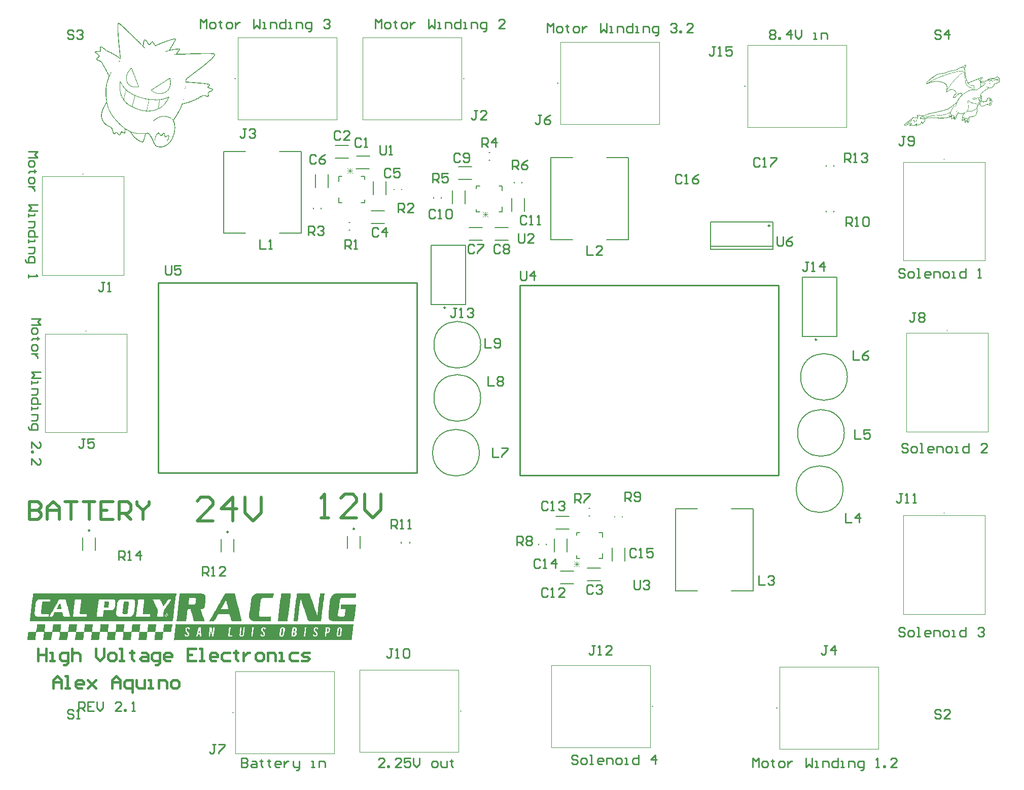
<source format=gto>
G04*
G04 #@! TF.GenerationSoftware,Altium Limited,Altium Designer,22.10.1 (41)*
G04*
G04 Layer_Color=65535*
%FSLAX44Y44*%
%MOMM*%
G71*
G04*
G04 #@! TF.SameCoordinates,069A48A3-1EBA-4DE3-B07F-BDB1E3B34996*
G04*
G04*
G04 #@! TF.FilePolarity,Positive*
G04*
G01*
G75*
%ADD10C,0.2000*%
%ADD11C,0.2500*%
%ADD12C,0.1000*%
%ADD13C,0.2540*%
%ADD14C,0.1524*%
%ADD15C,0.3810*%
%ADD16C,0.0762*%
%ADD17C,0.5000*%
G36*
X-107205Y1195506D02*
X-107001Y1195302D01*
X-106470Y1195097D01*
X-106307Y1195016D01*
X-106266Y1194893D01*
X-105858Y1194648D01*
X-105694Y1194485D01*
X-105286Y1194322D01*
X-105164Y1194199D01*
X-105123Y1194077D01*
X-104551Y1193750D01*
X-103735Y1192934D01*
X-103571Y1192852D01*
X-103122Y1192484D01*
X-103000Y1192362D01*
X-102836Y1192280D01*
X-102755Y1192117D01*
X-102591Y1192035D01*
X-102387Y1191831D01*
X-102346Y1191709D01*
X-102183Y1191627D01*
X-101979Y1191423D01*
X-101938Y1191300D01*
X-101775Y1191219D01*
X-101652Y1191096D01*
X-101571Y1190933D01*
X-101285Y1190729D01*
X-101122Y1190484D01*
X-100958Y1190402D01*
X-100836Y1190280D01*
X-100754Y1190116D01*
X-100468Y1189912D01*
X-99815Y1189259D01*
X-99652Y1189177D01*
X-99243Y1188769D01*
X-99080Y1188687D01*
X-98917Y1188442D01*
X-98753Y1188361D01*
X-98631Y1188238D01*
X-98549Y1188075D01*
X-98264Y1187871D01*
X-95732Y1185339D01*
X-95569Y1185258D01*
X-94589Y1184278D01*
X-94426Y1184196D01*
X-93609Y1183380D01*
X-93446Y1183298D01*
X-93282Y1183053D01*
X-93119Y1182971D01*
X-92915Y1182686D01*
X-92670Y1182522D01*
X-92589Y1182359D01*
X-92466Y1182236D01*
X-92303Y1182155D01*
X-92099Y1181869D01*
X-91854Y1181706D01*
X-91772Y1181542D01*
X-91527Y1181379D01*
X-91445Y1181216D01*
X-91323Y1181093D01*
X-91159Y1181012D01*
X-90955Y1180726D01*
X-90669Y1180522D01*
X-89935Y1179787D01*
X-89812Y1179746D01*
X-89731Y1179583D01*
X-89445Y1179379D01*
X-88220Y1178154D01*
X-88056Y1178072D01*
X-85525Y1175541D01*
X-85362Y1175459D01*
X-85239Y1175337D01*
X-85198Y1175214D01*
X-85035Y1175132D01*
X-84831Y1174928D01*
X-84790Y1174806D01*
X-84627Y1174724D01*
X-84382Y1174479D01*
X-84219Y1174397D01*
X-81851Y1172029D01*
X-81728Y1171989D01*
X-81646Y1171825D01*
X-81034Y1171213D01*
X-80912Y1171172D01*
X-80830Y1171009D01*
X-80299Y1170478D01*
X-80136Y1170396D01*
X-79278Y1169539D01*
X-79197Y1169376D01*
X-78748Y1169090D01*
X-77196Y1167538D01*
X-77033Y1167457D01*
X-76829Y1167253D01*
X-76788Y1167130D01*
X-76625Y1167048D01*
X-76420Y1166844D01*
X-76339Y1166681D01*
X-76053Y1166477D01*
X-75686Y1166109D01*
X-75604Y1165946D01*
X-75277Y1165701D01*
X-75196Y1165538D01*
X-74869Y1165293D01*
X-74828Y1165170D01*
X-74665Y1165089D01*
X-73685Y1164109D01*
X-73562Y1164068D01*
X-73481Y1163905D01*
X-73113Y1163537D01*
X-72950Y1163456D01*
X-72542Y1163047D01*
X-72379Y1162965D01*
X-71848Y1162435D01*
X-71807Y1162312D01*
X-71644Y1162231D01*
X-71439Y1162027D01*
X-71399Y1161904D01*
X-71235Y1161822D01*
X-67887Y1158474D01*
X-67561Y1158556D01*
X-67479Y1159618D01*
X-67397Y1160434D01*
X-67275Y1160883D01*
X-67193Y1161455D01*
X-67112Y1162761D01*
X-66989Y1163211D01*
X-66785Y1163741D01*
X-66663Y1165007D01*
X-66458Y1165538D01*
X-66295Y1166191D01*
X-66213Y1166354D01*
X-66050Y1166518D01*
X-65805Y1167171D01*
X-65642Y1167334D01*
X-65397Y1167742D01*
X-65274Y1167865D01*
X-65111Y1167947D01*
X-64866Y1168192D01*
X-64295Y1168437D01*
X-63723Y1168518D01*
X-63233Y1168192D01*
X-62825Y1167947D01*
X-62049Y1167171D01*
X-61967Y1167008D01*
X-61722Y1166844D01*
X-61559Y1166436D01*
X-61314Y1166191D01*
X-61069Y1165783D01*
X-60906Y1165619D01*
X-60824Y1165456D01*
X-60579Y1165211D01*
X-60252Y1164640D01*
X-59844Y1164068D01*
X-59518Y1163496D01*
X-59354Y1163333D01*
X-59273Y1163170D01*
X-59028Y1162925D01*
X-58864Y1162516D01*
X-58538Y1162027D01*
X-58456Y1161863D01*
X-58211Y1161618D01*
X-58129Y1161292D01*
X-57803Y1160965D01*
X-57721Y1160638D01*
X-57476Y1160393D01*
X-57313Y1159985D01*
X-57109Y1159781D01*
X-56619Y1159863D01*
X-56415Y1160148D01*
X-56170Y1160393D01*
X-55925Y1160802D01*
X-55353Y1161373D01*
X-55271Y1161536D01*
X-55108Y1161700D01*
X-55026Y1161863D01*
X-54659Y1162312D01*
X-54292Y1162680D01*
X-54047Y1163088D01*
X-53067Y1164068D01*
X-52985Y1164231D01*
X-52699Y1164435D01*
X-52454Y1164680D01*
X-52046Y1164762D01*
X-51883Y1164925D01*
X-51556Y1165007D01*
X-51229Y1164925D01*
X-50903Y1164599D01*
X-50494Y1164354D01*
X-50372Y1164231D01*
X-50250Y1163945D01*
X-50086Y1163864D01*
X-49596Y1163047D01*
X-49310Y1162598D01*
X-48657Y1161455D01*
X-48494Y1161292D01*
X-48331Y1160883D01*
X-48167Y1160720D01*
X-48086Y1160557D01*
X-47922Y1160148D01*
X-47841Y1159985D01*
X-47596Y1159740D01*
X-47514Y1159414D01*
X-47187Y1158923D01*
X-47106Y1158760D01*
X-46942Y1158597D01*
X-46861Y1158434D01*
X-46738Y1158311D01*
X-46534Y1158270D01*
X-46207Y1158352D01*
X-45513Y1158719D01*
X-44983Y1158923D01*
X-44778Y1159128D01*
X-44329Y1159250D01*
X-44044Y1159454D01*
X-43799Y1159536D01*
X-43227Y1159863D01*
X-42982Y1159944D01*
X-42084Y1160352D01*
X-41921Y1160434D01*
X-41757Y1160598D01*
X-41431Y1160679D01*
X-40941Y1160761D01*
X-40451Y1161087D01*
X-40002Y1161210D01*
X-39716Y1161414D01*
X-39307Y1161577D01*
X-38736Y1161822D01*
X-38409Y1161904D01*
X-38001Y1161986D01*
X-37756Y1162231D01*
X-37429Y1162312D01*
X-36695Y1162639D01*
X-36082Y1162761D01*
X-35960Y1162884D01*
X-35796Y1162965D01*
X-35388Y1163129D01*
X-35225Y1163211D01*
X-34816Y1163374D01*
X-34286Y1163496D01*
X-33428Y1163864D01*
X-32938Y1163945D01*
X-32775Y1164109D01*
X-31958Y1164435D01*
X-31550Y1164517D01*
X-31142Y1164680D01*
X-30407Y1165007D01*
X-29835Y1165089D01*
X-29427Y1165334D01*
X-29100Y1165415D01*
X-28610Y1165497D01*
X-28366Y1165742D01*
X-28039Y1165824D01*
X-27467Y1165905D01*
X-27059Y1166150D01*
X-26732Y1166232D01*
X-26242Y1166313D01*
X-26079Y1166477D01*
X-25753Y1166558D01*
X-25140Y1166681D01*
X-24854Y1166885D01*
X-24609Y1166967D01*
X-23956Y1167048D01*
X-23793Y1167212D01*
X-23630Y1167293D01*
X-23384Y1167375D01*
X-22731Y1167457D01*
X-22486Y1167702D01*
X-22160Y1167783D01*
X-21588Y1167865D01*
X-21016Y1168110D01*
X-20486Y1168232D01*
X-20118Y1168355D01*
X-19792Y1168437D01*
X-19547Y1168518D01*
X-18893Y1168600D01*
X-18404Y1168926D01*
X-17750Y1169008D01*
X-17505Y1169090D01*
X-16689Y1169335D01*
X-16117Y1169416D01*
X-15546Y1169661D01*
X-14974Y1169743D01*
X-14157Y1169825D01*
X-13912Y1169906D01*
X-13667Y1169825D01*
X-12892Y1169702D01*
X-12320Y1169131D01*
X-12402Y1167987D01*
X-12728Y1167253D01*
X-12810Y1166844D01*
X-13055Y1166599D01*
X-13137Y1166273D01*
X-13382Y1166028D01*
X-13586Y1165497D01*
X-13667Y1165334D01*
X-13790Y1165293D01*
X-14851Y1163251D01*
X-15015Y1163088D01*
X-15178Y1162680D01*
X-15423Y1162435D01*
X-16076Y1161210D01*
X-16403Y1160638D01*
X-16566Y1160475D01*
X-16730Y1160067D01*
X-16975Y1159822D01*
X-17097Y1159373D01*
X-17219Y1159250D01*
X-17301Y1159087D01*
X-17628Y1158515D01*
X-18036Y1157944D01*
X-18444Y1157209D01*
X-18771Y1156637D01*
X-19138Y1155943D01*
X-19261Y1155902D01*
X-19914Y1154677D01*
X-20077Y1154514D01*
X-20241Y1154106D01*
X-20486Y1153861D01*
X-21139Y1152636D01*
X-21302Y1152473D01*
X-21384Y1152146D01*
X-21711Y1151819D01*
X-21792Y1151574D01*
X-22119Y1151085D01*
X-22037Y1150758D01*
X-21915Y1150635D01*
X-21343Y1150880D01*
X-20526Y1150962D01*
X-20282Y1151044D01*
X-19710Y1151125D01*
X-19302Y1151289D01*
X-18485Y1151370D01*
X-18240Y1151452D01*
X-17668Y1151534D01*
X-17260Y1151697D01*
X-15872Y1151779D01*
X-15627Y1151860D01*
X-14933Y1151983D01*
X-14525Y1152064D01*
X-13627Y1152146D01*
X-13300Y1152228D01*
X-12565Y1152309D01*
X-12075Y1152391D01*
X-11953Y1152432D01*
X-11708Y1152350D01*
X-11463Y1152432D01*
X-9911Y1152514D01*
X-8196Y1152677D01*
X-7951Y1152758D01*
X-7706Y1152677D01*
X-6604Y1152718D01*
X-6155Y1152514D01*
X-5747Y1152269D01*
X-5624Y1151901D01*
X-5706Y1151003D01*
X-6033Y1150676D01*
X-6114Y1150350D01*
X-6277Y1150186D01*
X-6359Y1150023D01*
X-6482Y1149819D01*
X-6645Y1149737D01*
X-6767Y1149615D01*
X-6931Y1149206D01*
X-7176Y1148961D01*
X-7257Y1148798D01*
X-7829Y1148063D01*
X-8237Y1147492D01*
X-8400Y1147328D01*
X-8482Y1147165D01*
X-8645Y1147002D01*
X-8727Y1146838D01*
X-9544Y1146022D01*
X-9625Y1145859D01*
X-9870Y1145613D01*
X-10115Y1145205D01*
X-10769Y1144552D01*
X-10850Y1144389D01*
X-11095Y1144144D01*
X-11136Y1143776D01*
X-10891Y1143695D01*
X-10319Y1143776D01*
X-8564Y1143817D01*
X-8196Y1143776D01*
X-7951Y1143858D01*
X-2562Y1143940D01*
X-2317Y1144021D01*
X296Y1144103D01*
X541Y1144184D01*
X8135Y1144348D01*
X8380Y1144429D01*
X11401Y1144511D01*
X11646Y1144593D01*
X12136Y1144511D01*
X12381Y1144593D01*
X17607Y1144674D01*
X19648Y1144756D01*
X20383Y1144838D01*
X20628Y1144756D01*
X21159Y1144797D01*
X21608Y1144756D01*
X21853Y1144838D01*
X22180Y1144919D01*
X22588Y1144838D01*
X22752Y1144919D01*
X22996Y1144838D01*
X23568Y1144919D01*
X28549Y1145001D01*
X30835Y1145083D01*
X42921Y1145164D01*
X43737Y1145083D01*
X47330Y1145001D01*
X47575Y1144919D01*
X48024Y1144879D01*
X48228Y1144919D01*
X48473Y1144838D01*
X49045Y1144756D01*
X49372Y1144674D01*
X50760Y1144593D01*
X51576Y1144266D01*
X51903Y1144184D01*
X52066Y1144103D01*
X52229Y1143940D01*
X52393Y1143858D01*
X52760Y1143490D01*
X52842Y1143164D01*
X52964Y1142715D01*
X53005Y1142184D01*
X52842Y1141776D01*
X52638Y1141245D01*
X52352Y1140959D01*
X52270Y1140551D01*
X52107Y1140387D01*
X52025Y1140224D01*
X51903Y1140020D01*
X51740Y1139938D01*
X51617Y1139816D01*
X51535Y1139653D01*
X51168Y1139203D01*
X51045Y1139081D01*
X50964Y1138918D01*
X50719Y1138754D01*
X50637Y1138591D01*
X50392Y1138428D01*
X50311Y1138264D01*
X49902Y1137856D01*
X49861Y1137734D01*
X49698Y1137652D01*
X47289Y1135243D01*
X47208Y1135080D01*
X45860Y1133733D01*
X45697Y1133651D01*
X44717Y1132671D01*
X44554Y1132589D01*
X44145Y1132181D01*
X43982Y1132099D01*
X43656Y1131773D01*
X43492Y1131691D01*
X43288Y1131487D01*
X43247Y1131364D01*
X43084Y1131283D01*
X42962Y1131160D01*
X42921Y1131038D01*
X42757Y1130956D01*
X42431Y1130630D01*
X42267Y1130548D01*
X42145Y1130425D01*
X42104Y1130303D01*
X41941Y1130221D01*
X41737Y1130099D01*
X41655Y1129935D01*
X41369Y1129731D01*
X41206Y1129486D01*
X41042Y1129405D01*
X40920Y1129282D01*
X40838Y1129119D01*
X40389Y1128833D01*
X40226Y1128670D01*
X39859Y1128466D01*
X39777Y1128302D01*
X39654Y1128180D01*
X39491Y1128098D01*
X39328Y1127935D01*
X39164Y1127853D01*
X38838Y1127526D01*
X38674Y1127445D01*
X38266Y1127037D01*
X38103Y1126955D01*
X37858Y1126710D01*
X37450Y1126465D01*
X36878Y1125893D01*
X36715Y1125812D01*
X36388Y1125485D01*
X36225Y1125404D01*
X35980Y1125158D01*
X35817Y1125077D01*
X35367Y1124709D01*
X35245Y1124587D01*
X35082Y1124505D01*
X34918Y1124342D01*
X34755Y1124260D01*
X34510Y1123934D01*
X34102Y1123689D01*
X33857Y1123444D01*
X33693Y1123362D01*
X33449Y1123117D01*
X33285Y1123035D01*
X33122Y1122872D01*
X32713Y1122627D01*
X32142Y1122056D01*
X31734Y1121892D01*
X31611Y1121770D01*
X31530Y1121606D01*
X31244Y1121402D01*
X31080Y1121239D01*
X30713Y1121035D01*
X30631Y1120872D01*
X30182Y1120586D01*
X29162Y1119810D01*
X29039Y1119688D01*
X28631Y1119443D01*
X28467Y1119279D01*
X28304Y1119198D01*
X27977Y1118871D01*
X27814Y1118789D01*
X27487Y1118463D01*
X27079Y1118218D01*
X26916Y1118054D01*
X26753Y1117973D01*
X26426Y1117646D01*
X26018Y1117401D01*
X25569Y1117034D01*
X25446Y1116911D01*
X25283Y1116830D01*
X24548Y1116258D01*
X23976Y1115850D01*
X23813Y1115686D01*
X23650Y1115605D01*
X23486Y1115441D01*
X23323Y1115360D01*
X22874Y1114992D01*
X22588Y1114788D01*
X22506Y1114625D01*
X21935Y1114298D01*
X21404Y1113931D01*
X21363Y1113808D01*
X21200Y1113727D01*
X20873Y1113400D01*
X20465Y1113155D01*
X20302Y1112992D01*
X19893Y1112747D01*
X19648Y1112502D01*
X19485Y1112420D01*
X19322Y1112257D01*
X19159Y1112175D01*
X18832Y1111849D01*
X18669Y1111767D01*
X17362Y1110787D01*
X17199Y1110624D01*
X16790Y1110379D01*
X16627Y1110215D01*
X16464Y1110134D01*
X16301Y1109970D01*
X16137Y1109889D01*
X15688Y1109521D01*
X15566Y1109399D01*
X15402Y1109317D01*
X15239Y1109154D01*
X15076Y1109072D01*
X14300Y1108541D01*
X14218Y1108378D01*
X13769Y1108092D01*
X13606Y1107929D01*
X13198Y1107684D01*
X12953Y1107439D01*
X12789Y1107357D01*
X12626Y1107112D01*
X12299Y1107031D01*
X11973Y1106704D01*
X11687Y1106582D01*
X11605Y1106418D01*
X11483Y1106296D01*
X11320Y1106214D01*
X11075Y1105969D01*
X10666Y1105724D01*
X10503Y1105561D01*
X10095Y1105316D01*
X9768Y1104989D01*
X9605Y1104908D01*
X9441Y1104744D01*
X9278Y1104663D01*
X8952Y1104336D01*
X8543Y1104091D01*
X8380Y1103928D01*
X8217Y1103846D01*
X8053Y1103683D01*
X7890Y1103601D01*
X7441Y1103234D01*
X7073Y1102866D01*
X6910Y1102785D01*
X6583Y1102458D01*
X6175Y1102213D01*
X6012Y1101968D01*
X5849Y1101886D01*
X5726Y1101764D01*
X5685Y1101641D01*
X5522Y1101560D01*
X5318Y1101356D01*
X5073Y1100784D01*
X4909Y1100131D01*
X4991Y1097681D01*
X5359Y1097559D01*
X6788Y1097436D01*
X7155Y1097314D01*
X9360Y1097232D01*
X9605Y1097150D01*
X9809Y1097191D01*
X10870Y1097110D01*
X11687Y1097028D01*
X12095Y1096946D01*
X14504Y1096824D01*
X15566Y1096742D01*
X15811Y1096660D01*
X17321Y1096538D01*
X19934Y1096375D01*
X20424Y1096293D01*
X21241Y1096211D01*
X22139Y1096130D01*
X23609Y1096048D01*
X24752Y1095966D01*
X25650Y1095885D01*
X25977Y1095803D01*
X27079Y1095680D01*
X29162Y1095558D01*
X30060Y1095476D01*
X30386Y1095395D01*
X31530Y1095313D01*
X32591Y1095231D01*
X32795Y1095191D01*
X32877Y1095272D01*
X33122Y1095191D01*
X33938Y1095109D01*
X34183Y1095027D01*
X35000Y1094946D01*
X35571Y1094864D01*
X36796Y1094782D01*
X37041Y1094701D01*
X37613Y1094619D01*
X37858Y1094537D01*
X39083Y1094456D01*
X39328Y1094374D01*
X39818Y1094292D01*
X40063Y1094211D01*
X40389Y1094129D01*
X41369Y1093966D01*
X41777Y1093802D01*
X42104Y1093721D01*
X42553Y1093598D01*
X43166Y1093231D01*
X43492Y1093149D01*
X44105Y1092537D01*
X44268Y1091965D01*
X44186Y1091312D01*
X43941Y1090904D01*
X43370Y1090332D01*
X43288Y1090169D01*
X43002Y1089965D01*
X42512Y1089475D01*
X42349Y1089393D01*
X41818Y1088862D01*
X41737Y1088536D01*
X41818Y1088291D01*
X42716Y1087882D01*
X43125Y1087719D01*
X43247Y1087597D01*
X43819Y1087433D01*
X44227Y1087270D01*
X44962Y1086943D01*
X45493Y1086739D01*
X46146Y1086494D01*
X46677Y1086290D01*
X47167Y1086208D01*
X47412Y1085963D01*
X47983Y1085800D01*
X48147Y1085718D01*
X48310Y1085555D01*
X48841Y1085351D01*
X49331Y1084861D01*
X49412Y1084698D01*
X49576Y1084534D01*
X49657Y1084208D01*
X49576Y1083555D01*
X49004Y1082820D01*
X48555Y1082371D01*
X48310Y1082289D01*
X48065Y1082044D01*
X47738Y1081962D01*
X47412Y1081636D01*
X47085Y1081554D01*
X46840Y1081309D01*
X46514Y1081227D01*
X46105Y1080982D01*
X45697Y1080819D01*
X45207Y1080737D01*
X44717Y1080411D01*
X44391Y1080329D01*
X44227Y1080166D01*
X43574Y1079921D01*
X43411Y1079758D01*
X43084Y1079676D01*
X42635Y1079308D01*
X42512Y1079186D01*
X42349Y1079104D01*
X42227Y1078982D01*
X41982Y1078165D01*
X42104Y1077226D01*
X42186Y1076165D01*
X42349Y1074531D01*
X42390Y1074164D01*
X42308Y1073919D01*
X42227Y1073429D01*
X41982Y1073021D01*
X41614Y1072572D01*
X41165Y1072449D01*
X41042Y1072327D01*
X40716Y1072245D01*
X39654Y1072327D01*
X39083Y1072572D01*
X38103Y1072653D01*
X37695Y1072898D01*
X37368Y1072980D01*
X36878Y1073062D01*
X36715Y1073225D01*
X36061Y1073388D01*
X35612Y1073511D01*
X34918Y1073796D01*
X33122Y1073715D01*
X32060Y1073143D01*
X31815Y1073062D01*
X31244Y1072735D01*
X30999Y1072653D01*
X30591Y1072408D01*
X30182Y1072245D01*
X29774Y1072000D01*
X29202Y1071755D01*
X29039Y1071673D01*
X28794Y1071429D01*
X28467Y1071347D01*
X28222Y1071102D01*
X27814Y1070938D01*
X27569Y1070694D01*
X27038Y1070571D01*
X26753Y1070285D01*
X26426Y1070204D01*
X26263Y1070040D01*
X25854Y1069877D01*
X24630Y1069224D01*
X24221Y1069060D01*
X23813Y1068816D01*
X23405Y1068652D01*
X23241Y1068570D01*
X22752Y1068244D01*
X22588Y1068162D01*
X22425Y1067999D01*
X22098Y1067917D01*
X21690Y1067672D01*
X21282Y1067509D01*
X20873Y1067264D01*
X20465Y1067101D01*
X20057Y1066856D01*
X19648Y1066692D01*
X19322Y1066611D01*
X18914Y1066366D01*
X18505Y1066202D01*
X17934Y1065957D01*
X17525Y1065713D01*
X17117Y1065549D01*
X16627Y1065468D01*
X16137Y1065141D01*
X15811Y1065059D01*
X15402Y1064814D01*
X14953Y1064692D01*
X14749Y1064488D01*
X14423Y1064406D01*
X13892Y1064284D01*
X13361Y1063998D01*
X12463Y1063589D01*
X11891Y1063508D01*
X11728Y1063344D01*
X11075Y1063181D01*
X10666Y1063100D01*
X10503Y1062936D01*
X9523Y1062691D01*
X8952Y1062446D01*
X8462Y1062365D01*
X7727Y1062038D01*
X7237Y1061956D01*
X6828Y1061711D01*
X6502Y1061630D01*
X6012Y1061548D01*
X5849Y1061385D01*
X5522Y1061303D01*
X4950Y1061221D01*
X4460Y1061140D01*
X3889Y1060895D01*
X3031Y1060772D01*
X2623Y1060609D01*
X2256Y1060487D01*
X1439Y1060405D01*
X704Y1060078D01*
X-194Y1059997D01*
X-929Y1059670D01*
X-1337Y1059588D01*
X-1460Y1059466D01*
X-1541Y1059303D01*
X-1705Y1059139D01*
X-1909Y1058608D01*
X-2031Y1058241D01*
X-2113Y1057914D01*
X-2358Y1057506D01*
X-2521Y1057098D01*
X-2603Y1056771D01*
X-2766Y1056608D01*
X-2930Y1056036D01*
X-3256Y1055301D01*
X-3379Y1054852D01*
X-3501Y1054730D01*
X-3665Y1054321D01*
X-3869Y1053791D01*
X-3991Y1053668D01*
X-4154Y1052933D01*
X-4481Y1052443D01*
X-4563Y1052117D01*
X-4889Y1051627D01*
X-4971Y1051300D01*
X-5134Y1051137D01*
X-5338Y1050606D01*
X-5543Y1050402D01*
X-5788Y1049749D01*
X-5951Y1049585D01*
X-6196Y1048932D01*
X-6359Y1048769D01*
X-6563Y1048238D01*
X-6767Y1048034D01*
X-6890Y1047585D01*
X-6931Y1047462D01*
X-6971Y1047421D01*
X-7094Y1047381D01*
X-7257Y1046972D01*
X-7502Y1046564D01*
X-7584Y1046319D01*
X-7829Y1045911D01*
X-7992Y1045748D01*
X-8115Y1045298D01*
X-8237Y1045176D01*
X-8319Y1045013D01*
X-8891Y1044114D01*
X-8972Y1043951D01*
X-9135Y1043788D01*
X-9299Y1043379D01*
X-9462Y1043216D01*
X-9707Y1042808D01*
X-9870Y1042645D01*
X-10524Y1041420D01*
X-10687Y1041256D01*
X-10891Y1040807D01*
X-11054Y1040726D01*
X-11340Y1040113D01*
X-11503Y1039950D01*
X-12157Y1038807D01*
X-12320Y1038643D01*
X-12402Y1038480D01*
X-12565Y1038317D01*
X-12647Y1038153D01*
X-13055Y1037582D01*
X-13137Y1037419D01*
X-13463Y1037092D01*
X-13708Y1036684D01*
X-13872Y1036520D01*
X-14116Y1036112D01*
X-14933Y1034969D01*
X-15219Y1034520D01*
X-15382Y1034438D01*
X-15546Y1034030D01*
X-15831Y1033744D01*
X-16076Y1033336D01*
X-16240Y1033172D01*
X-16158Y1032356D01*
X-15913Y1032111D01*
X-15709Y1031580D01*
X-15505Y1031131D01*
X-15301Y1030600D01*
X-15096Y1030151D01*
X-14974Y1029457D01*
X-14851Y1029171D01*
X-14688Y1028763D01*
X-14606Y1028028D01*
X-14443Y1027865D01*
X-14361Y1027538D01*
X-14280Y1026966D01*
X-14198Y1026313D01*
X-14116Y1026068D01*
X-14035Y1025742D01*
X-13872Y1024353D01*
X-13790Y1023210D01*
X-13708Y1022965D01*
X-13627Y1021496D01*
X-13545Y1021251D01*
X-13586Y1020801D01*
X-13545Y1020271D01*
X-13627Y1020026D01*
X-13708Y1017821D01*
X-13790Y1017576D01*
X-13912Y1015902D01*
X-14035Y1015453D01*
X-14116Y1014963D01*
X-14198Y1014718D01*
X-14321Y1013371D01*
X-14402Y1013044D01*
X-14484Y1012636D01*
X-14606Y1012268D01*
X-14811Y1011738D01*
X-14892Y1011003D01*
X-15015Y1010635D01*
X-15219Y1010104D01*
X-15301Y1009696D01*
X-15382Y1009370D01*
X-15464Y1008879D01*
X-15627Y1008471D01*
X-15750Y1008349D01*
X-15831Y1008022D01*
X-15913Y1007451D01*
X-16076Y1007287D01*
X-16240Y1006879D01*
X-16321Y1006552D01*
X-16566Y1005981D01*
X-16689Y1005532D01*
X-16811Y1005409D01*
X-16934Y1004960D01*
X-17015Y1004633D01*
X-17138Y1004348D01*
X-17301Y1004184D01*
X-17464Y1003531D01*
X-17709Y1003286D01*
X-17954Y1002633D01*
X-18199Y1002061D01*
X-18444Y1001653D01*
X-18608Y1001245D01*
X-18853Y1000836D01*
X-19016Y1000428D01*
X-19097Y1000265D01*
X-19261Y1000101D01*
X-19588Y999530D01*
X-19751Y999367D01*
X-20322Y998305D01*
X-20567Y998060D01*
X-20649Y997815D01*
X-20894Y997570D01*
X-20976Y997407D01*
X-21302Y997080D01*
X-21547Y996672D01*
X-21792Y996427D01*
X-21833Y996304D01*
X-21996Y996223D01*
X-22119Y996100D01*
X-22364Y995692D01*
X-24528Y993528D01*
X-24691Y993447D01*
X-25099Y993038D01*
X-25263Y992956D01*
X-25344Y992793D01*
X-25508Y992712D01*
X-26651Y991895D01*
X-26814Y991813D01*
X-27059Y991568D01*
X-27467Y991405D01*
X-27712Y991160D01*
X-28121Y990997D01*
X-28366Y990752D01*
X-28774Y990507D01*
X-28937Y990343D01*
X-29386Y990221D01*
X-29590Y990017D01*
X-29999Y989854D01*
X-30407Y989609D01*
X-30815Y989445D01*
X-31223Y989200D01*
X-31918Y989078D01*
X-32203Y988874D01*
X-32612Y988710D01*
X-33347Y988384D01*
X-34081Y988302D01*
X-34571Y988139D01*
X-34980Y987975D01*
X-36245Y987853D01*
X-36654Y987771D01*
X-36980Y987690D01*
X-39307Y987649D01*
X-39879Y987894D01*
X-41308Y988016D01*
X-41635Y988098D01*
X-42043Y988180D01*
X-42410Y988302D01*
X-42941Y988425D01*
X-43594Y988670D01*
X-43921Y988751D01*
X-44370Y989037D01*
X-44615Y989119D01*
X-45146Y989323D01*
X-45350Y989527D01*
X-46248Y990017D01*
X-46575Y990343D01*
X-46738Y990425D01*
X-46942Y990711D01*
X-47596Y991364D01*
X-47677Y991527D01*
X-47922Y991773D01*
X-48167Y992181D01*
X-48739Y993079D01*
X-48821Y993242D01*
X-49065Y993487D01*
X-49229Y994140D01*
X-49474Y994549D01*
X-50290Y996345D01*
X-50372Y996672D01*
X-50617Y997080D01*
X-50739Y997611D01*
X-51025Y998142D01*
X-51148Y998591D01*
X-51352Y998877D01*
X-51515Y999285D01*
X-51597Y999693D01*
X-51760Y999856D01*
X-51883Y1000306D01*
X-52087Y1000591D01*
X-52250Y1001000D01*
X-52332Y1001245D01*
X-52577Y1001490D01*
X-52658Y1001980D01*
X-52985Y1002469D01*
X-53067Y1002796D01*
X-53393Y1003123D01*
X-53475Y1003449D01*
X-53720Y1003694D01*
X-53965Y1004103D01*
X-54373Y1004837D01*
X-54700Y1005409D01*
X-54863Y1005573D01*
X-55190Y1006144D01*
X-56782Y1008308D01*
X-56905Y1008430D01*
X-57150Y1008839D01*
X-57313Y1009002D01*
X-57558Y1009410D01*
X-57803Y1009574D01*
X-57884Y1009737D01*
X-58334Y1009941D01*
X-58497Y1010023D01*
X-58660Y1010186D01*
X-58987Y1010268D01*
X-59803Y1010349D01*
X-62335Y1010268D01*
X-62539Y1010145D01*
X-62621Y1009982D01*
X-62866Y1009410D01*
X-62947Y1008594D01*
X-63192Y1008022D01*
X-63274Y1007695D01*
X-63519Y1007124D01*
X-63600Y1006552D01*
X-63682Y1006226D01*
X-63764Y1005817D01*
X-63927Y1005409D01*
X-64009Y1005082D01*
X-64090Y1004348D01*
X-64417Y1003613D01*
X-64499Y1003204D01*
X-64744Y1002633D01*
X-64825Y1002061D01*
X-64907Y1001571D01*
X-65152Y1001000D01*
X-65233Y1000428D01*
X-65315Y999938D01*
X-65560Y999367D01*
X-65683Y998836D01*
X-65805Y998713D01*
X-65968Y998305D01*
X-66050Y997733D01*
X-66377Y997407D01*
X-66785Y996672D01*
X-66908Y996549D01*
X-67071Y996468D01*
X-67316Y996223D01*
X-67765Y996100D01*
X-68132Y995978D01*
X-68867Y996059D01*
X-69112Y996141D01*
X-69847Y996223D01*
X-70092Y996468D01*
X-70745Y996631D01*
X-71480Y996958D01*
X-71888Y997203D01*
X-72297Y997366D01*
X-72542Y997448D01*
X-72787Y997693D01*
X-73317Y997815D01*
X-73603Y998101D01*
X-73930Y998183D01*
X-74175Y998428D01*
X-74746Y998754D01*
X-75155Y998917D01*
X-75563Y999162D01*
X-76135Y999489D01*
X-76298Y999652D01*
X-76870Y999979D01*
X-77441Y1000387D01*
X-78258Y1000959D01*
X-78380Y1001000D01*
X-78462Y1001163D01*
X-78748Y1001367D01*
X-78911Y1001531D01*
X-79074Y1001612D01*
X-79523Y1001980D01*
X-80299Y1002755D01*
X-80707Y1003000D01*
X-81279Y1003572D01*
X-81442Y1003653D01*
X-82463Y1004674D01*
X-82545Y1004837D01*
X-82871Y1005164D01*
X-82953Y1005328D01*
X-83280Y1005654D01*
X-83361Y1005817D01*
X-84015Y1006471D01*
X-84096Y1006634D01*
X-84260Y1006716D01*
X-84504Y1007124D01*
X-84831Y1007451D01*
X-84913Y1007614D01*
X-85076Y1007777D01*
X-85321Y1008186D01*
X-85484Y1008349D01*
X-85729Y1008757D01*
X-85893Y1008920D01*
X-86138Y1009329D01*
X-86301Y1009492D01*
X-86383Y1009655D01*
X-86546Y1009819D01*
X-86628Y1009982D01*
X-86995Y1010431D01*
X-87403Y1011084D01*
X-87567Y1011493D01*
X-87771Y1011778D01*
X-88097Y1012350D01*
X-88261Y1012513D01*
X-88342Y1012840D01*
X-88465Y1012962D01*
X-88587Y1013003D01*
X-88832Y1013411D01*
X-89690Y1013861D01*
X-93691Y1015902D01*
X-93936Y1016147D01*
X-94344Y1016392D01*
X-94916Y1016719D01*
X-94997Y1016882D01*
X-96140Y1017535D01*
X-96304Y1017698D01*
X-96630Y1017780D01*
X-96835Y1017739D01*
X-96875Y1017372D01*
X-96835Y1017086D01*
X-96916Y1016841D01*
X-96998Y1013003D01*
X-97080Y1012758D01*
X-97161Y1012268D01*
X-97324Y1011860D01*
X-97406Y1011288D01*
X-97529Y1011166D01*
X-97692Y1011084D01*
X-98182Y1010758D01*
X-98917Y1010839D01*
X-99488Y1011084D01*
X-99897Y1011329D01*
X-100468Y1011656D01*
X-100917Y1012023D01*
X-101040Y1012146D01*
X-101367Y1012227D01*
X-101775Y1012472D01*
X-102591Y1013044D01*
X-102755Y1013126D01*
X-103163Y1013289D01*
X-103531Y1013003D01*
X-103694Y1012595D01*
X-103775Y1012432D01*
X-103939Y1012023D01*
X-104020Y1011533D01*
X-104347Y1010798D01*
X-104429Y1010309D01*
X-104755Y1009574D01*
X-104878Y1009125D01*
X-105164Y1008594D01*
X-105245Y1008430D01*
X-105572Y1008104D01*
X-105653Y1007941D01*
X-105776Y1007818D01*
X-105939Y1007736D01*
X-106348Y1007573D01*
X-106756Y1007655D01*
X-106919Y1007818D01*
X-107450Y1008022D01*
X-108266Y1008839D01*
X-108348Y1009002D01*
X-108471Y1009125D01*
X-108634Y1009206D01*
X-109042Y1009696D01*
X-111247Y1011901D01*
X-111819Y1012146D01*
X-112145Y1012064D01*
X-112717Y1011656D01*
X-113288Y1011084D01*
X-113452Y1011003D01*
X-113697Y1010758D01*
X-113860Y1010676D01*
X-114309Y1010309D01*
X-114432Y1010186D01*
X-114595Y1010104D01*
X-114758Y1009941D01*
X-115330Y1009696D01*
X-115656Y1009778D01*
X-116146Y1009859D01*
X-116432Y1010064D01*
X-116636Y1010513D01*
X-116800Y1010594D01*
X-117249Y1011452D01*
X-118065Y1013167D01*
X-118147Y1013738D01*
X-118392Y1013983D01*
X-118555Y1015126D01*
X-118800Y1015698D01*
X-118882Y1016024D01*
X-118963Y1016759D01*
X-119208Y1017331D01*
X-119290Y1017903D01*
X-119372Y1018148D01*
X-119535Y1018556D01*
X-119617Y1019046D01*
X-120393Y1020067D01*
X-120719Y1020393D01*
X-121862Y1021046D01*
X-122026Y1021210D01*
X-122352Y1021291D01*
X-122597Y1021373D01*
X-122842Y1021618D01*
X-123291Y1021740D01*
X-123577Y1021863D01*
X-125782Y1023006D01*
X-126190Y1023251D01*
X-126354Y1023333D01*
X-126517Y1023496D01*
X-126843Y1023578D01*
X-127252Y1023823D01*
X-127987Y1024231D01*
X-128150Y1024394D01*
X-128313Y1024476D01*
X-128558Y1024721D01*
X-128885Y1024803D01*
X-129007Y1024925D01*
X-129089Y1025088D01*
X-129742Y1025497D01*
X-130191Y1025946D01*
X-130600Y1026191D01*
X-132519Y1028110D01*
X-132764Y1028518D01*
X-133335Y1029090D01*
X-133417Y1029253D01*
X-133580Y1029416D01*
X-133662Y1029579D01*
X-134152Y1030396D01*
X-134233Y1030559D01*
X-134560Y1031049D01*
X-134642Y1031294D01*
X-134887Y1031539D01*
X-135295Y1032438D01*
X-135377Y1032764D01*
X-135703Y1033499D01*
X-135948Y1033907D01*
X-136111Y1034316D01*
X-136193Y1034642D01*
X-136356Y1035051D01*
X-136520Y1035622D01*
X-136601Y1036112D01*
X-136765Y1036275D01*
X-136846Y1036602D01*
X-136928Y1037419D01*
X-137010Y1037908D01*
X-137091Y1038153D01*
X-137255Y1039542D01*
X-137336Y1041338D01*
X-137214Y1044237D01*
X-137010Y1044931D01*
X-136928Y1045584D01*
X-136846Y1045829D01*
X-136765Y1046482D01*
X-136601Y1046891D01*
X-136520Y1047462D01*
X-136438Y1047707D01*
X-136071Y1048728D01*
X-135989Y1049055D01*
X-135703Y1049994D01*
X-135622Y1050320D01*
X-135458Y1050484D01*
X-135295Y1050892D01*
X-135172Y1051341D01*
X-135050Y1051463D01*
X-134887Y1051872D01*
X-134805Y1052362D01*
X-134560Y1052607D01*
X-134478Y1052933D01*
X-134233Y1053342D01*
X-134152Y1053587D01*
X-133907Y1053995D01*
X-133743Y1054403D01*
X-133498Y1054811D01*
X-133090Y1055546D01*
X-132927Y1055955D01*
X-132682Y1056363D01*
X-132519Y1056771D01*
X-132274Y1057179D01*
X-131947Y1057751D01*
X-131784Y1058159D01*
X-131539Y1058568D01*
X-131130Y1059303D01*
X-130804Y1059874D01*
X-130640Y1060037D01*
X-129987Y1061181D01*
X-129824Y1061344D01*
X-129742Y1061671D01*
X-129416Y1061997D01*
X-129334Y1062324D01*
X-129089Y1062569D01*
X-128926Y1062977D01*
X-128762Y1063140D01*
X-128436Y1063875D01*
X-128599Y1064284D01*
X-128517Y1064529D01*
X-128599Y1064773D01*
X-128681Y1065345D01*
X-128762Y1066080D01*
X-128844Y1066325D01*
X-129089Y1068040D01*
X-129171Y1068856D01*
X-129334Y1069265D01*
X-129416Y1071306D01*
X-129497Y1071633D01*
X-129620Y1072980D01*
X-129701Y1073388D01*
X-129783Y1074042D01*
X-129865Y1075593D01*
X-129906Y1075797D01*
X-129824Y1076042D01*
X-129906Y1078083D01*
X-129987Y1080615D01*
X-130069Y1081431D01*
X-129987Y1082248D01*
X-129906Y1082493D01*
X-129783Y1085555D01*
X-129701Y1087025D01*
X-129620Y1087841D01*
X-129538Y1088331D01*
X-129456Y1088740D01*
X-129375Y1089638D01*
X-129293Y1089965D01*
X-129171Y1090414D01*
X-129089Y1091230D01*
X-129007Y1091557D01*
X-128926Y1092292D01*
X-128844Y1092537D01*
X-128762Y1092863D01*
X-128558Y1094537D01*
X-128354Y1095068D01*
X-128272Y1095395D01*
X-128150Y1095926D01*
X-128027Y1096293D01*
X-127905Y1096824D01*
X-127456Y1098253D01*
X-127374Y1098906D01*
X-127211Y1099314D01*
X-127048Y1099886D01*
X-126966Y1100294D01*
X-126803Y1100457D01*
X-126598Y1101315D01*
X-126476Y1101601D01*
X-126313Y1102009D01*
X-126190Y1102458D01*
X-125986Y1102825D01*
X-125904Y1103152D01*
X-125741Y1103560D01*
X-125578Y1103724D01*
X-125455Y1104254D01*
X-125129Y1105071D01*
X-125047Y1105398D01*
X-124761Y1105928D01*
X-124679Y1106255D01*
X-124598Y1106827D01*
X-124761Y1107235D01*
X-124843Y1107398D01*
X-125006Y1107561D01*
X-125251Y1108215D01*
X-125414Y1108378D01*
X-126231Y1109930D01*
X-126313Y1110174D01*
X-126721Y1111073D01*
X-126803Y1111236D01*
X-127129Y1111563D01*
X-127211Y1112053D01*
X-127374Y1112134D01*
X-127537Y1112543D01*
X-127782Y1112951D01*
X-128517Y1114339D01*
X-128681Y1114747D01*
X-128926Y1115156D01*
X-129007Y1115401D01*
X-129252Y1115809D01*
X-129416Y1115972D01*
X-129497Y1116380D01*
X-129742Y1116625D01*
X-129824Y1116952D01*
X-130069Y1117360D01*
X-130232Y1117769D01*
X-130477Y1118177D01*
X-131212Y1119565D01*
X-131457Y1120137D01*
X-131539Y1120300D01*
X-131702Y1120463D01*
X-131906Y1120994D01*
X-132110Y1121198D01*
X-133172Y1123240D01*
X-133335Y1123403D01*
X-133417Y1123811D01*
X-133580Y1123975D01*
X-133988Y1124709D01*
X-134152Y1125118D01*
X-134233Y1125281D01*
X-134478Y1125526D01*
X-135132Y1126751D01*
X-135622Y1127649D01*
X-135948Y1128221D01*
X-137173Y1129935D01*
X-137785Y1130548D01*
X-138194Y1130793D01*
X-139418Y1131283D01*
X-139949Y1131405D01*
X-140235Y1131609D01*
X-140643Y1131773D01*
X-141215Y1131854D01*
X-141378Y1132018D01*
X-141950Y1132181D01*
X-143175Y1132671D01*
X-143910Y1133079D01*
X-144359Y1133447D01*
X-144481Y1133569D01*
X-144644Y1133651D01*
X-145012Y1133855D01*
X-145175Y1134263D01*
X-145257Y1134426D01*
X-145502Y1134998D01*
X-145420Y1135815D01*
X-145339Y1136060D01*
X-145175Y1136223D01*
X-145012Y1136631D01*
X-143256Y1138387D01*
X-142848Y1138632D01*
X-142685Y1138795D01*
X-142521Y1138877D01*
X-142195Y1139203D01*
X-141787Y1139448D01*
X-141501Y1139734D01*
X-141460Y1139857D01*
X-141297Y1139938D01*
X-141093Y1140143D01*
X-141011Y1140306D01*
X-140929Y1140551D01*
X-141378Y1141163D01*
X-141542Y1141245D01*
X-141746Y1141531D01*
X-142195Y1141816D01*
X-142685Y1142306D01*
X-142848Y1142388D01*
X-143093Y1142633D01*
X-143501Y1142878D01*
X-143583Y1143041D01*
X-144155Y1143368D01*
X-144318Y1143531D01*
X-144481Y1143613D01*
X-144726Y1143858D01*
X-145094Y1144062D01*
X-145175Y1144225D01*
X-145829Y1144634D01*
X-145951Y1144756D01*
X-146114Y1144838D01*
X-146278Y1145001D01*
X-146441Y1145083D01*
X-146768Y1145409D01*
X-146931Y1145491D01*
X-147380Y1145859D01*
X-147788Y1146512D01*
X-147870Y1146838D01*
X-147788Y1147328D01*
X-147339Y1147777D01*
X-146808Y1147981D01*
X-146359Y1148104D01*
X-146033Y1148186D01*
X-145053Y1148267D01*
X-144808Y1148349D01*
X-143828Y1148431D01*
X-143583Y1148512D01*
X-141787Y1148594D01*
X-141215Y1148676D01*
X-140480Y1148757D01*
X-140235Y1148839D01*
X-139337Y1148921D01*
X-138929Y1149165D01*
X-138888Y1149778D01*
X-139133Y1150350D01*
X-139214Y1151411D01*
X-139418Y1152922D01*
X-139459Y1154024D01*
X-139378Y1154269D01*
X-139296Y1154841D01*
X-139214Y1155821D01*
X-138969Y1156066D01*
X-138888Y1156229D01*
X-138765Y1156351D01*
X-138112Y1156515D01*
X-137704Y1156433D01*
X-137459Y1156351D01*
X-136805Y1156270D01*
X-136560Y1156025D01*
X-136111Y1155902D01*
X-135826Y1155698D01*
X-135417Y1155535D01*
X-135254Y1155453D01*
X-134682Y1155126D01*
X-134356Y1154800D01*
X-133458Y1154310D01*
X-133335Y1154187D01*
X-133294Y1154065D01*
X-132723Y1153738D01*
X-132314Y1153330D01*
X-131906Y1153167D01*
X-131661Y1152840D01*
X-131498Y1152758D01*
X-131375Y1152636D01*
X-131334Y1152514D01*
X-131171Y1152432D01*
X-130967Y1152228D01*
X-130926Y1152105D01*
X-130763Y1152023D01*
X-130640Y1151901D01*
X-130600Y1151779D01*
X-130436Y1151697D01*
X-130232Y1151493D01*
X-130150Y1151329D01*
X-129497Y1150921D01*
X-129130Y1150554D01*
X-128803Y1150472D01*
X-128681Y1150350D01*
X-128599Y1150186D01*
X-127946Y1149778D01*
X-127415Y1149574D01*
X-127007Y1149329D01*
X-126598Y1149165D01*
X-126190Y1148921D01*
X-125864Y1148839D01*
X-125700Y1148676D01*
X-125292Y1148512D01*
X-124965Y1148431D01*
X-124394Y1148186D01*
X-124067Y1148104D01*
X-123904Y1148022D01*
X-123496Y1147777D01*
X-123087Y1147614D01*
X-122352Y1147287D01*
X-121291Y1146716D01*
X-120883Y1146553D01*
X-120474Y1146308D01*
X-119086Y1145573D01*
X-118514Y1145328D01*
X-118351Y1145246D01*
X-118188Y1145083D01*
X-117861Y1145001D01*
X-117453Y1144756D01*
X-117045Y1144593D01*
X-116881Y1144511D01*
X-116473Y1144266D01*
X-116065Y1144103D01*
X-115656Y1143858D01*
X-115493Y1143776D01*
X-115167Y1143450D01*
X-114105Y1142878D01*
X-113942Y1142715D01*
X-113533Y1142470D01*
X-112799Y1142061D01*
X-112268Y1141776D01*
X-112186Y1141612D01*
X-112064Y1141490D01*
X-110675Y1140755D01*
X-110512Y1140592D01*
X-110349Y1140510D01*
X-110185Y1140347D01*
X-109777Y1140183D01*
X-109614Y1140020D01*
X-109451Y1139938D01*
X-109206Y1139693D01*
X-109042Y1139612D01*
X-108471Y1139285D01*
X-107981Y1138795D01*
X-107654Y1138714D01*
X-107327Y1138387D01*
X-106919Y1138142D01*
X-106348Y1137734D01*
X-106184Y1137570D01*
X-105858Y1137652D01*
X-105817Y1138264D01*
X-105899Y1138509D01*
X-106021Y1140020D01*
X-106144Y1140469D01*
X-106225Y1141286D01*
X-106307Y1141612D01*
X-106388Y1143082D01*
X-106470Y1143327D01*
X-106552Y1143899D01*
X-106633Y1144225D01*
X-106715Y1145532D01*
X-106838Y1146797D01*
X-106919Y1147206D01*
X-107001Y1148104D01*
X-107083Y1148839D01*
X-107164Y1150227D01*
X-107327Y1151125D01*
X-107409Y1152105D01*
X-107491Y1153003D01*
X-107572Y1154310D01*
X-107654Y1155208D01*
X-107736Y1155535D01*
X-107817Y1156515D01*
X-107899Y1157984D01*
X-107981Y1158719D01*
X-108062Y1159618D01*
X-108144Y1159944D01*
X-108307Y1162067D01*
X-108389Y1163047D01*
X-108471Y1163945D01*
X-108552Y1164354D01*
X-108634Y1165415D01*
X-108716Y1167048D01*
X-108797Y1167457D01*
X-108961Y1169253D01*
X-109042Y1169988D01*
X-109124Y1171703D01*
X-109246Y1172152D01*
X-109165Y1172315D01*
X-109246Y1172560D01*
X-109328Y1172887D01*
X-109451Y1174887D01*
X-109532Y1176602D01*
X-109614Y1177582D01*
X-109696Y1177909D01*
X-109777Y1179297D01*
X-109859Y1181093D01*
X-109941Y1183053D01*
X-110063Y1185462D01*
X-110104Y1188524D01*
X-109941Y1190565D01*
X-109859Y1192443D01*
X-109777Y1193505D01*
X-109655Y1193954D01*
X-109532Y1194485D01*
X-109451Y1194812D01*
X-109124Y1195220D01*
X-108961Y1195302D01*
X-108879Y1195465D01*
X-108471Y1195628D01*
X-107205Y1195506D01*
D02*
G37*
G36*
X1306613Y1125738D02*
X1306884Y1125565D01*
X1306933Y1125467D01*
X1307179Y1125123D01*
X1307130Y1124188D01*
X1307080Y1124040D01*
X1306933Y1123696D01*
X1306884Y1123597D01*
X1306638Y1123154D01*
X1306539Y1123056D01*
X1306490Y1122957D01*
X1306244Y1122613D01*
X1306195Y1122514D01*
X1305998Y1122318D01*
X1305850Y1122072D01*
X1305752Y1121973D01*
X1305703Y1121875D01*
X1305506Y1121580D01*
X1305457Y1121481D01*
X1305309Y1121333D01*
X1305161Y1121087D01*
X1304964Y1120743D01*
X1304817Y1120595D01*
X1304768Y1120398D01*
X1304669Y1120300D01*
X1304571Y1120054D01*
X1304423Y1119808D01*
X1304325Y1119562D01*
X1304374Y1118971D01*
X1304521Y1118627D01*
X1304620Y1118233D01*
X1304669Y1117840D01*
X1304768Y1117594D01*
X1304841Y1116880D01*
X1304891Y1116486D01*
X1305014Y1116068D01*
X1305087Y1115108D01*
X1305161Y1114690D01*
X1305260Y1114444D01*
X1305309Y1113411D01*
X1305358Y1113263D01*
X1305407Y1113017D01*
X1305457Y1112869D01*
X1305506Y1112673D01*
X1305580Y1111812D01*
X1305653Y1111541D01*
X1305752Y1110704D01*
X1305850Y1110015D01*
X1305949Y1109769D01*
X1306022Y1109105D01*
X1306072Y1108711D01*
X1306195Y1108293D01*
X1306268Y1107629D01*
X1306441Y1107063D01*
X1306490Y1106423D01*
X1306638Y1106079D01*
X1306736Y1105242D01*
X1306884Y1104898D01*
X1306933Y1104455D01*
X1306982Y1104307D01*
X1307031Y1103864D01*
X1307130Y1103618D01*
X1307179Y1103224D01*
X1307228Y1103077D01*
X1307327Y1102831D01*
X1307376Y1102634D01*
X1307425Y1102240D01*
X1307474Y1102093D01*
X1307572Y1101847D01*
X1307622Y1101502D01*
X1307868Y1100863D01*
X1307917Y1100370D01*
X1307966Y1100272D01*
X1308065Y1100174D01*
X1308114Y1099731D01*
X1308311Y1099386D01*
X1308360Y1099042D01*
X1308557Y1098746D01*
X1308655Y1098353D01*
X1308754Y1098254D01*
X1308877Y1097738D01*
X1308950Y1097664D01*
X1309049Y1097418D01*
X1309098Y1097221D01*
X1309196Y1097123D01*
X1309344Y1096729D01*
X1309442Y1096630D01*
X1309492Y1096434D01*
X1309639Y1096188D01*
X1309836Y1095843D01*
X1309910Y1095769D01*
X1310033Y1095745D01*
X1310279Y1095794D01*
X1310451Y1095917D01*
X1310697Y1096015D01*
X1310943Y1096163D01*
X1311189Y1096262D01*
X1311288Y1096311D01*
X1311386Y1096409D01*
X1311583Y1096458D01*
X1312616Y1096950D01*
X1312863Y1097000D01*
X1313158Y1097196D01*
X1313404Y1097246D01*
X1313699Y1097442D01*
X1313896Y1097492D01*
X1314240Y1097639D01*
X1314609Y1097713D01*
X1314782Y1097885D01*
X1315028Y1097935D01*
X1315323Y1098131D01*
X1315618Y1098181D01*
X1316061Y1098377D01*
X1316258Y1098427D01*
X1316504Y1098574D01*
X1316898Y1098624D01*
X1317193Y1098820D01*
X1317513Y1098943D01*
X1317587Y1099017D01*
X1317931Y1099066D01*
X1318177Y1099165D01*
X1318275Y1099263D01*
X1318472Y1099312D01*
X1318743Y1099386D01*
X1319014Y1099509D01*
X1319333Y1099632D01*
X1319604Y1099755D01*
X1320022Y1099829D01*
X1320195Y1100001D01*
X1320465Y1100075D01*
X1320884Y1100247D01*
X1321179Y1100297D01*
X1321474Y1100493D01*
X1321671Y1100543D01*
X1322015Y1100690D01*
X1322335Y1100764D01*
X1322507Y1100887D01*
X1322655Y1100936D01*
X1323000Y1100985D01*
X1323098Y1101084D01*
X1323196Y1101133D01*
X1323344Y1101182D01*
X1323590Y1101281D01*
X1323689Y1101379D01*
X1324082Y1101527D01*
X1324328Y1101625D01*
X1324525Y1101674D01*
X1324673Y1101724D01*
X1324919Y1101871D01*
X1325116Y1101920D01*
X1325214Y1101970D01*
X1325460Y1102117D01*
X1325804Y1102167D01*
X1326247Y1102363D01*
X1326444Y1102413D01*
X1326690Y1102462D01*
X1327035Y1102609D01*
X1327675Y1102659D01*
X1327748Y1102732D01*
X1327798Y1102831D01*
X1328068Y1103003D01*
X1328413Y1103249D01*
X1329151Y1103643D01*
X1329249Y1103741D01*
X1329446Y1103791D01*
X1329544Y1103840D01*
X1329692Y1103987D01*
X1329938Y1104086D01*
X1330086Y1104233D01*
X1330282Y1104283D01*
X1330529Y1104430D01*
X1330775Y1104529D01*
X1331021Y1104676D01*
X1331759Y1105070D01*
X1332202Y1105267D01*
X1332300Y1105316D01*
X1332645Y1105463D01*
X1332891Y1105611D01*
X1333038Y1105660D01*
X1333776Y1105611D01*
X1333924Y1105463D01*
X1334244Y1105291D01*
X1334539Y1104652D01*
X1334490Y1104504D01*
X1334539Y1104159D01*
X1334490Y1103913D01*
X1334391Y1103815D01*
X1334342Y1103618D01*
X1334121Y1103348D01*
X1333629Y1102856D01*
X1333530Y1102806D01*
X1333383Y1102659D01*
X1333284Y1102609D01*
X1332989Y1102314D01*
X1332915Y1102290D01*
X1332866Y1102191D01*
X1332694Y1102068D01*
X1332546Y1101920D01*
X1332472Y1101896D01*
X1332423Y1101797D01*
X1332300Y1101674D01*
X1332226Y1101650D01*
X1332177Y1101551D01*
X1332054Y1101428D01*
X1331980Y1101404D01*
X1331931Y1101305D01*
X1331857Y1101232D01*
X1331759Y1101182D01*
X1331562Y1100887D01*
X1331291Y1100617D01*
X1331144Y1100370D01*
X1331045Y1100272D01*
X1330898Y1100026D01*
X1330676Y1099755D01*
X1330652Y1099583D01*
X1330750Y1099337D01*
X1330873Y1098328D01*
X1330922Y1098082D01*
X1330972Y1097639D01*
X1331021Y1097442D01*
X1331070Y1096901D01*
X1331095Y1096581D01*
X1331045Y1096434D01*
X1331095Y1095745D01*
X1331144Y1095597D01*
X1331095Y1095450D01*
X1331144Y1095302D01*
X1331193Y1094957D01*
X1331291Y1091168D01*
X1331316Y1089717D01*
X1331291Y1089495D01*
X1331365Y1089421D01*
X1331611Y1089471D01*
X1331906Y1089667D01*
X1332005Y1089717D01*
X1332103Y1089815D01*
X1332349Y1089913D01*
X1332546Y1090110D01*
X1332792Y1090160D01*
X1332940Y1090307D01*
X1333186Y1090455D01*
X1333284Y1090553D01*
X1333481Y1090602D01*
X1333678Y1090799D01*
X1333875Y1090848D01*
X1334072Y1091045D01*
X1335056Y1091636D01*
X1335204Y1091783D01*
X1335302Y1091833D01*
X1335400Y1091931D01*
X1335720Y1092054D01*
X1335794Y1092177D01*
X1335892Y1092226D01*
X1336237Y1092472D01*
X1336384Y1092522D01*
X1336532Y1092669D01*
X1336778Y1092817D01*
X1337688Y1093727D01*
X1337738Y1093826D01*
X1337885Y1094072D01*
X1337861Y1094293D01*
X1337885Y1094564D01*
X1337713Y1094785D01*
X1337369Y1094933D01*
X1337172Y1094982D01*
X1335892Y1094933D01*
X1335745Y1094884D01*
X1334219Y1094834D01*
X1333284Y1094884D01*
X1333137Y1094933D01*
X1332940Y1094982D01*
X1332792Y1095031D01*
X1332399Y1095130D01*
X1332251Y1095277D01*
X1332054Y1095327D01*
X1331783Y1095548D01*
X1331734Y1095646D01*
X1331537Y1095843D01*
X1331488Y1095991D01*
X1331340Y1096138D01*
X1331291Y1096335D01*
X1331242Y1096680D01*
X1331291Y1097762D01*
X1331513Y1098033D01*
X1331611Y1098131D01*
X1332153Y1098377D01*
X1333752Y1098353D01*
X1336065Y1098402D01*
X1336606Y1098451D01*
X1337098Y1098550D01*
X1337762Y1098624D01*
X1338082Y1098697D01*
X1338279Y1098746D01*
X1338550Y1098820D01*
X1338894Y1098869D01*
X1338992Y1098968D01*
X1339337Y1099066D01*
X1339632Y1099116D01*
X1339731Y1099214D01*
X1340075Y1099312D01*
X1340272Y1099362D01*
X1340370Y1099460D01*
X1340616Y1099558D01*
X1340764Y1099608D01*
X1340862Y1099706D01*
X1341182Y1099829D01*
X1341551Y1100051D01*
X1341650Y1100100D01*
X1341797Y1100247D01*
X1341994Y1100297D01*
X1342191Y1100493D01*
X1342290Y1100543D01*
X1342486Y1100740D01*
X1342634Y1100789D01*
X1343077Y1101133D01*
X1343348Y1101355D01*
X1343421Y1101428D01*
X1343520Y1101478D01*
X1343618Y1101576D01*
X1343717Y1101625D01*
X1344332Y1102093D01*
X1344406Y1102167D01*
X1344504Y1102216D01*
X1344602Y1102314D01*
X1344922Y1102437D01*
X1345045Y1102609D01*
X1345316Y1102683D01*
X1345439Y1102806D01*
X1345906Y1102979D01*
X1346325Y1103102D01*
X1346620Y1103200D01*
X1346768Y1103151D01*
X1347112Y1103298D01*
X1347899Y1103348D01*
X1349548Y1103274D01*
X1349794Y1103224D01*
X1349868Y1103200D01*
X1350015Y1103249D01*
X1350261Y1103151D01*
X1350458Y1103102D01*
X1351123Y1103077D01*
X1351246Y1103102D01*
X1351393Y1103052D01*
X1352968Y1103102D01*
X1353411Y1103298D01*
X1353706Y1103348D01*
X1353804Y1103446D01*
X1353903Y1103495D01*
X1354051Y1103544D01*
X1354297Y1103643D01*
X1354395Y1103741D01*
X1354740Y1103938D01*
X1354986Y1104036D01*
X1355084Y1104086D01*
X1355182Y1104233D01*
X1355502Y1104356D01*
X1355625Y1104479D01*
X1355871Y1104578D01*
X1356019Y1104725D01*
X1356216Y1104775D01*
X1356339Y1104848D01*
X1356363Y1104922D01*
X1356609Y1105021D01*
X1356708Y1105119D01*
X1356806Y1105168D01*
X1356954Y1105218D01*
X1357495Y1105463D01*
X1357594Y1105513D01*
X1357692Y1105611D01*
X1357889Y1105660D01*
X1358184Y1105710D01*
X1358479Y1105906D01*
X1359562Y1105956D01*
X1359710Y1105906D01*
X1360251Y1105710D01*
X1360522Y1105488D01*
X1360694Y1105365D01*
X1360768Y1105291D01*
X1360817Y1105095D01*
X1361014Y1104799D01*
X1361087Y1104529D01*
X1361284Y1104233D01*
X1361432Y1104086D01*
X1361752Y1103913D01*
X1361801Y1103815D01*
X1362195Y1103569D01*
X1362588Y1103175D01*
X1362834Y1102634D01*
X1362884Y1102290D01*
X1362834Y1101797D01*
X1362785Y1101650D01*
X1362711Y1101330D01*
X1362613Y1101084D01*
X1362416Y1100789D01*
X1362318Y1100690D01*
X1362244Y1100666D01*
X1362195Y1100469D01*
X1362269Y1099509D01*
X1362318Y1099066D01*
X1362367Y1098869D01*
X1362392Y1098402D01*
X1362342Y1098254D01*
X1362293Y1097615D01*
X1362244Y1097467D01*
X1362170Y1097147D01*
X1362096Y1096975D01*
X1361850Y1096532D01*
X1361752Y1096434D01*
X1361678Y1096262D01*
X1361579Y1096212D01*
X1361432Y1096065D01*
X1361333Y1096015D01*
X1361137Y1095819D01*
X1360866Y1095745D01*
X1360694Y1095573D01*
X1360497Y1095523D01*
X1360349Y1095376D01*
X1360079Y1095302D01*
X1359291Y1095007D01*
X1358972Y1094884D01*
X1358676Y1094834D01*
X1358430Y1094736D01*
X1358332Y1094785D01*
X1358086Y1094638D01*
X1357643Y1094539D01*
X1357298Y1094391D01*
X1356905Y1094293D01*
X1356560Y1094146D01*
X1356265Y1094096D01*
X1356019Y1093949D01*
X1355674Y1093899D01*
X1354444Y1093260D01*
X1354174Y1093038D01*
X1354124Y1092940D01*
X1353977Y1092792D01*
X1353780Y1092448D01*
X1353337Y1091611D01*
X1352599Y1090283D01*
X1352402Y1089938D01*
X1352156Y1089594D01*
X1352058Y1089495D01*
X1352008Y1089298D01*
X1351861Y1089151D01*
X1351713Y1088905D01*
X1351615Y1088856D01*
X1351566Y1088659D01*
X1351516Y1088560D01*
X1351443Y1088486D01*
X1351344Y1088437D01*
X1351221Y1088265D01*
X1351123Y1088216D01*
X1351073Y1088117D01*
X1350950Y1087994D01*
X1350876Y1087970D01*
X1350827Y1087871D01*
X1350753Y1087797D01*
X1350508Y1087650D01*
X1350065Y1087404D01*
X1349966Y1087305D01*
X1349572Y1087207D01*
X1349228Y1087059D01*
X1348834Y1086961D01*
X1348736Y1086862D01*
X1347629Y1086789D01*
X1347555Y1086764D01*
X1347407Y1086813D01*
X1345734Y1086862D01*
X1345587Y1086912D01*
X1345390Y1086961D01*
X1344947Y1086715D01*
X1344848Y1086617D01*
X1344602Y1086518D01*
X1344504Y1086420D01*
X1344184Y1086297D01*
X1344012Y1086124D01*
X1343864Y1086075D01*
X1343667Y1085878D01*
X1343520Y1085829D01*
X1343274Y1085682D01*
X1343077Y1085632D01*
X1342929Y1085485D01*
X1342831Y1085435D01*
X1342560Y1085214D01*
X1342314Y1085116D01*
X1342191Y1084993D01*
X1341945Y1084894D01*
X1341797Y1084746D01*
X1341478Y1084623D01*
X1341355Y1084501D01*
X1341109Y1084353D01*
X1341010Y1084254D01*
X1340666Y1084058D01*
X1340321Y1083811D01*
X1340075Y1083664D01*
X1339977Y1083566D01*
X1339485Y1083270D01*
X1339386Y1083221D01*
X1339239Y1083073D01*
X1338992Y1082926D01*
X1338648Y1082729D01*
X1338501Y1082581D01*
X1338353Y1082532D01*
X1338205Y1082384D01*
X1337861Y1082188D01*
X1337590Y1081966D01*
X1337516Y1081892D01*
X1337270Y1081745D01*
X1337172Y1081646D01*
X1336926Y1081499D01*
X1336827Y1081400D01*
X1336729Y1081351D01*
X1336532Y1081154D01*
X1336286Y1081007D01*
X1336188Y1080908D01*
X1336089Y1080859D01*
X1335991Y1080761D01*
X1335892Y1080711D01*
X1335622Y1080490D01*
X1335548Y1080416D01*
X1335450Y1080367D01*
X1335351Y1080268D01*
X1335105Y1080121D01*
X1335007Y1080022D01*
X1334761Y1079875D01*
X1334711Y1079776D01*
X1334465Y1079629D01*
X1334367Y1079530D01*
X1334121Y1079383D01*
X1334022Y1079284D01*
X1333924Y1079235D01*
X1333850Y1079161D01*
X1333826Y1079088D01*
X1333727Y1079038D01*
X1333481Y1078792D01*
X1333383Y1078743D01*
X1333235Y1078546D01*
X1333161Y1078522D01*
X1333112Y1078423D01*
X1333038Y1078349D01*
X1332940Y1078300D01*
X1332817Y1078128D01*
X1332669Y1078029D01*
X1332620Y1077931D01*
X1332423Y1077734D01*
X1332374Y1077636D01*
X1332226Y1077488D01*
X1332177Y1077390D01*
X1332030Y1077242D01*
X1331980Y1077045D01*
X1331833Y1076799D01*
X1331734Y1076553D01*
X1331685Y1076356D01*
X1331587Y1076110D01*
X1331537Y1075717D01*
X1331488Y1075569D01*
X1331439Y1075028D01*
X1331390Y1074880D01*
X1331587Y1074536D01*
X1331734Y1074388D01*
X1331882Y1074142D01*
X1332079Y1073945D01*
X1332128Y1073847D01*
X1332472Y1073305D01*
X1332522Y1073207D01*
X1332718Y1072912D01*
X1332768Y1072813D01*
X1332866Y1072715D01*
X1332940Y1072346D01*
X1333112Y1072026D01*
X1333186Y1071312D01*
X1333210Y1070697D01*
X1333161Y1070550D01*
X1333112Y1069566D01*
X1332964Y1069221D01*
X1332915Y1068877D01*
X1332866Y1068581D01*
X1332817Y1068434D01*
X1332768Y1067892D01*
X1332718Y1067745D01*
X1332768Y1067302D01*
X1332866Y1067056D01*
X1332915Y1066711D01*
X1333112Y1066416D01*
X1333161Y1066219D01*
X1333284Y1065899D01*
X1333530Y1065506D01*
X1333752Y1065088D01*
X1333850Y1064989D01*
X1333899Y1064891D01*
X1333973Y1064817D01*
X1334047Y1064792D01*
X1334096Y1064694D01*
X1334219Y1064571D01*
X1334859Y1064226D01*
X1335105Y1064128D01*
X1336335Y1064177D01*
X1336483Y1064325D01*
X1336827Y1064374D01*
X1337024Y1064423D01*
X1337270Y1064571D01*
X1337615Y1064620D01*
X1338058Y1064817D01*
X1338574Y1064891D01*
X1338771Y1064940D01*
X1339042Y1065014D01*
X1339534Y1065063D01*
X1340321Y1065112D01*
X1340469Y1065260D01*
X1340567Y1065309D01*
X1340739Y1065481D01*
X1340789Y1065924D01*
X1340887Y1066022D01*
X1340986Y1066367D01*
X1341035Y1066761D01*
X1341182Y1067105D01*
X1341256Y1067868D01*
X1341404Y1068261D01*
X1341478Y1068532D01*
X1341527Y1068827D01*
X1341625Y1068926D01*
X1341724Y1069320D01*
X1341773Y1069418D01*
X1341970Y1069762D01*
X1342240Y1070033D01*
X1342339Y1070082D01*
X1342486Y1070230D01*
X1342929Y1070427D01*
X1343323Y1070525D01*
X1345193Y1070623D01*
X1345439Y1070525D01*
X1346079Y1070476D01*
X1346374Y1070279D01*
X1346768Y1070181D01*
X1346915Y1070033D01*
X1347014Y1069984D01*
X1347161Y1069836D01*
X1347555Y1069738D01*
X1347875Y1069615D01*
X1348072Y1069566D01*
X1348367Y1069320D01*
X1348711Y1069123D01*
X1348761Y1069024D01*
X1349007Y1068680D01*
X1349056Y1068581D01*
X1349154Y1068483D01*
X1349253Y1067794D01*
X1349203Y1067056D01*
X1348982Y1066785D01*
X1348884Y1066687D01*
X1348810Y1066662D01*
X1348834Y1066539D01*
X1349031Y1066490D01*
X1349425Y1066441D01*
X1349572Y1066293D01*
X1349892Y1066170D01*
X1350385Y1065678D01*
X1350434Y1065580D01*
X1350581Y1065333D01*
X1350704Y1064817D01*
X1350729Y1064202D01*
X1350680Y1064054D01*
X1350630Y1063857D01*
X1350581Y1063710D01*
X1350385Y1063513D01*
X1350335Y1063414D01*
X1350188Y1063267D01*
X1350163Y1063193D01*
X1350065Y1063144D01*
X1349966Y1063045D01*
X1349376Y1062898D01*
X1349277Y1062799D01*
X1349031Y1062701D01*
X1348588Y1062504D01*
X1348342Y1062356D01*
X1348268Y1062135D01*
X1348318Y1061544D01*
X1348416Y1061446D01*
X1348465Y1061348D01*
X1348711Y1061102D01*
X1348859Y1060855D01*
X1349007Y1060511D01*
X1349056Y1060216D01*
X1349154Y1059970D01*
X1349105Y1059232D01*
X1349007Y1058986D01*
X1348957Y1058739D01*
X1348736Y1058469D01*
X1348662Y1058395D01*
X1348638Y1058321D01*
X1348539Y1058272D01*
X1348392Y1058124D01*
X1348145Y1058026D01*
X1347752Y1057977D01*
X1347555Y1057780D01*
X1347309Y1057632D01*
X1347063Y1057534D01*
X1346423Y1057485D01*
X1346079Y1057534D01*
X1345783Y1057583D01*
X1345341Y1057780D01*
X1345094Y1057829D01*
X1344750Y1057977D01*
X1344553Y1058026D01*
X1344455Y1058124D01*
X1344356Y1058174D01*
X1344209Y1058223D01*
X1343963Y1058370D01*
X1343717Y1058469D01*
X1343471Y1058616D01*
X1343028Y1058863D01*
X1342782Y1058961D01*
X1342437Y1059109D01*
X1342093Y1059158D01*
X1341527Y1059084D01*
X1341256Y1058961D01*
X1341059Y1058912D01*
X1340912Y1058764D01*
X1340715Y1058715D01*
X1340567Y1058666D01*
X1340420Y1058518D01*
X1340100Y1058444D01*
X1339928Y1058272D01*
X1339682Y1058174D01*
X1339583Y1058075D01*
X1339386Y1058026D01*
X1339116Y1057804D01*
X1338869Y1057706D01*
X1338697Y1057534D01*
X1338501Y1057485D01*
X1338402Y1057386D01*
X1338082Y1057263D01*
X1338008Y1057189D01*
X1337762Y1057091D01*
X1337295Y1056919D01*
X1337073Y1056845D01*
X1336631Y1056648D01*
X1335917Y1056574D01*
X1335720Y1056525D01*
X1335474Y1056427D01*
X1335080Y1056377D01*
X1334146Y1056328D01*
X1333850Y1056279D01*
X1333358Y1056230D01*
X1332103Y1056205D01*
X1331857Y1056304D01*
X1331660Y1056353D01*
X1331414Y1056402D01*
X1331119Y1056599D01*
X1331021Y1056648D01*
X1330602Y1057066D01*
X1330553Y1057263D01*
X1330406Y1057411D01*
X1330282Y1057731D01*
X1330209Y1057804D01*
X1330110Y1058051D01*
X1330061Y1058247D01*
X1329963Y1058346D01*
X1329864Y1058592D01*
X1329815Y1058887D01*
X1329717Y1058986D01*
X1329643Y1059256D01*
X1329594Y1059453D01*
X1329471Y1059675D01*
X1329397Y1059847D01*
X1329200Y1059896D01*
X1328929Y1059871D01*
X1328806Y1059896D01*
X1328659Y1059847D01*
X1328265Y1059748D01*
X1327921Y1059502D01*
X1327625Y1059207D01*
X1327355Y1059133D01*
X1327059Y1058838D01*
X1326936Y1058223D01*
X1326838Y1057977D01*
X1326789Y1057780D01*
X1326740Y1057534D01*
X1326616Y1057263D01*
X1326493Y1056747D01*
X1326370Y1056624D01*
X1326247Y1056304D01*
X1326075Y1055984D01*
X1325829Y1055443D01*
X1325780Y1055295D01*
X1325632Y1055049D01*
X1325583Y1054852D01*
X1325632Y1054655D01*
X1325681Y1052834D01*
X1325608Y1051580D01*
X1325558Y1050202D01*
X1325509Y1049906D01*
X1325460Y1049660D01*
X1325411Y1049365D01*
X1325362Y1048824D01*
X1325312Y1048332D01*
X1325239Y1048110D01*
X1325288Y1048012D01*
X1325189Y1047766D01*
X1325116Y1047003D01*
X1325017Y1046511D01*
X1324968Y1046216D01*
X1324919Y1045970D01*
X1324870Y1045527D01*
X1324747Y1045256D01*
X1324697Y1044863D01*
X1324648Y1044715D01*
X1324599Y1044518D01*
X1324550Y1044370D01*
X1324500Y1044075D01*
X1324451Y1043928D01*
X1324402Y1043731D01*
X1324353Y1043583D01*
X1324254Y1043485D01*
X1324205Y1043288D01*
X1324107Y1043042D01*
X1323959Y1042697D01*
X1323811Y1042451D01*
X1323615Y1042107D01*
X1323516Y1042008D01*
X1323320Y1041664D01*
X1322212Y1040557D01*
X1322040Y1040483D01*
X1321991Y1040385D01*
X1321622Y1040212D01*
X1321523Y1040114D01*
X1321179Y1039917D01*
X1320933Y1039819D01*
X1320687Y1039671D01*
X1320441Y1039573D01*
X1320342Y1039523D01*
X1319998Y1039376D01*
X1319678Y1039302D01*
X1319260Y1039130D01*
X1318866Y1039031D01*
X1318620Y1038933D01*
X1318005Y1038859D01*
X1317611Y1038761D01*
X1317390Y1038687D01*
X1315938Y1038613D01*
X1315643Y1038564D01*
X1315151Y1038514D01*
X1314388Y1038490D01*
X1314240Y1038539D01*
X1312740Y1038564D01*
X1312395Y1038219D01*
X1312346Y1038121D01*
X1312100Y1037875D01*
X1312051Y1037776D01*
X1311952Y1037678D01*
X1311903Y1037481D01*
X1312001Y1037087D01*
X1311952Y1036103D01*
X1311903Y1035956D01*
X1311854Y1035759D01*
X1311903Y1034676D01*
X1311854Y1032954D01*
X1311805Y1032806D01*
X1311755Y1032462D01*
X1311706Y1032314D01*
X1311657Y1032117D01*
X1311608Y1031724D01*
X1311460Y1031478D01*
X1311411Y1031281D01*
X1311214Y1030838D01*
X1311066Y1030592D01*
X1310968Y1030493D01*
X1310919Y1030297D01*
X1310673Y1029952D01*
X1310623Y1029854D01*
X1310008Y1029239D01*
X1309689Y1029116D01*
X1309615Y1029042D01*
X1309418Y1028993D01*
X1308975Y1029189D01*
X1308877Y1029239D01*
X1308680Y1029534D01*
X1308606Y1029805D01*
X1308557Y1031625D01*
X1308508Y1031773D01*
X1308458Y1032167D01*
X1308385Y1032191D01*
X1308138Y1032044D01*
X1307942Y1031748D01*
X1307696Y1031453D01*
X1307622Y1031379D01*
X1307572Y1031281D01*
X1307474Y1031182D01*
X1307425Y1031084D01*
X1307204Y1030813D01*
X1307130Y1030740D01*
X1307080Y1030641D01*
X1306982Y1030543D01*
X1306933Y1030444D01*
X1306810Y1030321D01*
X1306736Y1030297D01*
X1306687Y1030100D01*
X1306638Y1030001D01*
X1306441Y1029805D01*
X1306391Y1029706D01*
X1306219Y1029583D01*
X1306170Y1029485D01*
X1306072Y1029436D01*
X1305949Y1029312D01*
X1305924Y1029239D01*
X1305383Y1028993D01*
X1305087Y1029042D01*
X1304669Y1029263D01*
X1304571Y1029509D01*
X1304521Y1029706D01*
X1304472Y1030198D01*
X1304546Y1031109D01*
X1304571Y1033102D01*
X1304521Y1033249D01*
X1304472Y1034135D01*
X1304349Y1034356D01*
X1304153Y1034406D01*
X1303906Y1034356D01*
X1303734Y1034184D01*
X1303537Y1033840D01*
X1303168Y1033471D01*
X1302947Y1033348D01*
X1302898Y1033249D01*
X1302824Y1033175D01*
X1302725Y1033126D01*
X1302578Y1032979D01*
X1302479Y1032929D01*
X1302381Y1032782D01*
X1302061Y1032659D01*
X1301938Y1032536D01*
X1301471Y1032462D01*
X1301151Y1032290D01*
X1300462Y1032240D01*
X1300314Y1032191D01*
X1300166Y1032240D01*
X1299478Y1032290D01*
X1299355Y1032462D01*
X1299207Y1032609D01*
X1299158Y1032806D01*
X1299207Y1033298D01*
X1299502Y1033840D01*
X1299798Y1034332D01*
X1299896Y1034430D01*
X1299970Y1034701D01*
X1300093Y1034971D01*
X1300142Y1035168D01*
X1300216Y1035439D01*
X1300290Y1035660D01*
X1300339Y1035857D01*
X1300413Y1036275D01*
X1300511Y1036522D01*
X1300536Y1036792D01*
X1300437Y1037038D01*
X1300388Y1037235D01*
X1300363Y1037604D01*
X1300413Y1038539D01*
X1300437Y1038711D01*
X1300388Y1038859D01*
X1300437Y1039203D01*
X1300486Y1039400D01*
X1300585Y1040089D01*
X1300634Y1040581D01*
X1300683Y1040877D01*
X1300782Y1041123D01*
X1300831Y1041320D01*
X1300880Y1041615D01*
X1301077Y1041910D01*
X1301126Y1042058D01*
X1301471Y1042501D01*
X1301840Y1042869D01*
X1302086Y1043017D01*
X1302701Y1043485D01*
X1302824Y1043608D01*
X1302922Y1043657D01*
X1303070Y1043903D01*
X1303144Y1043928D01*
X1303242Y1044174D01*
X1303168Y1044297D01*
X1303021Y1044346D01*
X1302775Y1044198D01*
X1302529Y1044100D01*
X1302332Y1044051D01*
X1302061Y1043977D01*
X1301840Y1043903D01*
X1301151Y1043755D01*
X1300905Y1043657D01*
X1300019Y1043608D01*
X1299871Y1043559D01*
X1298936Y1043509D01*
X1298297Y1043559D01*
X1297066Y1043608D01*
X1296919Y1043657D01*
X1296599Y1043731D01*
X1296181Y1043854D01*
X1295688Y1043903D01*
X1295590Y1044001D01*
X1295393Y1044051D01*
X1295147Y1044100D01*
X1294901Y1044247D01*
X1294704Y1044297D01*
X1294384Y1044420D01*
X1294114Y1044543D01*
X1293966Y1044592D01*
X1293868Y1044690D01*
X1293523Y1044887D01*
X1293327Y1044986D01*
X1293105Y1044813D01*
X1293007Y1044567D01*
X1292957Y1044370D01*
X1292761Y1044075D01*
X1292711Y1043829D01*
X1292564Y1043681D01*
X1292465Y1043288D01*
X1292367Y1043189D01*
X1292219Y1042796D01*
X1292121Y1042697D01*
X1291998Y1042377D01*
X1291506Y1041393D01*
X1291383Y1041123D01*
X1290989Y1040385D01*
X1290743Y1039942D01*
X1290546Y1039597D01*
X1290448Y1039499D01*
X1290497Y1039203D01*
X1290595Y1038957D01*
X1290620Y1037998D01*
X1290546Y1037727D01*
X1290497Y1037432D01*
X1290448Y1037284D01*
X1290374Y1036964D01*
X1290300Y1036891D01*
X1290202Y1036645D01*
X1289906Y1036103D01*
X1289710Y1035907D01*
X1289660Y1035710D01*
X1289464Y1035513D01*
X1289414Y1035414D01*
X1289267Y1035267D01*
X1289218Y1035168D01*
X1288849Y1034799D01*
X1288750Y1034750D01*
X1288652Y1034652D01*
X1288406Y1034553D01*
X1288258Y1034406D01*
X1287987Y1034332D01*
X1287766Y1034209D01*
X1287544Y1034184D01*
X1287372Y1034209D01*
X1287274Y1034159D01*
X1286929Y1034356D01*
X1286806Y1034676D01*
X1286855Y1036054D01*
X1286757Y1037137D01*
X1286806Y1037481D01*
X1286855Y1037678D01*
X1286806Y1037875D01*
X1286732Y1037949D01*
X1286437Y1037899D01*
X1286363Y1037826D01*
X1286314Y1037727D01*
X1286167Y1037481D01*
X1286117Y1037284D01*
X1284912Y1036079D01*
X1284690Y1035956D01*
X1284666Y1035882D01*
X1284346Y1035759D01*
X1284223Y1035636D01*
X1284124Y1035587D01*
X1284001Y1035513D01*
X1283952Y1035414D01*
X1283731Y1035341D01*
X1283485Y1035193D01*
X1283239Y1035095D01*
X1282968Y1035021D01*
X1282894Y1034947D01*
X1282697Y1034898D01*
X1281812Y1034947D01*
X1281713Y1035045D01*
X1281492Y1035168D01*
X1281344Y1035513D01*
X1281295Y1035660D01*
X1281443Y1036005D01*
X1281492Y1036300D01*
X1281590Y1036398D01*
X1281639Y1036497D01*
X1281689Y1036645D01*
X1281738Y1036841D01*
X1281935Y1037137D01*
X1281984Y1037334D01*
X1282131Y1037580D01*
X1282205Y1038342D01*
X1282279Y1038613D01*
X1282328Y1038810D01*
X1282353Y1039179D01*
X1282304Y1039376D01*
X1281959Y1039326D01*
X1281812Y1039179D01*
X1281492Y1039056D01*
X1281369Y1038933D01*
X1281049Y1038810D01*
X1280926Y1038687D01*
X1280729Y1038637D01*
X1280434Y1038441D01*
X1280237Y1038391D01*
X1279942Y1038195D01*
X1279548Y1038146D01*
X1279007Y1037899D01*
X1278687Y1037826D01*
X1278613Y1037752D01*
X1278293Y1037629D01*
X1278072Y1037506D01*
X1277727Y1037457D01*
X1277481Y1037358D01*
X1277161Y1037284D01*
X1276694Y1037210D01*
X1276497Y1037112D01*
X1276349Y1037161D01*
X1276251Y1037063D01*
X1276054Y1037014D01*
X1275562Y1036964D01*
X1275119Y1036768D01*
X1274184Y1036718D01*
X1274036Y1036669D01*
X1273618Y1036595D01*
X1272954Y1036522D01*
X1272413Y1036472D01*
X1272265Y1036423D01*
X1271453Y1036349D01*
X1270567Y1036300D01*
X1269140Y1036251D01*
X1268845Y1036202D01*
X1267393Y1036128D01*
X1265868Y1036079D01*
X1261611Y1036103D01*
X1261537Y1036079D01*
X1261390Y1036128D01*
X1261119Y1036152D01*
X1260553Y1036128D01*
X1260406Y1036177D01*
X1260135Y1036202D01*
X1259815Y1036177D01*
X1259667Y1036226D01*
X1256641Y1036300D01*
X1255755Y1036349D01*
X1254525Y1036448D01*
X1253689Y1036497D01*
X1253615Y1036522D01*
X1253467Y1036472D01*
X1253319Y1036522D01*
X1250761Y1036571D01*
X1250613Y1036620D01*
X1249530Y1036669D01*
X1249383Y1036718D01*
X1246381Y1036768D01*
X1244413Y1036718D01*
X1244265Y1036669D01*
X1243674Y1036620D01*
X1243527Y1036571D01*
X1242592Y1036522D01*
X1242444Y1036472D01*
X1242198Y1036374D01*
X1242001Y1036325D01*
X1241337Y1036251D01*
X1241091Y1036152D01*
X1240894Y1036103D01*
X1240599Y1036054D01*
X1240353Y1036005D01*
X1240181Y1035931D01*
X1239935Y1035833D01*
X1239590Y1035783D01*
X1239443Y1035734D01*
X1239196Y1035685D01*
X1238950Y1035587D01*
X1238655Y1035537D01*
X1238138Y1035316D01*
X1238089Y1035168D01*
X1238188Y1034922D01*
X1238311Y1033471D01*
X1238335Y1033151D01*
X1238286Y1033003D01*
X1238237Y1032806D01*
X1238188Y1032019D01*
X1237991Y1031724D01*
X1237917Y1031256D01*
X1237843Y1031182D01*
X1237794Y1031084D01*
X1237646Y1030838D01*
X1237499Y1030690D01*
X1237449Y1030493D01*
X1237302Y1030346D01*
X1237179Y1030124D01*
X1237080Y1030075D01*
X1236933Y1029878D01*
X1236834Y1029829D01*
X1236687Y1029632D01*
X1236588Y1029583D01*
X1236441Y1029386D01*
X1236367Y1029362D01*
X1236318Y1029263D01*
X1236244Y1029189D01*
X1236145Y1029140D01*
X1235998Y1028993D01*
X1235899Y1028943D01*
X1235703Y1028746D01*
X1235456Y1028599D01*
X1235358Y1028501D01*
X1235161Y1028451D01*
X1234965Y1028254D01*
X1233734Y1027664D01*
X1233488Y1027615D01*
X1233341Y1027566D01*
X1233021Y1027639D01*
X1232775Y1027787D01*
X1232725Y1027885D01*
X1232578Y1028033D01*
X1232529Y1028279D01*
X1232578Y1028427D01*
X1232529Y1028574D01*
X1232553Y1029436D01*
X1232455Y1029534D01*
X1232307Y1029485D01*
X1232110Y1029189D01*
X1231987Y1029066D01*
X1231938Y1028968D01*
X1231692Y1028624D01*
X1231594Y1028377D01*
X1231544Y1028181D01*
X1231397Y1028033D01*
X1231348Y1027836D01*
X1230855Y1026803D01*
X1230659Y1026458D01*
X1230585Y1026335D01*
X1230486Y1026286D01*
X1230240Y1025892D01*
X1230043Y1025696D01*
X1229724Y1025573D01*
X1229601Y1025450D01*
X1229059Y1025203D01*
X1228764Y1025154D01*
X1228616Y1025105D01*
X1228321Y1025056D01*
X1228075Y1024957D01*
X1227337Y1024908D01*
X1227189Y1024859D01*
X1226796Y1024810D01*
X1226550Y1024711D01*
X1226353Y1024662D01*
X1226205Y1024613D01*
X1225910Y1024564D01*
X1225639Y1024391D01*
X1225590Y1024293D01*
X1225270Y1024170D01*
X1225147Y1023998D01*
X1224655Y1023604D01*
X1224385Y1023334D01*
X1224138Y1023186D01*
X1224040Y1023087D01*
X1223720Y1023014D01*
X1223449Y1022989D01*
X1222884Y1023358D01*
X1222834Y1023555D01*
X1222785Y1023703D01*
X1222687Y1023949D01*
X1222761Y1024416D01*
X1222884Y1024736D01*
X1223031Y1024982D01*
X1223228Y1025327D01*
X1223326Y1025425D01*
X1223474Y1025671D01*
X1223572Y1025769D01*
X1223696Y1026089D01*
X1223769Y1026163D01*
X1223745Y1026286D01*
X1223597Y1026237D01*
X1223253Y1025991D01*
X1223154Y1025892D01*
X1222908Y1025745D01*
X1222810Y1025646D01*
X1222564Y1025499D01*
X1221604Y1024785D01*
X1221333Y1024613D01*
X1221235Y1024514D01*
X1220989Y1024416D01*
X1220841Y1024268D01*
X1220571Y1024195D01*
X1220398Y1024022D01*
X1220128Y1023949D01*
X1219882Y1023899D01*
X1219808Y1023826D01*
X1219611Y1023776D01*
X1218824Y1023727D01*
X1218676Y1023776D01*
X1218184Y1023826D01*
X1217741Y1024022D01*
X1217151Y1024072D01*
X1217003Y1024121D01*
X1216806Y1024170D01*
X1216659Y1024121D01*
X1216462Y1024072D01*
X1215822Y1024022D01*
X1215625Y1023973D01*
X1215355Y1023899D01*
X1215133Y1023826D01*
X1214764Y1023752D01*
X1214567Y1023703D01*
X1214321Y1023653D01*
X1214051Y1023580D01*
X1213854Y1023530D01*
X1213214Y1023481D01*
X1212624Y1023530D01*
X1212254Y1023899D01*
X1212304Y1024588D01*
X1212574Y1025105D01*
X1212673Y1025154D01*
X1212796Y1025277D01*
X1212820Y1025351D01*
X1212919Y1025400D01*
X1212993Y1025474D01*
X1213042Y1025573D01*
X1213312Y1025745D01*
X1213411Y1025843D01*
X1213632Y1025966D01*
X1213657Y1026040D01*
X1213755Y1026089D01*
X1213928Y1026212D01*
X1213977Y1026311D01*
X1214370Y1026606D01*
X1214420Y1026704D01*
X1214493Y1026778D01*
X1214592Y1026827D01*
X1214666Y1026901D01*
X1214715Y1027098D01*
X1214690Y1027221D01*
X1214493Y1027270D01*
X1214297Y1027221D01*
X1213854Y1027172D01*
X1213706Y1027123D01*
X1212919Y1027024D01*
X1212771Y1026975D01*
X1212377Y1026926D01*
X1212230Y1026877D01*
X1211787Y1026827D01*
X1211541Y1026729D01*
X1211418Y1026753D01*
X1211147Y1026630D01*
X1210581Y1026557D01*
X1210409Y1026483D01*
X1210163Y1026385D01*
X1209819Y1026335D01*
X1209720Y1026237D01*
X1209474Y1026138D01*
X1209081Y1026089D01*
X1208884Y1025892D01*
X1208736Y1025843D01*
X1208465Y1025622D01*
X1207555Y1024711D01*
X1207309Y1024564D01*
X1207210Y1024465D01*
X1206964Y1024416D01*
X1206522Y1024219D01*
X1206226Y1024170D01*
X1205980Y1024072D01*
X1205636Y1024022D01*
X1204061Y1024072D01*
X1203594Y1024391D01*
X1203446Y1024736D01*
X1203495Y1025277D01*
X1203692Y1025720D01*
X1203766Y1026040D01*
X1203840Y1026212D01*
X1204036Y1026557D01*
X1204184Y1026704D01*
X1204332Y1026950D01*
X1204479Y1027098D01*
X1204529Y1027196D01*
X1204602Y1027270D01*
X1204848Y1027418D01*
X1205193Y1027615D01*
X1205291Y1027713D01*
X1205611Y1027836D01*
X1205636Y1027910D01*
X1205980Y1028107D01*
X1206325Y1028254D01*
X1206423Y1028304D01*
X1206522Y1028402D01*
X1206915Y1028550D01*
X1207014Y1028648D01*
X1207358Y1028845D01*
X1207703Y1029091D01*
X1207973Y1029312D01*
X1208047Y1029386D01*
X1208146Y1029436D01*
X1208219Y1029509D01*
X1208269Y1029608D01*
X1208465Y1029805D01*
X1208613Y1030051D01*
X1208711Y1030149D01*
X1208761Y1030297D01*
X1208908Y1030444D01*
X1209105Y1030789D01*
X1209203Y1030887D01*
X1209253Y1030985D01*
X1209326Y1031059D01*
X1209425Y1031109D01*
X1209523Y1031256D01*
X1209769Y1031404D01*
X1209868Y1031502D01*
X1210114Y1031601D01*
X1210262Y1031748D01*
X1210557Y1031797D01*
X1210852Y1031994D01*
X1211123Y1032068D01*
X1211344Y1032240D01*
X1211615Y1032314D01*
X1211689Y1032388D01*
X1211787Y1032437D01*
X1212008Y1032560D01*
X1212058Y1032659D01*
X1212205Y1032757D01*
X1212254Y1032856D01*
X1212451Y1033052D01*
X1212501Y1033151D01*
X1212673Y1033274D01*
X1212771Y1033421D01*
X1212870Y1033471D01*
X1212943Y1033544D01*
X1212993Y1033643D01*
X1213165Y1033766D01*
X1213263Y1033864D01*
X1213509Y1033963D01*
X1213608Y1034061D01*
X1213804Y1034110D01*
X1214149Y1034159D01*
X1214493Y1034307D01*
X1214690Y1034356D01*
X1214936Y1034455D01*
X1215035Y1034553D01*
X1215133Y1034602D01*
X1215305Y1034775D01*
X1215428Y1035095D01*
X1215502Y1035168D01*
X1215601Y1035414D01*
X1215650Y1035513D01*
X1215945Y1036054D01*
X1216167Y1036325D01*
X1216560Y1036718D01*
X1216659Y1036768D01*
X1216732Y1036841D01*
X1216782Y1036940D01*
X1217052Y1037112D01*
X1217618Y1037678D01*
X1217766Y1037924D01*
X1218283Y1038441D01*
X1218381Y1038490D01*
X1218479Y1038588D01*
X1218824Y1038637D01*
X1219218Y1038588D01*
X1219365Y1038441D01*
X1219464Y1038391D01*
X1219734Y1038170D01*
X1219956Y1037949D01*
X1220275Y1037826D01*
X1220595Y1037653D01*
X1221235Y1037457D01*
X1222022Y1037407D01*
X1223425Y1037481D01*
X1223720Y1037530D01*
X1224040Y1037653D01*
X1224532Y1037703D01*
X1224877Y1037850D01*
X1225073Y1037899D01*
X1225393Y1038022D01*
X1225516Y1038146D01*
X1225615Y1038195D01*
X1225738Y1038318D01*
X1225787Y1038416D01*
X1225885Y1038465D01*
X1225935Y1038662D01*
X1225885Y1039253D01*
X1225787Y1039351D01*
X1225738Y1039449D01*
X1225418Y1039917D01*
X1225369Y1040015D01*
X1225295Y1040040D01*
X1225000Y1040680D01*
X1225049Y1041320D01*
X1225147Y1041418D01*
X1225196Y1041516D01*
X1225320Y1041689D01*
X1225639Y1041812D01*
X1225910Y1041885D01*
X1226107Y1041935D01*
X1227927Y1041885D01*
X1228075Y1041836D01*
X1228567Y1041787D01*
X1228715Y1041738D01*
X1229059Y1041689D01*
X1229847Y1041590D01*
X1230093Y1041492D01*
X1230536Y1041442D01*
X1230782Y1041344D01*
X1231274Y1041196D01*
X1231667Y1041147D01*
X1232160Y1040950D01*
X1232504Y1040901D01*
X1232750Y1040753D01*
X1232947Y1040704D01*
X1233414Y1040532D01*
X1233685Y1040458D01*
X1234325Y1040262D01*
X1234571Y1040360D01*
X1234915Y1040508D01*
X1235161Y1040557D01*
X1235260Y1040655D01*
X1235506Y1040753D01*
X1235703Y1040803D01*
X1235850Y1040950D01*
X1236047Y1041000D01*
X1236490Y1041196D01*
X1236761Y1041270D01*
X1236933Y1041442D01*
X1237327Y1041492D01*
X1237425Y1041590D01*
X1237523Y1041639D01*
X1237671Y1041689D01*
X1237917Y1041836D01*
X1238163Y1041935D01*
X1238606Y1042131D01*
X1239049Y1042230D01*
X1239196Y1042377D01*
X1239393Y1042427D01*
X1239738Y1042574D01*
X1240058Y1042648D01*
X1240574Y1042869D01*
X1240870Y1042919D01*
X1241214Y1043066D01*
X1241608Y1043165D01*
X1241706Y1043263D01*
X1242051Y1043362D01*
X1242346Y1043411D01*
X1242494Y1043559D01*
X1242739Y1043608D01*
X1242986Y1043706D01*
X1243182Y1043755D01*
X1243428Y1043854D01*
X1243773Y1044001D01*
X1244093Y1044075D01*
X1244413Y1044198D01*
X1244757Y1044297D01*
X1245003Y1044395D01*
X1245151Y1044346D01*
X1245397Y1044493D01*
X1245594Y1044543D01*
X1245889Y1044592D01*
X1246135Y1044690D01*
X1246529Y1044789D01*
X1246873Y1044838D01*
X1247119Y1044936D01*
X1247316Y1044986D01*
X1247710Y1045035D01*
X1248054Y1045182D01*
X1248399Y1045232D01*
X1248645Y1045281D01*
X1248792Y1045330D01*
X1249186Y1045379D01*
X1249432Y1045478D01*
X1249875Y1045527D01*
X1250121Y1045625D01*
X1250318Y1045675D01*
X1251130Y1045798D01*
X1251450Y1045920D01*
X1252040Y1045970D01*
X1252188Y1046019D01*
X1252434Y1046068D01*
X1252680Y1046167D01*
X1253319Y1046216D01*
X1253467Y1046265D01*
X1253713Y1046363D01*
X1254058Y1046413D01*
X1254353Y1046462D01*
X1254501Y1046511D01*
X1254845Y1046560D01*
X1254993Y1046609D01*
X1255189Y1046659D01*
X1255534Y1046708D01*
X1255682Y1046757D01*
X1256026Y1046806D01*
X1256174Y1046855D01*
X1256666Y1046905D01*
X1257109Y1047102D01*
X1257748Y1047151D01*
X1257896Y1047200D01*
X1258093Y1047249D01*
X1258339Y1047348D01*
X1258856Y1047421D01*
X1259175Y1047544D01*
X1259372Y1047594D01*
X1259766Y1047643D01*
X1260110Y1047791D01*
X1260602Y1047840D01*
X1260848Y1047938D01*
X1260996Y1047889D01*
X1261095Y1047987D01*
X1261439Y1048086D01*
X1261931Y1048135D01*
X1262029Y1048184D01*
X1262275Y1048282D01*
X1262743Y1048356D01*
X1262940Y1048406D01*
X1263211Y1048529D01*
X1263506Y1048578D01*
X1263653Y1048627D01*
X1263949Y1048676D01*
X1264047Y1048775D01*
X1264490Y1048824D01*
X1264638Y1048873D01*
X1264761Y1048848D01*
X1265080Y1049021D01*
X1265474Y1049070D01*
X1265573Y1049119D01*
X1265720Y1049070D01*
X1265819Y1049168D01*
X1266163Y1049267D01*
X1266753Y1049365D01*
X1266852Y1049464D01*
X1267295Y1049513D01*
X1267639Y1049660D01*
X1267836Y1049710D01*
X1268279Y1049759D01*
X1268624Y1049906D01*
X1268820Y1049956D01*
X1269214Y1050005D01*
X1269460Y1050103D01*
X1269805Y1050202D01*
X1270198Y1050251D01*
X1270444Y1050398D01*
X1270789Y1050448D01*
X1270936Y1050497D01*
X1271232Y1050546D01*
X1271330Y1050645D01*
X1271773Y1050694D01*
X1272117Y1050841D01*
X1272314Y1050891D01*
X1272659Y1050989D01*
X1272905Y1051038D01*
X1273151Y1051137D01*
X1273495Y1051186D01*
X1273643Y1051333D01*
X1273987Y1051383D01*
X1274233Y1051432D01*
X1274381Y1051580D01*
X1274848Y1051752D01*
X1275119Y1051826D01*
X1275316Y1051875D01*
X1275414Y1051924D01*
X1275513Y1052022D01*
X1275833Y1052145D01*
X1276645Y1052514D01*
X1276891Y1052613D01*
X1277038Y1052761D01*
X1277284Y1052859D01*
X1277383Y1052957D01*
X1277629Y1053056D01*
X1277727Y1053105D01*
X1277826Y1053204D01*
X1278072Y1053302D01*
X1278219Y1053449D01*
X1278908Y1053843D01*
X1279007Y1053942D01*
X1279105Y1053991D01*
X1279449Y1054237D01*
X1279548Y1054286D01*
X1279646Y1054385D01*
X1279892Y1054532D01*
X1279991Y1054631D01*
X1280237Y1054778D01*
X1280335Y1054877D01*
X1280434Y1054926D01*
X1280581Y1055073D01*
X1280680Y1055123D01*
X1281024Y1055369D01*
X1281123Y1055418D01*
X1281369Y1055664D01*
X1281467Y1055713D01*
X1281566Y1055812D01*
X1281812Y1055959D01*
X1281910Y1056058D01*
X1282008Y1056107D01*
X1282131Y1056181D01*
X1282181Y1056279D01*
X1282476Y1056476D01*
X1282796Y1056796D01*
X1283042Y1056943D01*
X1283140Y1057042D01*
X1283239Y1057091D01*
X1283435Y1057288D01*
X1283681Y1057436D01*
X1283977Y1057731D01*
X1284223Y1057878D01*
X1284321Y1057977D01*
X1284420Y1058026D01*
X1284617Y1058223D01*
X1284715Y1058272D01*
X1284813Y1058370D01*
X1284912Y1058420D01*
X1285158Y1058666D01*
X1285256Y1058715D01*
X1285404Y1058863D01*
X1285650Y1059010D01*
X1285847Y1059207D01*
X1285945Y1059256D01*
X1286044Y1059355D01*
X1286142Y1059404D01*
X1286339Y1059601D01*
X1286585Y1059748D01*
X1286683Y1059847D01*
X1286905Y1059970D01*
X1286954Y1060068D01*
X1287126Y1060191D01*
X1287225Y1060290D01*
X1287471Y1060437D01*
X1287569Y1060536D01*
X1287815Y1060683D01*
X1287914Y1060782D01*
X1288159Y1060929D01*
X1288258Y1061028D01*
X1288406Y1061077D01*
X1288602Y1061274D01*
X1288701Y1061323D01*
X1289045Y1061569D01*
X1289144Y1061618D01*
X1289242Y1061717D01*
X1289488Y1061864D01*
X1289980Y1062209D01*
X1290226Y1062356D01*
X1290571Y1062602D01*
X1290694Y1062725D01*
X1290891Y1063168D01*
X1290989Y1063414D01*
X1291087Y1063513D01*
X1291260Y1063980D01*
X1291333Y1064054D01*
X1291383Y1064251D01*
X1291481Y1064497D01*
X1291629Y1064841D01*
X1291949Y1065506D01*
X1292022Y1065530D01*
X1292121Y1065776D01*
X1292170Y1065875D01*
X1292269Y1065973D01*
X1292392Y1066293D01*
X1292514Y1066416D01*
X1292637Y1066736D01*
X1292761Y1066859D01*
X1293203Y1067696D01*
X1293450Y1068040D01*
X1293745Y1068532D01*
X1293794Y1068631D01*
X1293942Y1068778D01*
X1294089Y1069024D01*
X1294286Y1069369D01*
X1294434Y1069516D01*
X1294630Y1069861D01*
X1294877Y1070205D01*
X1295049Y1070476D01*
X1295147Y1070525D01*
X1295270Y1070697D01*
X1295369Y1070796D01*
X1295418Y1070894D01*
Y1070943D01*
X1295590Y1071066D01*
X1295762Y1071337D01*
X1295861Y1071435D01*
X1295935Y1071608D01*
X1296033Y1071657D01*
X1296107Y1071731D01*
X1296254Y1071977D01*
X1296550Y1072272D01*
X1296697Y1072518D01*
X1296796Y1072617D01*
X1296845Y1072715D01*
X1298026Y1073896D01*
X1298051Y1073970D01*
X1298149Y1074019D01*
X1298272Y1074142D01*
X1298297Y1074216D01*
X1298370Y1074240D01*
X1298420Y1074339D01*
X1298543Y1074511D01*
X1298641Y1074560D01*
X1298764Y1074732D01*
X1298912Y1074831D01*
X1299059Y1075175D01*
X1299084Y1075840D01*
X1299059Y1075963D01*
X1299109Y1076110D01*
X1299084Y1076529D01*
X1299109Y1076750D01*
X1299059Y1076898D01*
X1298961Y1077587D01*
X1298739Y1077660D01*
X1297928Y1077636D01*
X1297608Y1077660D01*
X1297460Y1077611D01*
X1296771Y1077562D01*
X1296624Y1077513D01*
X1296279Y1077464D01*
X1296131Y1077414D01*
X1295738Y1077365D01*
X1295590Y1077316D01*
X1295246Y1077168D01*
X1294950Y1077119D01*
X1294754Y1076922D01*
X1294655Y1076873D01*
X1294458Y1076676D01*
X1294212Y1076529D01*
X1294065Y1076381D01*
X1293966Y1076332D01*
X1293622Y1075987D01*
X1293523Y1075938D01*
X1293277Y1075692D01*
X1293179Y1075643D01*
X1292982Y1075446D01*
X1292884Y1075397D01*
X1292736Y1075249D01*
X1292637Y1075200D01*
X1292195Y1074757D01*
X1292121Y1074732D01*
X1292072Y1074634D01*
X1291826Y1074486D01*
X1291776Y1074388D01*
X1291703Y1074314D01*
X1291604Y1074265D01*
X1290866Y1073527D01*
X1290768Y1073478D01*
X1290325Y1073035D01*
X1290251Y1073010D01*
X1290226Y1072936D01*
X1290128Y1072887D01*
X1289685Y1072444D01*
X1289587Y1072395D01*
X1288701Y1071509D01*
X1288602Y1071460D01*
X1288356Y1071214D01*
X1288258Y1071165D01*
X1288159Y1071066D01*
X1288061Y1071017D01*
X1287791Y1070796D01*
X1287717Y1070722D01*
X1287618Y1070673D01*
X1287520Y1070574D01*
X1287323Y1070525D01*
X1287077Y1070377D01*
X1286732Y1070230D01*
X1286413Y1070107D01*
X1285847Y1070082D01*
X1285502Y1070328D01*
X1285379Y1070500D01*
X1285232Y1070599D01*
X1285109Y1070919D01*
X1285035Y1071189D01*
X1285059Y1071312D01*
X1285035Y1071780D01*
X1285084Y1071927D01*
X1285133Y1072420D01*
X1285232Y1072666D01*
X1285305Y1073035D01*
X1285379Y1073109D01*
X1285478Y1073355D01*
X1285527Y1073551D01*
X1285674Y1073699D01*
X1285773Y1073945D01*
X1285970Y1074240D01*
X1286019Y1074339D01*
X1286167Y1074486D01*
X1286314Y1074732D01*
X1286536Y1075003D01*
X1286659Y1075126D01*
X1286806Y1075372D01*
X1286905Y1075471D01*
X1286978Y1075643D01*
X1287077Y1075692D01*
X1287397Y1076012D01*
X1287446Y1076110D01*
X1287594Y1076258D01*
X1287643Y1076356D01*
X1288086Y1076799D01*
X1288135Y1076898D01*
X1288479Y1077242D01*
X1288627Y1077488D01*
X1289562Y1078423D01*
X1289513Y1078817D01*
X1289267Y1079211D01*
X1289218Y1079407D01*
X1289021Y1079703D01*
X1288972Y1079949D01*
X1288725Y1080293D01*
X1288701Y1080367D01*
X1288602Y1080416D01*
X1288455Y1080711D01*
X1288381Y1080736D01*
X1288332Y1080834D01*
X1287914Y1081450D01*
X1287840Y1081523D01*
X1287815Y1081597D01*
X1287717Y1081646D01*
X1287594Y1081769D01*
X1287569Y1081843D01*
X1287471Y1081892D01*
X1286978Y1082384D01*
X1286905Y1082409D01*
X1286855Y1082507D01*
X1286462Y1082754D01*
X1286363Y1082852D01*
X1286339Y1082926D01*
X1286240Y1082975D01*
X1285896Y1083172D01*
X1285650Y1083270D01*
X1285453Y1083319D01*
X1285305Y1083467D01*
X1284986Y1083541D01*
X1284789Y1083590D01*
X1284543Y1083639D01*
X1284321Y1083713D01*
X1284124Y1083762D01*
X1282353Y1083811D01*
X1282205Y1083762D01*
X1281467Y1083713D01*
X1281319Y1083664D01*
X1280975Y1083615D01*
X1280729Y1083516D01*
X1280188Y1083467D01*
X1280089Y1083369D01*
X1279622Y1083196D01*
X1279351Y1083073D01*
X1279056Y1083024D01*
X1278957Y1082926D01*
X1278711Y1082827D01*
X1277481Y1082188D01*
X1277137Y1081991D01*
X1277038Y1081892D01*
X1276940Y1081843D01*
X1276645Y1081646D01*
X1276497Y1081597D01*
X1276300Y1081400D01*
X1276103Y1081351D01*
X1275956Y1081204D01*
X1275710Y1081056D01*
X1275611Y1080957D01*
X1275365Y1080810D01*
X1275267Y1080711D01*
X1275168Y1080662D01*
X1275045Y1080588D01*
X1274996Y1080490D01*
X1274701Y1080342D01*
X1274578Y1080219D01*
X1274332Y1080072D01*
X1273889Y1079776D01*
X1273544Y1079727D01*
X1273323Y1079949D01*
X1273274Y1080047D01*
X1273225Y1080195D01*
X1273274Y1080539D01*
X1273323Y1080687D01*
X1273397Y1081105D01*
X1273446Y1081646D01*
X1273495Y1081892D01*
X1273618Y1082212D01*
X1273692Y1082926D01*
X1273815Y1083344D01*
X1273864Y1083738D01*
X1273913Y1083885D01*
X1273963Y1084525D01*
X1274061Y1084771D01*
X1274135Y1085337D01*
X1274184Y1085829D01*
X1274258Y1086051D01*
X1274209Y1086198D01*
X1274307Y1086444D01*
X1274356Y1087379D01*
X1274406Y1088560D01*
X1274356Y1088708D01*
X1274307Y1089495D01*
X1274159Y1089840D01*
X1274110Y1090184D01*
X1274061Y1090332D01*
X1273963Y1090430D01*
X1273913Y1090627D01*
X1273840Y1090947D01*
X1273717Y1091119D01*
X1273323Y1091808D01*
X1273175Y1091956D01*
X1273126Y1092152D01*
X1272929Y1092349D01*
X1272782Y1092595D01*
X1272240Y1093137D01*
X1272093Y1093383D01*
X1271994Y1093432D01*
X1271945Y1093530D01*
X1271871Y1093604D01*
X1271625Y1093703D01*
X1271428Y1093899D01*
X1271182Y1094047D01*
X1270838Y1094293D01*
X1270493Y1094490D01*
X1270395Y1094588D01*
X1269362Y1095080D01*
X1269116Y1095228D01*
X1268869Y1095327D01*
X1268624Y1095474D01*
X1268476Y1095523D01*
X1268156Y1095597D01*
X1267738Y1095769D01*
X1267467Y1095843D01*
X1267196Y1095966D01*
X1266680Y1096089D01*
X1266434Y1096188D01*
X1266237Y1096237D01*
X1265843Y1096286D01*
X1265597Y1096385D01*
X1265327Y1096458D01*
X1264982Y1096507D01*
X1264785Y1096557D01*
X1264465Y1096630D01*
X1264244Y1096704D01*
X1263924Y1096778D01*
X1263678Y1096827D01*
X1263407Y1096901D01*
X1262251Y1097024D01*
X1261956Y1097073D01*
X1261710Y1097123D01*
X1261045Y1097196D01*
X1260553Y1097246D01*
X1260406Y1097295D01*
X1259495Y1097369D01*
X1258708Y1097418D01*
X1255534Y1097442D01*
X1255386Y1097393D01*
X1254894Y1097344D01*
X1253935Y1097270D01*
X1253246Y1097221D01*
X1252778Y1097147D01*
X1252630Y1097098D01*
X1252360Y1097024D01*
X1251474Y1096926D01*
X1251277Y1096877D01*
X1251031Y1096827D01*
X1250761Y1096753D01*
X1250465Y1096704D01*
X1250219Y1096606D01*
X1249899Y1096532D01*
X1249604Y1096483D01*
X1249358Y1096385D01*
X1249137Y1096311D01*
X1248743Y1096262D01*
X1248595Y1096212D01*
X1248251Y1096065D01*
X1247906Y1096015D01*
X1247660Y1095917D01*
X1247390Y1095843D01*
X1247193Y1095794D01*
X1246972Y1095720D01*
X1246775Y1095671D01*
X1246529Y1095573D01*
X1246135Y1095474D01*
X1245790Y1095327D01*
X1245471Y1095253D01*
X1245200Y1095130D01*
X1244806Y1095031D01*
X1244363Y1094834D01*
X1244166Y1094785D01*
X1243921Y1094736D01*
X1243281Y1094441D01*
X1243084Y1094391D01*
X1242838Y1094244D01*
X1242494Y1094047D01*
X1242395Y1093949D01*
X1241559Y1093555D01*
X1241140Y1093481D01*
X1240968Y1093456D01*
X1240820Y1093604D01*
X1240574Y1093752D01*
X1240378Y1094047D01*
X1240279Y1094293D01*
X1240156Y1094564D01*
X1240131Y1095179D01*
X1240181Y1095376D01*
X1240254Y1095450D01*
X1240328Y1095720D01*
X1240378Y1095966D01*
X1240451Y1096138D01*
X1240599Y1096286D01*
X1240648Y1096483D01*
X1240796Y1096630D01*
X1240943Y1096877D01*
X1241140Y1097073D01*
X1241189Y1097172D01*
X1241288Y1097270D01*
X1241337Y1097369D01*
X1243035Y1099066D01*
X1243133Y1099116D01*
X1243281Y1099263D01*
X1243379Y1099312D01*
X1243453Y1099386D01*
X1243478Y1099460D01*
X1243576Y1099509D01*
X1243822Y1099755D01*
X1243921Y1099805D01*
X1244068Y1099952D01*
X1244166Y1100001D01*
X1244413Y1100247D01*
X1244511Y1100297D01*
X1244708Y1100493D01*
X1244806Y1100543D01*
X1244954Y1100690D01*
X1245052Y1100740D01*
X1245126Y1100813D01*
X1245151Y1100887D01*
X1245249Y1100936D01*
X1245766Y1101305D01*
X1245790Y1101379D01*
X1245889Y1101428D01*
X1246307Y1101748D01*
X1246356Y1101847D01*
X1246652Y1101994D01*
X1246824Y1102167D01*
X1246898Y1102191D01*
X1246947Y1102290D01*
X1247021Y1102363D01*
X1247267Y1102511D01*
X1247365Y1102609D01*
X1247611Y1102757D01*
X1247710Y1102856D01*
X1247808Y1102905D01*
X1248005Y1103102D01*
X1248251Y1103249D01*
X1248595Y1103495D01*
X1248866Y1103717D01*
X1248940Y1103791D01*
X1249038Y1103840D01*
X1249137Y1103938D01*
X1249235Y1103987D01*
X1249850Y1104455D01*
X1249924Y1104529D01*
X1250022Y1104578D01*
X1250121Y1104676D01*
X1250367Y1104824D01*
X1250465Y1104922D01*
X1250711Y1105070D01*
X1250761Y1105168D01*
X1250859Y1105218D01*
X1251204Y1105463D01*
X1251302Y1105513D01*
X1251450Y1105660D01*
X1251671Y1105783D01*
X1251720Y1105882D01*
X1251991Y1106054D01*
X1252335Y1106251D01*
X1252483Y1106398D01*
X1252729Y1106546D01*
X1253344Y1107014D01*
X1253639Y1107161D01*
X1253762Y1107284D01*
X1254008Y1107432D01*
X1254156Y1107579D01*
X1254254Y1107629D01*
X1254402Y1107776D01*
X1254599Y1107826D01*
X1254796Y1108022D01*
X1255042Y1108170D01*
X1255485Y1108416D01*
X1255829Y1108613D01*
X1255928Y1108711D01*
X1256272Y1108908D01*
X1256617Y1109154D01*
X1256862Y1109253D01*
X1257109Y1109400D01*
X1257355Y1109499D01*
X1257453Y1109548D01*
X1257551Y1109646D01*
X1257871Y1109769D01*
X1257994Y1109892D01*
X1258314Y1109966D01*
X1258536Y1110138D01*
X1258806Y1110212D01*
X1259126Y1110385D01*
X1259520Y1110434D01*
X1259963Y1110630D01*
X1260455Y1110680D01*
X1260799Y1110827D01*
X1261144Y1110877D01*
X1261636Y1110926D01*
X1261783Y1110975D01*
X1262374Y1111024D01*
X1262522Y1111073D01*
X1262718Y1111123D01*
X1263555Y1111172D01*
X1263703Y1111221D01*
X1264367Y1111295D01*
X1264564Y1111344D01*
X1265253Y1111393D01*
X1265745Y1111442D01*
X1265966Y1111516D01*
X1266630Y1111590D01*
X1267024Y1111639D01*
X1267467Y1111689D01*
X1267787Y1111812D01*
X1268476Y1111861D01*
X1268624Y1111910D01*
X1268968Y1111959D01*
X1269214Y1112058D01*
X1269903Y1112107D01*
X1270051Y1112156D01*
X1270247Y1112205D01*
X1270666Y1112279D01*
X1271109Y1112328D01*
X1271355Y1112377D01*
X1271551Y1112427D01*
X1271773Y1112501D01*
X1272585Y1112624D01*
X1272659Y1112697D01*
X1272856Y1112747D01*
X1273225Y1112820D01*
X1273446Y1112943D01*
X1273840Y1113042D01*
X1273987Y1113189D01*
X1274381Y1113288D01*
X1274529Y1113435D01*
X1274775Y1113534D01*
X1274873Y1113681D01*
X1275119Y1113829D01*
X1275218Y1113928D01*
X1275464Y1114075D01*
X1275611Y1114223D01*
X1275710Y1114272D01*
X1275857Y1114420D01*
X1275956Y1114469D01*
X1276103Y1114616D01*
X1276792Y1115010D01*
X1276891Y1115108D01*
X1277260Y1115182D01*
X1277530Y1115305D01*
X1277875Y1115355D01*
X1278367Y1115404D01*
X1278514Y1115453D01*
X1278908Y1115502D01*
X1279154Y1115601D01*
X1280286Y1115650D01*
X1280434Y1115699D01*
X1280778Y1115748D01*
X1281172Y1115847D01*
X1281959Y1115896D01*
X1282107Y1115945D01*
X1282451Y1115994D01*
X1282648Y1116043D01*
X1282993Y1116093D01*
X1283681Y1116142D01*
X1284026Y1116290D01*
X1284715Y1116339D01*
X1284863Y1116388D01*
X1285256Y1116437D01*
X1285502Y1116536D01*
X1285945Y1116585D01*
X1286093Y1116634D01*
X1286437Y1116683D01*
X1286683Y1116782D01*
X1287175Y1116831D01*
X1287520Y1116979D01*
X1287717Y1117028D01*
X1288159Y1117077D01*
X1288258Y1117175D01*
X1288849Y1117323D01*
X1289193Y1117471D01*
X1289488Y1117520D01*
X1289833Y1117667D01*
X1290029Y1117717D01*
X1290349Y1117840D01*
X1290423Y1117914D01*
X1290743Y1118036D01*
X1290964Y1118159D01*
X1291407Y1118258D01*
X1291555Y1118406D01*
X1291875Y1118479D01*
X1292392Y1118848D01*
X1292736Y1119045D01*
X1292834Y1119144D01*
X1293080Y1119193D01*
X1293179Y1119291D01*
X1293277Y1119341D01*
X1293548Y1119562D01*
X1293794Y1119660D01*
X1293966Y1119833D01*
X1294188Y1119956D01*
X1294237Y1120054D01*
X1294507Y1120226D01*
X1294852Y1120472D01*
X1295123Y1120694D01*
X1295246Y1120817D01*
X1295492Y1120964D01*
X1295639Y1121014D01*
X1295738Y1121063D01*
X1295935Y1121260D01*
X1296131Y1121309D01*
X1296476Y1121457D01*
X1296673Y1121506D01*
X1297066Y1121555D01*
X1297214Y1121604D01*
X1297608Y1121653D01*
X1297755Y1121703D01*
X1297952Y1121752D01*
X1299428Y1121801D01*
X1299576Y1121850D01*
X1300068Y1121899D01*
X1300339Y1122121D01*
X1300462Y1122244D01*
X1300708Y1122293D01*
X1300856Y1122441D01*
X1300954Y1122490D01*
X1301151Y1122687D01*
X1301249Y1122736D01*
X1301348Y1122834D01*
X1301446Y1122884D01*
X1302061Y1123351D01*
X1302135Y1123425D01*
X1302233Y1123474D01*
X1302332Y1123572D01*
X1302578Y1123720D01*
X1302676Y1123819D01*
X1302922Y1123966D01*
X1303021Y1124114D01*
X1303119Y1124163D01*
X1303217Y1124311D01*
X1303464Y1124458D01*
X1303562Y1124557D01*
X1303660Y1124606D01*
X1303783Y1124778D01*
X1304054Y1124950D01*
X1304153Y1125049D01*
X1304398Y1125196D01*
X1304743Y1125393D01*
X1304841Y1125492D01*
X1305309Y1125664D01*
X1305580Y1125738D01*
X1305776Y1125787D01*
X1306613Y1125738D01*
D02*
G37*
G36*
X31653Y241976D02*
X31967D01*
Y241347D01*
X32911D01*
Y241189D01*
X34169D01*
Y241032D01*
X34798D01*
Y240403D01*
X34955D01*
Y240246D01*
X35113D01*
Y240088D01*
X35270D01*
Y240246D01*
X35584D01*
Y240088D01*
X35742D01*
Y239459D01*
X35899D01*
Y239302D01*
X36056D01*
Y239145D01*
X36685D01*
Y238358D01*
X36843D01*
Y236471D01*
X37000D01*
Y231438D01*
X36843D01*
Y225777D01*
X36685D01*
Y225462D01*
X36528D01*
Y224361D01*
X36685D01*
Y224046D01*
X36371D01*
Y225462D01*
X36213D01*
Y223889D01*
X36056D01*
Y223732D01*
X35899D01*
Y220901D01*
X35742D01*
Y219800D01*
X35584D01*
Y219643D01*
X35113D01*
Y219014D01*
X34955D01*
Y218070D01*
X34798D01*
Y217913D01*
X34169D01*
Y217756D01*
X33854D01*
Y216969D01*
X32911D01*
Y216812D01*
X32753D01*
Y216655D01*
X32124D01*
Y216183D01*
X31967D01*
Y216026D01*
X30237D01*
Y215868D01*
X29136D01*
Y215711D01*
X28979D01*
Y214925D01*
X29136D01*
Y214453D01*
X28979D01*
Y214296D01*
X29136D01*
Y213981D01*
X29765D01*
Y213824D01*
X29922D01*
Y212723D01*
X30080D01*
Y211150D01*
X30237D01*
Y210993D01*
X30709D01*
Y210835D01*
X30866D01*
Y209892D01*
X31023D01*
Y208948D01*
X31181D01*
Y208162D01*
X31810D01*
Y207218D01*
X31967D01*
Y205488D01*
X32124D01*
Y205174D01*
X32439D01*
Y205331D01*
X32596D01*
Y205174D01*
X32753D01*
Y204387D01*
X32911D01*
Y203444D01*
X33068D01*
Y202343D01*
X33697D01*
Y201714D01*
X33854D01*
Y200298D01*
X34012D01*
Y199512D01*
X34169D01*
Y199355D01*
X34641D01*
Y199197D01*
X34798D01*
Y198411D01*
X34955D01*
Y197153D01*
X35113D01*
Y196996D01*
X34955D01*
Y196681D01*
X35113D01*
Y196052D01*
X35584D01*
Y195895D01*
X35427D01*
Y195737D01*
X35270D01*
Y195895D01*
X35113D01*
Y195737D01*
X34798D01*
Y195580D01*
X17655D01*
Y195737D01*
X17341D01*
Y196681D01*
X17183D01*
Y197624D01*
X16711D01*
Y197782D01*
X16554D01*
Y198725D01*
X16397D01*
Y200455D01*
X16240D01*
Y201242D01*
X16082D01*
Y201399D01*
X15611D01*
Y201714D01*
X15453D01*
Y201871D01*
X15611D01*
Y202028D01*
X15453D01*
Y203601D01*
X15296D01*
Y205174D01*
X15139D01*
Y205331D01*
X14667D01*
Y205488D01*
X14510D01*
Y207218D01*
X14352D01*
Y208319D01*
X14195D01*
Y209105D01*
X13881D01*
Y208948D01*
X13723D01*
Y209105D01*
X13566D01*
Y210206D01*
X13409D01*
Y212251D01*
X13252D01*
Y212880D01*
X12937D01*
Y212723D01*
X12780D01*
Y213037D01*
X12622D01*
Y213981D01*
X12465D01*
Y215082D01*
X12308D01*
Y215711D01*
X12151D01*
Y215868D01*
X7590D01*
Y215711D01*
X7432D01*
Y214925D01*
X7275D01*
Y214767D01*
X7118D01*
Y214925D01*
X6960D01*
Y214767D01*
X6803D01*
Y213981D01*
X6646D01*
Y208319D01*
X6489D01*
Y207847D01*
X6331D01*
Y207690D01*
X6174D01*
Y207847D01*
X6017D01*
Y206432D01*
X5860D01*
Y206117D01*
X5702D01*
Y202500D01*
X5545D01*
Y200298D01*
X5388D01*
Y199355D01*
X4916D01*
Y198411D01*
X4759D01*
Y196366D01*
X4601D01*
Y195737D01*
X4444D01*
Y195580D01*
X-10811D01*
Y195737D01*
X-11755D01*
Y197624D01*
X-11598D01*
Y198411D01*
X-11441D01*
Y197782D01*
X-11126D01*
Y199355D01*
X-10969D01*
Y201714D01*
X-10811D01*
Y205174D01*
X-10654D01*
Y205488D01*
X-10025D01*
Y205803D01*
X-10182D01*
Y206432D01*
X-10025D01*
Y206589D01*
X-10182D01*
Y207061D01*
X-10025D01*
Y209105D01*
X-9868D01*
Y213037D01*
X-9710D01*
Y213509D01*
X-9396D01*
Y213352D01*
X-9239D01*
Y214767D01*
X-9081D01*
Y215396D01*
X-8924D01*
Y219800D01*
X-8767D01*
Y221058D01*
X-8609D01*
Y221216D01*
X-8767D01*
Y221687D01*
X-8609D01*
Y222002D01*
X-8452D01*
Y221845D01*
X-8295D01*
Y222002D01*
X-8138D01*
Y222159D01*
X-8295D01*
Y222474D01*
X-8138D01*
Y223889D01*
X-7980D01*
Y228450D01*
X-7823D01*
Y229551D01*
X-7666D01*
Y229708D01*
X-7351D01*
Y229866D01*
X-7194D01*
Y230652D01*
X-7037D01*
Y234269D01*
X-6880D01*
Y237257D01*
X-6722D01*
Y238044D01*
X-6565D01*
Y237572D01*
X-6250D01*
Y239302D01*
X-6093D01*
Y241818D01*
X-5936D01*
Y242133D01*
X31023D01*
Y241976D01*
X31495D01*
Y242133D01*
X31653D01*
Y241976D01*
D02*
G37*
G36*
X179804Y241504D02*
X179489D01*
Y241661D01*
X179804D01*
Y241504D01*
D02*
G37*
G36*
X179175Y241818D02*
X179332D01*
Y241189D01*
X179175D01*
Y238201D01*
X179018D01*
Y234426D01*
X178860D01*
Y234269D01*
X178389D01*
Y234112D01*
X178231D01*
Y233955D01*
X178389D01*
Y233483D01*
X178231D01*
Y232382D01*
X178074D01*
Y228293D01*
X177917D01*
Y226406D01*
X177759D01*
Y226248D01*
X177602D01*
Y226406D01*
X177445D01*
Y224990D01*
X177288D01*
Y224361D01*
X177130D01*
Y224046D01*
X177288D01*
Y222946D01*
X177130D01*
Y220744D01*
X176973D01*
Y218857D01*
X176816D01*
Y218699D01*
X176344D01*
Y217127D01*
X176187D01*
Y213037D01*
X176029D01*
Y210049D01*
X175872D01*
Y209263D01*
X175715D01*
Y209892D01*
X175400D01*
Y209577D01*
X175558D01*
Y209420D01*
X175400D01*
Y209105D01*
X175243D01*
Y206432D01*
X175086D01*
Y203286D01*
X174929D01*
Y202185D01*
X174614D01*
Y202343D01*
X174457D01*
Y201556D01*
X174300D01*
Y198568D01*
X174142D01*
Y196366D01*
X173985D01*
Y195737D01*
X173199D01*
Y195580D01*
X157786D01*
Y195737D01*
X157628D01*
Y200298D01*
X157786D01*
Y200613D01*
X157943D01*
Y200770D01*
X158100D01*
Y200613D01*
X158415D01*
Y200927D01*
X158258D01*
Y201871D01*
X158100D01*
Y200927D01*
X157786D01*
Y202185D01*
X158100D01*
Y202028D01*
X158258D01*
Y202185D01*
X158415D01*
Y202500D01*
X158572D01*
Y206117D01*
X158729D01*
Y208319D01*
X158887D01*
Y209263D01*
X159201D01*
Y209105D01*
X159359D01*
Y210206D01*
X159516D01*
Y214138D01*
X159673D01*
Y216969D01*
X159830D01*
Y217127D01*
X160302D01*
Y217913D01*
X160459D01*
Y219800D01*
X160617D01*
Y224361D01*
X160774D01*
Y224990D01*
X161246D01*
Y225777D01*
X161403D01*
Y228607D01*
X161560D01*
Y231753D01*
X161718D01*
Y232539D01*
X161875D01*
Y232696D01*
X162347D01*
Y233011D01*
Y233168D01*
Y233955D01*
X161875D01*
Y234112D01*
X162347D01*
Y234426D01*
X162504D01*
Y238516D01*
X162661D01*
Y240560D01*
X162819D01*
Y241032D01*
X162976D01*
Y240560D01*
X163133D01*
Y241032D01*
X163290D01*
Y241347D01*
X163448D01*
Y241976D01*
X163762D01*
Y242133D01*
X179175D01*
Y241818D01*
D02*
G37*
G36*
X288165Y237415D02*
X288008D01*
Y237100D01*
X287851D01*
Y236943D01*
X287694D01*
Y237100D01*
X287536D01*
Y235685D01*
X287379D01*
Y235370D01*
X287222D01*
Y234426D01*
X263002D01*
Y234269D01*
X262845D01*
Y233640D01*
X262687D01*
Y233483D01*
X261901D01*
Y233326D01*
X261744D01*
Y232539D01*
X261586D01*
Y232382D01*
X261429D01*
Y232539D01*
X261272D01*
Y232382D01*
X261114D01*
Y232225D01*
X260957D01*
Y228607D01*
X260800D01*
Y226406D01*
X260643D01*
Y225619D01*
X260171D01*
Y225462D01*
X260014D01*
Y222631D01*
X259856D01*
Y217913D01*
X259699D01*
Y216969D01*
X259542D01*
Y217127D01*
X259384D01*
Y217441D01*
X259542D01*
Y217598D01*
X259384D01*
Y217756D01*
X259227D01*
Y216183D01*
X259070D01*
Y214925D01*
X258913D01*
Y214453D01*
X259070D01*
Y214296D01*
X258913D01*
Y211936D01*
X258755D01*
Y210049D01*
X258598D01*
Y209892D01*
X258284D01*
Y209735D01*
X258126D01*
Y207847D01*
X257969D01*
Y207376D01*
X258126D01*
Y207218D01*
X257969D01*
Y207061D01*
X258126D01*
Y206746D01*
X257969D01*
Y205331D01*
X258126D01*
Y204702D01*
X258284D01*
Y204545D01*
X258441D01*
Y204702D01*
X258598D01*
Y204545D01*
X258755D01*
Y204387D01*
X258913D01*
Y204230D01*
X259227D01*
Y204073D01*
X259856D01*
Y203444D01*
X267405D01*
Y203601D01*
X267720D01*
Y203758D01*
X267563D01*
Y204073D01*
X267720D01*
Y204230D01*
X268664D01*
Y204702D01*
X268821D01*
Y205174D01*
X268978D01*
Y205331D01*
X269607D01*
Y206275D01*
X269764D01*
Y210049D01*
X269922D01*
Y210521D01*
X270079D01*
Y210364D01*
X270394D01*
Y212094D01*
X270551D01*
Y214925D01*
X270708D01*
Y215711D01*
X270551D01*
Y215868D01*
X270394D01*
Y216026D01*
X269922D01*
Y215868D01*
X269764D01*
Y216026D01*
X263473D01*
Y215868D01*
X263159D01*
Y216026D01*
X262687D01*
Y216183D01*
X262530D01*
Y217756D01*
X262687D01*
Y218227D01*
X262845D01*
Y221058D01*
Y221216D01*
Y222002D01*
X263002D01*
Y223417D01*
X263159D01*
Y223575D01*
X263473D01*
Y223417D01*
X263631D01*
Y223575D01*
X264103D01*
Y223732D01*
X288008D01*
Y223575D01*
X288165D01*
Y220115D01*
X288008D01*
Y219643D01*
X287851D01*
Y219486D01*
X287694D01*
Y219643D01*
X287536D01*
Y219014D01*
X287379D01*
Y217913D01*
X287222D01*
Y214138D01*
X287065D01*
Y211936D01*
X286907D01*
Y211779D01*
X286750D01*
Y211936D01*
X286436D01*
Y210678D01*
X286750D01*
Y210835D01*
X286907D01*
Y210364D01*
X286750D01*
Y210521D01*
X286436D01*
Y210049D01*
X286278D01*
Y206117D01*
X286121D01*
Y204230D01*
X285964D01*
Y203286D01*
X285492D01*
Y202500D01*
X285335D01*
Y200455D01*
X285177D01*
Y196524D01*
X285020D01*
Y196366D01*
X284391D01*
Y195737D01*
X284076D01*
Y195580D01*
X250105D01*
Y195737D01*
X249004D01*
Y195895D01*
X248847D01*
Y196052D01*
X249004D01*
Y196209D01*
X248375D01*
Y196366D01*
X247432D01*
Y196524D01*
X246488D01*
Y196681D01*
X246016D01*
Y196838D01*
X245544D01*
Y197310D01*
X245387D01*
Y197467D01*
X245072D01*
Y197624D01*
X244915D01*
Y197467D01*
X244601D01*
Y197624D01*
X244443D01*
Y198411D01*
X244286D01*
Y198568D01*
X243500D01*
Y198725D01*
X243342D01*
Y199669D01*
X243185D01*
Y200298D01*
X242556D01*
Y200613D01*
X242399D01*
Y202185D01*
X242242D01*
Y202657D01*
X242084D01*
Y202815D01*
X242242D01*
Y203129D01*
X242084D01*
Y208005D01*
X242242D01*
Y210049D01*
X242399D01*
Y212408D01*
X242556D01*
Y212565D01*
X242399D01*
Y212880D01*
X242556D01*
Y214138D01*
X242713D01*
Y215082D01*
X242871D01*
Y214925D01*
X243028D01*
Y215082D01*
X243185D01*
Y216183D01*
X243342D01*
Y221687D01*
X243500D01*
Y222788D01*
X243657D01*
Y222946D01*
X243972D01*
Y223417D01*
X244129D01*
Y224046D01*
X244286D01*
Y224204D01*
X244129D01*
Y224361D01*
X244286D01*
Y226720D01*
X244443D01*
Y230495D01*
X244601D01*
Y230809D01*
X244915D01*
Y230652D01*
X245072D01*
Y231438D01*
X245230D01*
Y233326D01*
X245387D01*
Y234269D01*
X245544D01*
Y234426D01*
X246173D01*
Y235213D01*
X246331D01*
Y236314D01*
X246488D01*
Y236471D01*
X247117D01*
Y237257D01*
X247274D01*
Y237572D01*
X247432D01*
Y237729D01*
X247274D01*
Y238044D01*
X247432D01*
Y238201D01*
X248218D01*
Y239145D01*
X248375D01*
Y239302D01*
X249162D01*
Y239459D01*
X249319D01*
Y240088D01*
X249476D01*
Y240246D01*
X249791D01*
Y240088D01*
X249948D01*
Y240246D01*
X250105D01*
Y240403D01*
X250263D01*
Y240560D01*
X250420D01*
Y240718D01*
X250263D01*
Y241032D01*
X251049D01*
Y241189D01*
X252150D01*
Y241347D01*
X252307D01*
Y241504D01*
X252464D01*
Y241661D01*
X252307D01*
Y241818D01*
X252464D01*
Y241976D01*
X253251D01*
Y242133D01*
X288165D01*
Y237415D01*
D02*
G37*
G36*
X150709Y240088D02*
X150551D01*
Y239459D01*
X150394D01*
Y239931D01*
X150079D01*
Y239774D01*
X150237D01*
Y239459D01*
X150079D01*
Y239145D01*
X149922D01*
Y237100D01*
X149765D01*
Y234426D01*
X131207D01*
Y234269D01*
X130577D01*
Y234112D01*
Y233640D01*
X130420D01*
Y233483D01*
X130263D01*
Y233326D01*
X130106D01*
Y233168D01*
X129477D01*
Y232539D01*
X129319D01*
Y229237D01*
X129162D01*
Y229079D01*
X129319D01*
Y228922D01*
X129162D01*
Y227821D01*
X128848D01*
Y228293D01*
X128690D01*
Y226877D01*
X128533D01*
Y224833D01*
X128376D01*
Y221845D01*
X128218D01*
Y220744D01*
X127589D01*
Y218857D01*
X127432D01*
Y213195D01*
X127275D01*
Y212723D01*
X127117D01*
Y212408D01*
X127275D01*
Y211465D01*
X127117D01*
Y211307D01*
X126960D01*
Y212723D01*
X126803D01*
Y211307D01*
X126646D01*
Y210993D01*
X126488D01*
Y207376D01*
X126331D01*
Y205331D01*
X126488D01*
Y204387D01*
X126803D01*
Y204230D01*
X127432D01*
Y204073D01*
X127589D01*
Y203601D01*
X145519D01*
Y203916D01*
X145361D01*
Y204073D01*
X145676D01*
Y203601D01*
X145833D01*
Y203444D01*
X145990D01*
Y203129D01*
X146147D01*
Y202343D01*
X145990D01*
Y197624D01*
X145833D01*
Y195737D01*
X144889D01*
Y195580D01*
X117681D01*
Y195737D01*
X116580D01*
Y195895D01*
X116423D01*
Y196052D01*
X116580D01*
Y196209D01*
X116266D01*
Y195737D01*
X115951D01*
Y196366D01*
X115794D01*
Y196524D01*
X114536D01*
Y196681D01*
X113906D01*
Y196838D01*
X113749D01*
Y197467D01*
X112806D01*
Y197624D01*
X112648D01*
Y198254D01*
X112491D01*
Y198411D01*
X112334D01*
Y198254D01*
X112177D01*
Y198411D01*
X112019D01*
Y198568D01*
X111862D01*
Y198725D01*
X111705D01*
Y199197D01*
X111547D01*
Y199355D01*
X110918D01*
Y200298D01*
X110761D01*
Y201242D01*
X110604D01*
Y201399D01*
X110447D01*
Y201242D01*
X110289D01*
Y201399D01*
X110132D01*
Y201714D01*
X109975D01*
Y201871D01*
X110132D01*
Y202185D01*
X109975D01*
Y210049D01*
X110132D01*
Y210364D01*
X110604D01*
Y210521D01*
X110761D01*
Y210678D01*
X110604D01*
Y211779D01*
X110761D01*
Y213981D01*
X110918D01*
Y218070D01*
X111076D01*
Y219014D01*
X111547D01*
Y219643D01*
X111705D01*
Y220744D01*
X111862D01*
Y224046D01*
X112019D01*
Y226720D01*
X112177D01*
Y226877D01*
X112491D01*
Y227349D01*
X112648D01*
Y228765D01*
X112806D01*
Y232225D01*
X112963D01*
Y233168D01*
X113120D01*
Y233326D01*
X113592D01*
Y233483D01*
X113749D01*
Y234426D01*
X113906D01*
Y235527D01*
X114064D01*
Y235685D01*
X114221D01*
Y235527D01*
X114536D01*
Y236157D01*
X114693D01*
Y236471D01*
X114850D01*
Y237257D01*
X115007D01*
Y237415D01*
X115637D01*
Y238044D01*
X115794D01*
Y238358D01*
X115951D01*
Y238516D01*
X116423D01*
Y238673D01*
X116580D01*
Y238830D01*
X116423D01*
Y238988D01*
X116580D01*
Y239145D01*
X116737D01*
Y239302D01*
X117524D01*
Y239931D01*
X117681D01*
Y240246D01*
X118467D01*
Y240403D01*
X118625D01*
Y241032D01*
X118782D01*
Y241189D01*
X119883D01*
Y241347D01*
X120669D01*
Y241976D01*
X121298D01*
Y242133D01*
X150709D01*
Y240088D01*
D02*
G37*
G36*
X-11912Y239459D02*
X-12069D01*
Y239145D01*
X-12227D01*
Y238988D01*
X-12384D01*
Y239145D01*
X-12541D01*
Y238358D01*
X-12699D01*
Y237257D01*
X-12856D01*
Y234269D01*
X-13013D01*
Y233797D01*
X-12856D01*
Y233640D01*
X-13013D01*
Y231596D01*
X-13170D01*
Y231281D01*
X-13328D01*
Y231438D01*
X-13485D01*
Y231281D01*
X-13642D01*
Y231124D01*
X-13485D01*
Y230809D01*
X-13642D01*
Y229551D01*
X-13800D01*
Y224990D01*
X-13957D01*
Y224518D01*
X-14429D01*
Y224361D01*
X-14586D01*
Y222788D01*
X-14743D01*
Y220586D01*
X-14900D01*
Y219328D01*
X-14743D01*
Y219171D01*
X-14900D01*
Y216812D01*
X-15058D01*
Y215239D01*
X-15215D01*
Y215396D01*
X-15530D01*
Y214925D01*
X-15687D01*
Y212094D01*
X-15844D01*
Y209263D01*
X-16001D01*
Y208948D01*
X-16316D01*
Y209105D01*
X-16473D01*
Y208948D01*
X-16631D01*
Y206117D01*
X-16788D01*
Y201399D01*
X-16945D01*
Y200613D01*
X-17260D01*
Y201085D01*
X-17417D01*
Y200455D01*
X-17574D01*
Y198568D01*
X-17731D01*
Y196681D01*
X-17889D01*
Y196366D01*
X-18046D01*
Y196209D01*
X-18203D01*
Y196052D01*
X-18046D01*
Y195895D01*
X-18203D01*
Y195737D01*
X-18361D01*
Y196209D01*
X-256158D01*
Y196366D01*
X-256315D01*
Y196681D01*
X-256472D01*
Y197467D01*
X-256315D01*
Y201242D01*
X-256158D01*
Y201714D01*
X-255843D01*
Y201556D01*
X-255686D01*
Y202343D01*
X-255529D01*
Y203601D01*
X-255372D01*
Y207376D01*
X-255214D01*
Y209263D01*
X-255057D01*
Y209420D01*
X-254900D01*
Y209263D01*
X-254743D01*
Y209892D01*
X-254585D01*
Y211936D01*
X-254428D01*
Y215868D01*
X-254271D01*
Y216183D01*
X-254113D01*
Y216340D01*
X-254271D01*
Y216655D01*
X-254113D01*
Y217127D01*
X-253956D01*
Y216969D01*
X-253799D01*
Y217127D01*
X-253642D01*
Y217284D01*
X-253799D01*
Y217598D01*
X-253642D01*
Y217913D01*
X-253484D01*
Y221687D01*
X-253327D01*
Y224518D01*
X-253170D01*
Y225462D01*
X-253013D01*
Y224833D01*
X-252855D01*
Y224990D01*
X-252698D01*
Y225777D01*
X-252541D01*
Y229394D01*
X-252383D01*
Y231438D01*
X-252226D01*
Y231753D01*
X-251912D01*
Y231596D01*
X-251754D01*
Y231910D01*
X-251597D01*
Y232696D01*
X-251754D01*
Y233011D01*
X-251597D01*
Y235370D01*
X-251440D01*
Y239302D01*
X-251283D01*
Y241032D01*
X-250811D01*
Y241189D01*
X-250653D01*
Y241818D01*
X-250496D01*
Y242133D01*
X-11912D01*
Y239459D01*
D02*
G37*
G36*
X85440Y241818D02*
X85597D01*
Y241189D01*
X85754D01*
Y241032D01*
X85912D01*
Y241189D01*
X86226D01*
Y241032D01*
X86384D01*
Y240088D01*
X86541D01*
Y238201D01*
X86698D01*
Y237415D01*
X86855D01*
Y237257D01*
X87013D01*
Y237415D01*
X87170D01*
Y237257D01*
X87327D01*
Y236314D01*
X87485D01*
Y234269D01*
X87642D01*
Y233483D01*
X88271D01*
Y233168D01*
X88428D01*
Y231438D01*
X88586D01*
Y229708D01*
X88743D01*
Y229551D01*
X89215D01*
Y229394D01*
X89372D01*
Y227507D01*
X89529D01*
Y226406D01*
X89686D01*
Y225777D01*
X90316D01*
Y224676D01*
X90473D01*
Y222631D01*
X90630D01*
Y222002D01*
X91102D01*
Y221845D01*
X91259D01*
Y220744D01*
X91416D01*
Y219643D01*
X91574D01*
Y218857D01*
X91731D01*
Y218699D01*
X91888D01*
Y218857D01*
X92203D01*
Y217756D01*
X92360D01*
Y215239D01*
X92517D01*
Y214767D01*
X93146D01*
Y214453D01*
X92989D01*
Y214296D01*
X93146D01*
Y213981D01*
X93304D01*
Y212251D01*
X93461D01*
Y211150D01*
X93618D01*
Y210993D01*
X93776D01*
Y211150D01*
X94090D01*
Y210364D01*
X94247D01*
Y208319D01*
X94405D01*
Y207376D01*
X94562D01*
Y207218D01*
X95034D01*
Y207061D01*
X95191D01*
Y205960D01*
X95348D01*
Y204073D01*
X95506D01*
Y203444D01*
X95977D01*
Y203286D01*
X96135D01*
Y202185D01*
X96292D01*
Y200455D01*
X96449D01*
Y199669D01*
X96606D01*
Y199512D01*
X96764D01*
Y199669D01*
X97078D01*
Y199197D01*
X97235D01*
Y198883D01*
X97078D01*
Y198725D01*
X97235D01*
Y195737D01*
X97078D01*
Y195580D01*
X80722D01*
Y195737D01*
X80564D01*
Y196366D01*
X79935D01*
Y196681D01*
X79778D01*
Y197624D01*
X79621D01*
Y198725D01*
X79464D01*
Y199040D01*
X79621D01*
Y199197D01*
X79464D01*
Y199512D01*
X79149D01*
Y199355D01*
X78992D01*
Y199512D01*
X78835D01*
Y201242D01*
X78677D01*
Y202972D01*
X78520D01*
Y203286D01*
X78048D01*
Y203444D01*
X77891D01*
Y204230D01*
X77734D01*
Y205646D01*
X77576D01*
Y205803D01*
X77734D01*
Y205960D01*
X77576D01*
Y206589D01*
X77419D01*
Y206746D01*
X77576D01*
Y207061D01*
X76947D01*
Y207218D01*
X76790D01*
Y208005D01*
X76633D01*
Y208162D01*
X58546D01*
Y208005D01*
X58389D01*
Y207376D01*
X58232D01*
Y207218D01*
X57445D01*
Y206589D01*
X57288D01*
Y205960D01*
X57131D01*
Y205803D01*
X57288D01*
Y205646D01*
X57131D01*
Y205331D01*
X56502D01*
Y205016D01*
X56344D01*
Y204230D01*
X56187D01*
Y203601D01*
X56030D01*
Y203444D01*
X55715D01*
Y203601D01*
X55558D01*
Y203444D01*
X55401D01*
Y202500D01*
X55244D01*
Y202185D01*
X55086D01*
Y201714D01*
X54929D01*
Y202185D01*
X54614D01*
Y201556D01*
X54457D01*
Y201399D01*
X54300D01*
Y200455D01*
X53513D01*
Y199512D01*
X53356D01*
Y198568D01*
X52570D01*
Y198411D01*
X52413D01*
Y197467D01*
X52255D01*
Y196838D01*
X52098D01*
Y196681D01*
X51941D01*
Y196838D01*
X51783D01*
Y196681D01*
X51626D01*
Y196524D01*
X51469D01*
Y195737D01*
X51154D01*
Y195580D01*
X43762D01*
Y195737D01*
X43605D01*
Y196681D01*
X43762D01*
Y196996D01*
X43605D01*
Y197153D01*
X43762D01*
Y197467D01*
X43920D01*
Y197624D01*
X44077D01*
Y197467D01*
X44392D01*
Y197624D01*
X44549D01*
Y198411D01*
X44706D01*
Y199197D01*
X44863D01*
Y199355D01*
X45493D01*
Y200298D01*
X45650D01*
Y200613D01*
X45807D01*
Y201085D01*
X45964D01*
Y201242D01*
X46122D01*
Y201085D01*
X46279D01*
Y201242D01*
X46436D01*
Y201399D01*
X46593D01*
Y202343D01*
X46751D01*
Y202500D01*
X46908D01*
Y202657D01*
X47222D01*
Y202972D01*
X47380D01*
Y203286D01*
X47537D01*
Y204073D01*
X47694D01*
Y204230D01*
X47852D01*
Y204387D01*
X48481D01*
Y205331D01*
X48638D01*
Y206117D01*
X48795D01*
Y206275D01*
X49424D01*
Y207218D01*
X49582D01*
Y207376D01*
X49739D01*
Y208005D01*
X50368D01*
Y208319D01*
X50525D01*
Y209263D01*
X50683D01*
Y209420D01*
X51154D01*
Y209892D01*
X51312D01*
Y210049D01*
X51469D01*
Y210993D01*
X51626D01*
Y211150D01*
X52255D01*
Y211936D01*
X52413D01*
Y212723D01*
X52570D01*
Y213037D01*
X53199D01*
Y213195D01*
X53356D01*
Y213981D01*
X53513D01*
Y214767D01*
X53671D01*
Y214925D01*
X53828D01*
Y214767D01*
X54143D01*
Y214925D01*
X54300D01*
Y215868D01*
X54457D01*
Y216026D01*
X54614D01*
Y216183D01*
X55244D01*
Y216969D01*
X55401D01*
Y217913D01*
X55558D01*
Y218070D01*
X55873D01*
Y217913D01*
X56030D01*
Y218070D01*
X56187D01*
Y218857D01*
X56344D01*
Y219486D01*
X56502D01*
Y219800D01*
X57131D01*
Y220115D01*
X57288D01*
Y220901D01*
X57445D01*
Y221687D01*
X58074D01*
Y221845D01*
X58232D01*
Y222631D01*
X58389D01*
Y222946D01*
X58546D01*
Y223103D01*
X58703D01*
Y222946D01*
X59018D01*
Y223732D01*
X59175D01*
Y224518D01*
X59333D01*
Y224676D01*
X59490D01*
Y224833D01*
X60119D01*
Y225619D01*
X60276D01*
Y226563D01*
X60434D01*
Y226720D01*
X61063D01*
Y227507D01*
X61220D01*
Y227821D01*
X61377D01*
Y228450D01*
X62006D01*
Y228607D01*
X62164D01*
Y229551D01*
X62321D01*
Y230337D01*
X62950D01*
Y230495D01*
X63107D01*
Y231281D01*
X63264D01*
Y231596D01*
X63422D01*
Y231753D01*
X63579D01*
Y231596D01*
X63893D01*
Y232225D01*
X64051D01*
Y232696D01*
X64208D01*
Y232854D01*
X64051D01*
Y233168D01*
X64208D01*
Y233483D01*
X64837D01*
Y233640D01*
X64994D01*
Y234269D01*
X65152D01*
Y235213D01*
X65309D01*
Y235370D01*
X65938D01*
Y236157D01*
X66095D01*
Y236471D01*
X66253D01*
Y237100D01*
X66410D01*
Y237257D01*
X66567D01*
Y237100D01*
X66882D01*
Y237257D01*
X67039D01*
Y238201D01*
X67196D01*
Y238988D01*
X67825D01*
Y239145D01*
X67983D01*
Y239459D01*
X68140D01*
Y240246D01*
X68769D01*
Y240403D01*
X68926D01*
Y241189D01*
X69084D01*
Y241976D01*
X70027D01*
Y242133D01*
X85440D01*
Y241818D01*
D02*
G37*
G36*
X287851Y235842D02*
X287694D01*
Y235999D01*
X287851D01*
Y235842D01*
D02*
G37*
G36*
X-13170Y230966D02*
Y230809D01*
X-13328D01*
Y231124D01*
X-13170D01*
Y230966D01*
D02*
G37*
G36*
X112334Y227192D02*
X112177D01*
Y227349D01*
X112334D01*
Y227192D01*
D02*
G37*
G36*
X177759Y224990D02*
X177602D01*
Y225147D01*
Y225305D01*
Y225934D01*
X177759D01*
Y224990D01*
D02*
G37*
G36*
X58703Y223260D02*
X58546D01*
Y223417D01*
X58703D01*
Y223260D01*
D02*
G37*
G36*
X-8452Y222316D02*
X-8609D01*
Y222474D01*
X-8452D01*
Y222316D01*
D02*
G37*
G36*
X233277Y222159D02*
X233120D01*
Y222316D01*
X233277D01*
Y222159D01*
D02*
G37*
G36*
X262373Y217284D02*
X262215D01*
Y217598D01*
X262373D01*
Y217284D01*
D02*
G37*
G36*
X186410D02*
X186095D01*
Y217441D01*
Y217598D01*
X186410D01*
Y217284D01*
D02*
G37*
G36*
X176816D02*
X176659D01*
Y217441D01*
X176816D01*
Y217284D01*
D02*
G37*
G36*
X186410Y216497D02*
X186095D01*
Y216655D01*
X186410D01*
Y216497D01*
D02*
G37*
G36*
X262373Y216183D02*
X262215D01*
Y216340D01*
X262373D01*
Y216183D01*
D02*
G37*
G36*
X7275Y214296D02*
X7118D01*
Y214453D01*
X7275D01*
Y214296D01*
D02*
G37*
G36*
X-9396D02*
X-9553D01*
Y213981D01*
X-9396D01*
Y213824D01*
X-9710D01*
Y214610D01*
X-9396D01*
Y214296D01*
D02*
G37*
G36*
X286907Y211465D02*
Y211307D01*
X286750D01*
Y211622D01*
X286907D01*
Y211465D01*
D02*
G37*
G36*
X270079Y210678D02*
X269922D01*
Y210835D01*
X270079D01*
Y210678D01*
D02*
G37*
G36*
X6331Y206746D02*
Y206589D01*
X6174D01*
Y207533D01*
X6331D01*
Y206746D01*
D02*
G37*
G36*
X231390Y206432D02*
X231232D01*
Y206746D01*
X231390D01*
Y206432D01*
D02*
G37*
G36*
X235479Y241661D02*
X235636D01*
Y241504D01*
X235479D01*
Y239302D01*
X235322D01*
Y239145D01*
X234850D01*
Y237572D01*
X234692D01*
Y235213D01*
X234535D01*
Y231438D01*
X234378D01*
Y231281D01*
X233906D01*
Y229551D01*
X233749D01*
Y228450D01*
X233592D01*
Y227978D01*
X233749D01*
Y227821D01*
X233592D01*
Y224676D01*
X233434D01*
Y222788D01*
X233277D01*
Y222631D01*
X232962D01*
Y222159D01*
X232805D01*
Y219957D01*
X232648D01*
Y216026D01*
X232491D01*
Y215082D01*
X232333D01*
Y214767D01*
X231862D01*
Y213981D01*
X231704D01*
Y210206D01*
X231547D01*
Y207218D01*
X231390D01*
Y206904D01*
X231232D01*
Y207061D01*
X230918D01*
Y205331D01*
X230761D01*
Y202185D01*
X230603D01*
Y199669D01*
X230446D01*
Y199197D01*
X230132D01*
Y199355D01*
X229974D01*
Y199197D01*
X229817D01*
Y198725D01*
X229974D01*
Y198568D01*
X229817D01*
Y196681D01*
X229660D01*
Y196366D01*
X229503D01*
Y195737D01*
X229188D01*
Y196209D01*
X209371D01*
Y196366D01*
X208428D01*
Y196524D01*
X208271D01*
Y197467D01*
X208113D01*
Y198411D01*
X207484D01*
Y198725D01*
X207327D01*
Y199040D01*
X207484D01*
Y199197D01*
X207327D01*
Y200455D01*
X207170D01*
Y200613D01*
X207012D01*
Y200927D01*
X207170D01*
Y201085D01*
X207012D01*
Y201242D01*
X206541D01*
Y201399D01*
X206383D01*
Y203286D01*
X206226D01*
Y204073D01*
X206069D01*
Y204230D01*
X205597D01*
Y204387D01*
X205440D01*
Y205331D01*
X205282D01*
Y206432D01*
X205125D01*
Y207061D01*
X204653D01*
Y207218D01*
X204496D01*
Y208319D01*
X204339D01*
Y209263D01*
X203710D01*
Y209892D01*
X203552D01*
Y210206D01*
X203395D01*
Y211936D01*
X203238D01*
Y212251D01*
X202609D01*
Y213195D01*
X202451D01*
Y214925D01*
X202294D01*
Y215082D01*
X202137D01*
Y215239D01*
X201665D01*
Y215868D01*
X201508D01*
Y217127D01*
X201350D01*
Y218070D01*
X200721D01*
Y218857D01*
X200564D01*
Y219957D01*
X200407D01*
Y220744D01*
X200250D01*
Y220901D01*
X199620D01*
Y222631D01*
X199463D01*
Y223732D01*
X199306D01*
Y223889D01*
X198677D01*
Y224676D01*
X198520D01*
Y225777D01*
X198362D01*
Y226720D01*
X197733D01*
Y227664D01*
X197576D01*
Y229394D01*
X197419D01*
Y229551D01*
X196790D01*
Y230337D01*
X196632D01*
Y231438D01*
X196475D01*
Y232382D01*
X196318D01*
Y232539D01*
X196003D01*
Y232382D01*
X195846D01*
Y232225D01*
X195689D01*
Y231438D01*
X195531D01*
Y230495D01*
X195374D01*
Y230337D01*
X194902D01*
Y228922D01*
X194745D01*
Y226720D01*
X194588D01*
Y222631D01*
X194431D01*
Y220901D01*
X194273D01*
Y221058D01*
X193959D01*
Y220901D01*
X193801D01*
Y218857D01*
X193644D01*
Y215239D01*
X193487D01*
Y213981D01*
X192858D01*
Y212094D01*
X192701D01*
Y207218D01*
X192543D01*
Y205960D01*
X192229D01*
Y206117D01*
X192071D01*
Y205331D01*
X191914D01*
Y204230D01*
X191757D01*
Y201242D01*
X191600D01*
Y200927D01*
X191757D01*
Y200613D01*
X191600D01*
Y198568D01*
X191442D01*
Y198254D01*
X190970D01*
Y196681D01*
X190813D01*
Y196524D01*
X190656D01*
Y196366D01*
X190499D01*
Y196209D01*
X184522D01*
Y196052D01*
X184680D01*
Y195895D01*
X184522D01*
Y195737D01*
X184365D01*
Y195895D01*
X184208D01*
Y196052D01*
X184365D01*
Y196209D01*
X184208D01*
Y196366D01*
X184051D01*
Y196838D01*
X183893D01*
Y197153D01*
X184051D01*
Y200455D01*
X184208D01*
Y200613D01*
X184680D01*
Y202185D01*
X184837D01*
Y206117D01*
X184994D01*
Y208162D01*
X185151D01*
Y208476D01*
X185623D01*
Y209892D01*
X185781D01*
Y210521D01*
X185938D01*
Y210678D01*
X185781D01*
Y211936D01*
X185938D01*
Y215868D01*
X186095D01*
Y216183D01*
X186567D01*
Y217756D01*
X186724D01*
Y219800D01*
X186881D01*
Y223417D01*
X187039D01*
Y224046D01*
X187196D01*
Y224361D01*
X187039D01*
Y224518D01*
X187196D01*
Y224833D01*
X187353D01*
Y224676D01*
X187668D01*
Y225777D01*
X187825D01*
Y231438D01*
X187982D01*
Y232696D01*
X188140D01*
Y232854D01*
X187982D01*
Y233168D01*
X188297D01*
Y232696D01*
X188454D01*
Y233168D01*
X188611D01*
Y234426D01*
X188769D01*
Y237257D01*
X188926D01*
Y239931D01*
X189083D01*
Y240403D01*
X189555D01*
Y241189D01*
X189712D01*
Y242133D01*
X210472D01*
Y241976D01*
X210787D01*
Y242133D01*
X210944D01*
Y241976D01*
X211101D01*
Y241189D01*
X211259D01*
Y239459D01*
X211416D01*
Y239302D01*
X212045D01*
Y238358D01*
X212202D01*
Y237415D01*
X212360D01*
Y236471D01*
X212989D01*
Y236157D01*
X213146D01*
Y234269D01*
X213303D01*
Y233640D01*
X213775D01*
Y233483D01*
X213932D01*
Y233326D01*
X214090D01*
Y232382D01*
X214247D01*
Y231281D01*
X214404D01*
Y230966D01*
X214247D01*
Y230809D01*
X214404D01*
Y230652D01*
X214876D01*
Y230495D01*
X215033D01*
Y229394D01*
X215191D01*
Y228607D01*
X215348D01*
Y228450D01*
X215505D01*
Y228293D01*
X215662D01*
Y228450D01*
X215820D01*
Y228293D01*
X215977D01*
Y228136D01*
X215820D01*
Y227821D01*
X215977D01*
Y227507D01*
X216134D01*
Y225619D01*
X216292D01*
Y225462D01*
X216763D01*
Y224990D01*
X216921D01*
Y223889D01*
X217078D01*
Y222788D01*
X217235D01*
Y222631D01*
X217864D01*
Y221845D01*
X218022D01*
Y219957D01*
X218179D01*
Y219643D01*
X218808D01*
Y219014D01*
X218965D01*
Y217913D01*
X219122D01*
Y216969D01*
X219751D01*
Y216183D01*
X219909D01*
Y214925D01*
X220066D01*
Y213981D01*
X220695D01*
Y213824D01*
X220852D01*
Y212880D01*
X221010D01*
Y211307D01*
X221167D01*
Y210993D01*
X221481D01*
Y211150D01*
X221639D01*
Y210993D01*
X221796D01*
Y210049D01*
X221953D01*
Y208948D01*
X222111D01*
Y208319D01*
X222268D01*
Y208162D01*
X222425D01*
Y208319D01*
X222582D01*
Y208162D01*
X222740D01*
Y208005D01*
X222897D01*
Y207690D01*
X222740D01*
Y207533D01*
X222897D01*
Y206589D01*
X223054D01*
Y206117D01*
X223526D01*
Y206275D01*
X223683D01*
Y206432D01*
X223841D01*
Y209105D01*
X223998D01*
Y211150D01*
X224155D01*
Y211307D01*
X224627D01*
Y212880D01*
X224784D01*
Y216812D01*
X224942D01*
Y219643D01*
X225099D01*
Y220586D01*
X225571D01*
Y220744D01*
X225728D01*
Y222631D01*
X225885D01*
Y226563D01*
X226042D01*
Y227664D01*
X226514D01*
Y228450D01*
X226672D01*
Y230809D01*
X226829D01*
Y234426D01*
X226986D01*
Y235527D01*
X227458D01*
Y236157D01*
X227615D01*
Y237100D01*
X227773D01*
Y241189D01*
X227930D01*
Y242133D01*
X235479D01*
Y241661D01*
D02*
G37*
G36*
X128218Y203916D02*
Y203758D01*
X128061D01*
Y204073D01*
X128218D01*
Y203916D01*
D02*
G37*
G36*
X241927Y203601D02*
X241770D01*
Y203444D01*
X241612D01*
Y203916D01*
Y204073D01*
Y207847D01*
X241927D01*
Y203601D01*
D02*
G37*
G36*
X-256001Y201871D02*
X-256158D01*
Y202028D01*
X-256001D01*
Y201871D01*
D02*
G37*
G36*
X248690Y195895D02*
X248533D01*
Y196052D01*
X248690D01*
Y195895D01*
D02*
G37*
G36*
X209843D02*
X209529D01*
Y196052D01*
X209843D01*
Y195895D01*
D02*
G37*
G36*
X190184D02*
X190027D01*
Y196052D01*
X190184D01*
Y195895D01*
D02*
G37*
G36*
X-255843D02*
X-256158D01*
Y196052D01*
X-255843D01*
Y195895D01*
D02*
G37*
G36*
X-125306Y191176D02*
X-125464D01*
Y191334D01*
X-125306D01*
Y191176D01*
D02*
G37*
G36*
X-45254Y190862D02*
X-45097D01*
Y188503D01*
X-45254D01*
Y188188D01*
X-45097D01*
Y188031D01*
X-45254D01*
Y187087D01*
X-45726D01*
Y186773D01*
X-45883D01*
Y183155D01*
X-46041D01*
Y181111D01*
X-46198D01*
Y180010D01*
X-46512D01*
Y180167D01*
X-46670D01*
Y180010D01*
X-46827D01*
Y178123D01*
X-33459D01*
Y178280D01*
X-33301D01*
Y183785D01*
X-33144D01*
Y184885D01*
X-32987D01*
Y185043D01*
X-32672D01*
Y185672D01*
X-32515D01*
Y185986D01*
X-32358D01*
Y189604D01*
X-32201D01*
Y190704D01*
X-32043D01*
Y190862D01*
X-31729D01*
Y190704D01*
X-31572D01*
Y190862D01*
X-31257D01*
Y191019D01*
X-18832D01*
Y190704D01*
X-18675D01*
Y187716D01*
X-18832D01*
Y186773D01*
X-18990D01*
Y186615D01*
X-19147D01*
Y186773D01*
X-19304D01*
Y186615D01*
X-19461D01*
Y186301D01*
X-19304D01*
Y185357D01*
X-19147D01*
Y185515D01*
X-18990D01*
Y185200D01*
X-19461D01*
Y184885D01*
X-19619D01*
Y182684D01*
X-19776D01*
Y178909D01*
X-19933D01*
Y178752D01*
X-20405D01*
Y178123D01*
X-20720D01*
Y177965D01*
X-20877D01*
Y177808D01*
X-33144D01*
Y177336D01*
X-33301D01*
Y177022D01*
X-33459D01*
Y175134D01*
X-33616D01*
Y174505D01*
X-33773D01*
Y175134D01*
X-33931D01*
Y174505D01*
X-34088D01*
Y173247D01*
X-34245D01*
Y170259D01*
X-34402D01*
Y168214D01*
X-34560D01*
Y167271D01*
X-34717D01*
Y167428D01*
X-34874D01*
Y167585D01*
X-35031D01*
Y166484D01*
X-35189D01*
Y164597D01*
X-35346D01*
Y164440D01*
X-47928D01*
Y164597D01*
X-48714D01*
Y165698D01*
X-48557D01*
Y166327D01*
X-48400D01*
Y165698D01*
X-48242D01*
Y166484D01*
X-48085D01*
Y167743D01*
X-47928D01*
Y168057D01*
X-48085D01*
Y168214D01*
X-47928D01*
Y171360D01*
X-47771D01*
Y173247D01*
X-47613D01*
Y173405D01*
X-47141D01*
Y175134D01*
X-46984D01*
Y177336D01*
X-47141D01*
Y177808D01*
X-59409D01*
Y177493D01*
X-59566D01*
Y177336D01*
X-59723D01*
Y177179D01*
X-59881D01*
Y177022D01*
X-60353D01*
Y176078D01*
X-60510D01*
Y171517D01*
X-60667D01*
Y169473D01*
X-60824D01*
Y169158D01*
X-61139D01*
Y169001D01*
X-61296D01*
Y167743D01*
X-61453D01*
Y166327D01*
X-61611D01*
Y164597D01*
X-61768D01*
Y164440D01*
X-74979D01*
Y164597D01*
X-75136D01*
Y167271D01*
X-74979D01*
Y167585D01*
X-74822D01*
Y167743D01*
X-74664D01*
Y167585D01*
X-74507D01*
Y168372D01*
X-74350D01*
Y169473D01*
X-74193D01*
Y173405D01*
X-74035D01*
Y175292D01*
X-73878D01*
Y175449D01*
X-73721D01*
Y175292D01*
X-73563D01*
Y175921D01*
X-73406D01*
Y177179D01*
X-74035D01*
Y177336D01*
X-74350D01*
Y177808D01*
X-85674D01*
Y177493D01*
X-85831D01*
Y177336D01*
X-86617D01*
Y177179D01*
X-86774D01*
Y175292D01*
X-86932D01*
Y171360D01*
X-87089D01*
Y170888D01*
X-87403D01*
Y171045D01*
X-87561D01*
Y169473D01*
X-87718D01*
Y167428D01*
X-87875D01*
Y164754D01*
X-88033D01*
Y164597D01*
X-88819D01*
Y164440D01*
X-101244D01*
Y164597D01*
X-101401D01*
Y164754D01*
X-101558D01*
Y166327D01*
X-101401D01*
Y168372D01*
X-101244D01*
Y168529D01*
X-100772D01*
Y168686D01*
X-100615D01*
Y169001D01*
X-100772D01*
Y169315D01*
X-100615D01*
Y169630D01*
X-100772D01*
Y170102D01*
X-100615D01*
Y172304D01*
X-100457D01*
Y176393D01*
X-100300D01*
Y176864D01*
X-100457D01*
Y177336D01*
X-100615D01*
Y177808D01*
X-112095D01*
Y177336D01*
X-112882D01*
Y177179D01*
X-113039D01*
Y177022D01*
X-113196D01*
Y174191D01*
X-113354D01*
Y173090D01*
X-113511D01*
Y172775D01*
X-113354D01*
Y172618D01*
X-113511D01*
Y172146D01*
X-113668D01*
Y172304D01*
X-113826D01*
Y172146D01*
X-113983D01*
Y170416D01*
X-114140D01*
Y165541D01*
X-114297D01*
Y164597D01*
X-115241D01*
Y164440D01*
X-127666D01*
Y164597D01*
X-127823D01*
Y167271D01*
X-127666D01*
Y170416D01*
X-127508D01*
Y171045D01*
X-127351D01*
Y170574D01*
X-127036D01*
Y172146D01*
X-126879D01*
Y176078D01*
X-126722D01*
Y177022D01*
X-126879D01*
Y177336D01*
X-127036D01*
Y177808D01*
X-139304D01*
Y177179D01*
X-139461D01*
Y175292D01*
X-139618D01*
Y174191D01*
X-139776D01*
Y174034D01*
X-140090D01*
Y173405D01*
X-140247D01*
Y173090D01*
X-140405D01*
Y170102D01*
X-140562D01*
Y166484D01*
X-140719D01*
Y166170D01*
X-140877D01*
Y166327D01*
X-141191D01*
Y164754D01*
X-141348D01*
Y164597D01*
X-141663D01*
Y164440D01*
X-153930D01*
Y164597D01*
X-154245D01*
Y164912D01*
X-154402D01*
Y165069D01*
X-154245D01*
Y166327D01*
X-154087D01*
Y171360D01*
X-153930D01*
Y172461D01*
X-153773D01*
Y172618D01*
X-153616D01*
Y172461D01*
X-153458D01*
Y173090D01*
X-153301D01*
Y174034D01*
X-153144D01*
Y177336D01*
X-153301D01*
Y177493D01*
X-153458D01*
Y177808D01*
X-165568D01*
Y177493D01*
X-165726D01*
Y177179D01*
X-165883D01*
Y176078D01*
X-166040D01*
Y175292D01*
X-166197D01*
Y175764D01*
X-166355D01*
Y175921D01*
X-166512D01*
Y174348D01*
X-166669D01*
Y171989D01*
X-166827D01*
Y168372D01*
X-166984D01*
Y168214D01*
X-167613D01*
Y166956D01*
X-167456D01*
Y166642D01*
X-167613D01*
Y164754D01*
X-167770D01*
Y164597D01*
X-167927D01*
Y164440D01*
X-180352D01*
Y164597D01*
X-181296D01*
Y165383D01*
X-181138D01*
Y166013D01*
X-180981D01*
Y165855D01*
X-180824D01*
Y165698D01*
X-180667D01*
Y167428D01*
X-180509D01*
Y169630D01*
X-180352D01*
Y173090D01*
X-180195D01*
Y173562D01*
X-180038D01*
Y173719D01*
X-180195D01*
Y174034D01*
X-180038D01*
Y174348D01*
X-179880D01*
Y174191D01*
X-179566D01*
Y175292D01*
X-179408D01*
Y177022D01*
X-179566D01*
Y177493D01*
X-179723D01*
Y177808D01*
X-179880D01*
Y177336D01*
X-180195D01*
Y177493D01*
X-180509D01*
Y177651D01*
X-180352D01*
Y177808D01*
X-191833D01*
Y177493D01*
X-191990D01*
Y177336D01*
X-192148D01*
Y177179D01*
X-192305D01*
Y177022D01*
X-192777D01*
Y176393D01*
X-192934D01*
Y174191D01*
X-193091D01*
Y170259D01*
X-193249D01*
Y169315D01*
X-193406D01*
Y169158D01*
X-193720D01*
Y168529D01*
X-193878D01*
Y167428D01*
X-194035D01*
Y164597D01*
X-194192D01*
Y164440D01*
X-207403D01*
Y164597D01*
X-207560D01*
Y164754D01*
X-207718D01*
Y165383D01*
X-207560D01*
Y167428D01*
X-207403D01*
Y167743D01*
X-207246D01*
Y167585D01*
X-207089D01*
Y167743D01*
X-206931D01*
Y167900D01*
X-207089D01*
Y168057D01*
X-206931D01*
Y168372D01*
X-206774D01*
Y170416D01*
X-206617D01*
Y174348D01*
X-206460D01*
Y175292D01*
X-205988D01*
Y176235D01*
X-205830D01*
Y177022D01*
X-205988D01*
Y177179D01*
X-206617D01*
Y177336D01*
X-206774D01*
Y177493D01*
X-206931D01*
Y177808D01*
X-218255D01*
Y177336D01*
X-219041D01*
Y177179D01*
X-219199D01*
Y177022D01*
X-219356D01*
Y173090D01*
X-219513D01*
Y171045D01*
X-219671D01*
Y169630D01*
X-219828D01*
Y169787D01*
X-219985D01*
Y169630D01*
X-220142D01*
Y169158D01*
X-220300D01*
Y165383D01*
X-220457D01*
Y164597D01*
X-221243D01*
Y164440D01*
X-233668D01*
Y164597D01*
X-233982D01*
Y166484D01*
X-233825D01*
Y168372D01*
X-233668D01*
Y168529D01*
X-233196D01*
Y170259D01*
X-233039D01*
Y174505D01*
X-232882D01*
Y177179D01*
X-233039D01*
Y177493D01*
X-233196D01*
Y177808D01*
X-244520D01*
Y177493D01*
X-244677D01*
Y177336D01*
X-245306D01*
Y177179D01*
X-245621D01*
Y175134D01*
X-245778D01*
Y173247D01*
X-245935D01*
Y172146D01*
X-246092D01*
Y172304D01*
X-246407D01*
Y171360D01*
X-246564D01*
Y167428D01*
X-246721D01*
Y164754D01*
X-247351D01*
Y164597D01*
X-247822D01*
Y164440D01*
X-260090D01*
Y164597D01*
X-260247D01*
Y168529D01*
X-260090D01*
Y170574D01*
X-259932D01*
Y171360D01*
X-259775D01*
Y170574D01*
X-259618D01*
Y171989D01*
X-259461D01*
Y173876D01*
X-259303D01*
Y176393D01*
X-259146D01*
Y177336D01*
X-258989D01*
Y177965D01*
X-258202D01*
Y178123D01*
X-246250D01*
Y177965D01*
X-246092D01*
Y178123D01*
X-245621D01*
Y180639D01*
X-245463D01*
Y181897D01*
X-245306D01*
Y182055D01*
X-245149D01*
Y181897D01*
X-244991D01*
Y182055D01*
X-244834D01*
Y183785D01*
X-244677D01*
Y188660D01*
X-244520D01*
Y189918D01*
X-244362D01*
Y190233D01*
X-244520D01*
Y190390D01*
X-244048D01*
Y190547D01*
X-243733D01*
Y190704D01*
X-243576D01*
Y190862D01*
X-243419D01*
Y191019D01*
X-243262D01*
Y191334D01*
X-243104D01*
Y191019D01*
X-231623D01*
Y191334D01*
X-231309D01*
Y190862D01*
X-231152D01*
Y190704D01*
X-230994D01*
Y190547D01*
X-230837D01*
Y189918D01*
X-230994D01*
Y187716D01*
X-231152D01*
Y183942D01*
X-231309D01*
Y183627D01*
X-231781D01*
Y182055D01*
X-231938D01*
Y178123D01*
X-231623D01*
Y177965D01*
X-231466D01*
Y178123D01*
X-219828D01*
Y177965D01*
X-219671D01*
Y178123D01*
X-219356D01*
Y179066D01*
X-219199D01*
Y180167D01*
X-218727D01*
Y180796D01*
X-218570D01*
Y181740D01*
X-218412D01*
Y184885D01*
X-218255D01*
Y187716D01*
X-218098D01*
Y188503D01*
X-217941D01*
Y188031D01*
X-217626D01*
Y189604D01*
X-217469D01*
Y190704D01*
X-217311D01*
Y190862D01*
X-217154D01*
Y191019D01*
X-204887D01*
Y190862D01*
X-204729D01*
Y190704D01*
X-204100D01*
Y190547D01*
X-203943D01*
Y189761D01*
X-204100D01*
Y189604D01*
X-204572D01*
Y187874D01*
X-204729D01*
Y182998D01*
X-204887D01*
Y181897D01*
X-205044D01*
Y181740D01*
X-205201D01*
Y181897D01*
X-205359D01*
Y181111D01*
X-205516D01*
Y180167D01*
X-205673D01*
Y178123D01*
X-192934D01*
Y178280D01*
X-192777D01*
Y179853D01*
X-192305D01*
Y180010D01*
X-192148D01*
Y183785D01*
X-191990D01*
Y185829D01*
X-191833D01*
Y186930D01*
X-191519D01*
Y186773D01*
X-191361D01*
Y186930D01*
X-191204D01*
Y189761D01*
X-191047D01*
Y190862D01*
X-190889D01*
Y191491D01*
X-190575D01*
Y191019D01*
X-178622D01*
Y190862D01*
X-178308D01*
Y190704D01*
X-177993D01*
Y190862D01*
X-177836D01*
Y190704D01*
X-177679D01*
Y190547D01*
X-177521D01*
Y188817D01*
X-177679D01*
Y188503D01*
X-177993D01*
Y188660D01*
X-178150D01*
Y187244D01*
X-177993D01*
Y187402D01*
X-177679D01*
Y187087D01*
X-178150D01*
Y186930D01*
X-178308D01*
Y185043D01*
X-178465D01*
Y181268D01*
X-178622D01*
Y180796D01*
X-179251D01*
Y179066D01*
X-179408D01*
Y178280D01*
X-179251D01*
Y178123D01*
X-165883D01*
Y180954D01*
X-165726D01*
Y184885D01*
X-165568D01*
Y185043D01*
X-165097D01*
Y185986D01*
X-164939D01*
Y186458D01*
X-165097D01*
Y186615D01*
X-164939D01*
Y186930D01*
X-164782D01*
Y190547D01*
X-164625D01*
Y190862D01*
X-163681D01*
Y191019D01*
X-151414D01*
Y190862D01*
X-151257D01*
Y190547D01*
X-151099D01*
Y189446D01*
X-151257D01*
Y186930D01*
X-151414D01*
Y186773D01*
X-151728D01*
Y186615D01*
X-151886D01*
Y185829D01*
X-152043D01*
Y183942D01*
X-152200D01*
Y180010D01*
X-152358D01*
Y178752D01*
X-152672D01*
Y178909D01*
X-152829D01*
Y178280D01*
X-152358D01*
Y178123D01*
X-139461D01*
Y181268D01*
X-139304D01*
Y183155D01*
X-139146D01*
Y183313D01*
X-138989D01*
Y183155D01*
X-138832D01*
Y183785D01*
X-138675D01*
Y185200D01*
X-138517D01*
Y185515D01*
X-138675D01*
Y186144D01*
X-138517D01*
Y186301D01*
X-138675D01*
Y186615D01*
X-138517D01*
Y188817D01*
X-138360D01*
Y190547D01*
X-138203D01*
Y190704D01*
X-137574D01*
Y190862D01*
X-137416D01*
Y191019D01*
X-137259D01*
Y191491D01*
X-137102D01*
Y191019D01*
X-125149D01*
Y190862D01*
X-124992D01*
Y190704D01*
X-124835D01*
Y187716D01*
X-124992D01*
Y185672D01*
X-125149D01*
Y184885D01*
X-125464D01*
Y185043D01*
X-125621D01*
Y183942D01*
X-125778D01*
Y180010D01*
X-125935D01*
Y178280D01*
X-125778D01*
Y178123D01*
X-125621D01*
Y177965D01*
X-125306D01*
Y178123D01*
X-113826D01*
Y177965D01*
X-113668D01*
Y178123D01*
X-113196D01*
Y179066D01*
X-113039D01*
Y181111D01*
X-112882D01*
Y181268D01*
X-112410D01*
Y182841D01*
X-112253D01*
Y186930D01*
X-112095D01*
Y189761D01*
X-111938D01*
Y190390D01*
X-111466D01*
Y190547D01*
X-111309D01*
Y190704D01*
X-111152D01*
Y190862D01*
X-110995D01*
Y191019D01*
X-110837D01*
Y191334D01*
X-110680D01*
Y191019D01*
X-99042D01*
Y191334D01*
X-98884D01*
Y191019D01*
X-98727D01*
Y190862D01*
X-98570D01*
Y190704D01*
X-98413D01*
Y190547D01*
X-98255D01*
Y190390D01*
X-97941D01*
Y190075D01*
X-98413D01*
Y189761D01*
X-98570D01*
Y185672D01*
X-98727D01*
Y183785D01*
X-98884D01*
Y183627D01*
X-99356D01*
Y183313D01*
X-99199D01*
Y182212D01*
X-99356D01*
Y181740D01*
X-99514D01*
Y180482D01*
X-99356D01*
Y180324D01*
X-99514D01*
Y178123D01*
X-99199D01*
Y177965D01*
X-98884D01*
Y178123D01*
X-87403D01*
Y177965D01*
X-87246D01*
Y178123D01*
X-86932D01*
Y178280D01*
X-86774D01*
Y180010D01*
X-86617D01*
Y180167D01*
X-86145D01*
Y181111D01*
X-85988D01*
Y182998D01*
X-85831D01*
Y186930D01*
X-85674D01*
Y188031D01*
X-85202D01*
Y188817D01*
X-85044D01*
Y190547D01*
X-84887D01*
Y190862D01*
X-84573D01*
Y191019D01*
X-72305D01*
Y190862D01*
X-72148D01*
Y190704D01*
X-71519D01*
Y189604D01*
X-71991D01*
Y188974D01*
X-72148D01*
Y186773D01*
X-72305D01*
Y182055D01*
X-72463D01*
Y181740D01*
X-72777D01*
Y181897D01*
X-72934D01*
Y180954D01*
X-73092D01*
Y180482D01*
X-72934D01*
Y180324D01*
X-73092D01*
Y180010D01*
X-73249D01*
Y178280D01*
X-73092D01*
Y178123D01*
X-60353D01*
Y178909D01*
X-60195D01*
Y178752D01*
X-60038D01*
Y178280D01*
X-59881D01*
Y179853D01*
X-59723D01*
Y181897D01*
X-59566D01*
Y185672D01*
X-59409D01*
Y185986D01*
X-59252D01*
Y186144D01*
X-59094D01*
Y185986D01*
X-58937D01*
Y186144D01*
X-58780D01*
Y187874D01*
X-58622D01*
Y190704D01*
X-58465D01*
Y191491D01*
X-58151D01*
Y191019D01*
X-45569D01*
Y191491D01*
X-45254D01*
Y190862D01*
D02*
G37*
G36*
X-85359Y188345D02*
X-85674D01*
Y188503D01*
X-85359D01*
Y188345D01*
D02*
G37*
G36*
X-177679Y187874D02*
X-177836D01*
Y187716D01*
X-177993D01*
Y187874D01*
Y188031D01*
Y188188D01*
X-177679D01*
Y187874D01*
D02*
G37*
G36*
X284076Y190547D02*
X284234D01*
Y188817D01*
X284076D01*
Y187716D01*
X283919D01*
Y187559D01*
X283762D01*
Y187716D01*
X283605D01*
Y187559D01*
X283447D01*
Y185986D01*
X283290D01*
Y180954D01*
X283133D01*
Y179853D01*
X282976D01*
Y179381D01*
X282818D01*
Y180010D01*
X282661D01*
Y179381D01*
X282504D01*
Y178909D01*
X282346D01*
Y175292D01*
X282189D01*
Y173247D01*
X282032D01*
Y173090D01*
X281560D01*
Y171360D01*
X281403D01*
Y167428D01*
X281245D01*
Y165383D01*
X281088D01*
Y165226D01*
X280616D01*
Y164597D01*
X280302D01*
Y164283D01*
X280145D01*
Y164125D01*
X279987D01*
Y163811D01*
X279830D01*
Y164283D01*
X-15058D01*
Y164125D01*
X-15215D01*
Y163811D01*
X-15372D01*
Y164283D01*
X-15530D01*
Y164440D01*
X-15687D01*
Y167428D01*
X-15530D01*
Y168372D01*
X-15058D01*
Y169158D01*
X-14900D01*
Y171517D01*
X-14743D01*
Y175292D01*
X-14586D01*
Y176235D01*
X-14114D01*
Y177022D01*
X-13957D01*
Y177965D01*
X-13800D01*
Y181897D01*
X-13642D01*
Y183942D01*
X-13485D01*
Y184256D01*
X-13328D01*
Y183942D01*
X-13170D01*
Y184728D01*
X-13013D01*
Y186615D01*
X-12856D01*
Y189761D01*
X-12699D01*
Y190075D01*
X-12856D01*
Y190390D01*
X-12699D01*
Y190547D01*
X-12541D01*
Y190704D01*
X284076D01*
Y190547D01*
D02*
G37*
G36*
X283919Y187087D02*
X283762D01*
Y187244D01*
X283919D01*
Y187087D01*
D02*
G37*
G36*
X-32830Y185357D02*
X-32987D01*
Y185515D01*
X-32830D01*
Y185357D01*
D02*
G37*
G36*
X-138989Y183627D02*
X-139146D01*
Y183785D01*
X-138989D01*
Y183627D01*
D02*
G37*
G36*
X-231309Y182998D02*
Y182841D01*
Y182684D01*
X-231466D01*
Y183313D01*
X-231309D01*
Y182998D01*
D02*
G37*
G36*
X-98884Y182212D02*
X-99042D01*
Y182369D01*
Y182526D01*
Y183313D01*
X-98884D01*
Y182212D01*
D02*
G37*
G36*
X-231309D02*
X-231623D01*
Y182369D01*
X-231466D01*
Y182526D01*
X-231309D01*
Y182212D01*
D02*
G37*
G36*
X-19933Y178437D02*
X-20090D01*
Y178594D01*
X-19933D01*
Y178437D01*
D02*
G37*
G36*
X-47456Y174663D02*
X-47613D01*
Y174820D01*
Y174977D01*
X-47456D01*
Y174663D01*
D02*
G37*
G36*
X-153616Y172775D02*
X-153773D01*
Y172933D01*
X-153616D01*
Y172775D01*
D02*
G37*
G36*
X-259775Y171517D02*
X-259932D01*
Y171832D01*
Y171989D01*
X-259775D01*
Y171517D01*
D02*
G37*
G36*
X-233511Y169787D02*
X-233668D01*
Y169944D01*
X-233511D01*
Y169787D01*
D02*
G37*
G36*
X-87089Y169944D02*
Y169787D01*
Y169630D01*
X-87403D01*
Y170102D01*
X-87089D01*
Y169944D01*
D02*
G37*
G36*
X-167141Y166799D02*
X-167298D01*
Y166956D01*
X-167141D01*
Y166799D01*
D02*
G37*
G36*
X-180981Y166956D02*
X-180824D01*
Y166642D01*
X-180981D01*
Y166170D01*
X-181138D01*
Y167113D01*
X-180981D01*
Y166956D01*
D02*
G37*
G36*
X-154559Y164912D02*
Y164754D01*
X-154717D01*
Y165069D01*
X-154559D01*
Y164912D01*
D02*
G37*
%LPC*%
G36*
X-107981Y1194322D02*
X-108226Y1194240D01*
X-108348Y1193791D01*
X-108430Y1193138D01*
X-108511Y1192893D01*
X-108593Y1192239D01*
X-108675Y1192158D01*
X-108593Y1191913D01*
X-108675Y1191586D01*
X-108757Y1185870D01*
X-108634Y1181747D01*
X-108552Y1180440D01*
X-108471Y1179623D01*
X-108389Y1178725D01*
X-108307Y1176929D01*
X-108226Y1175786D01*
X-108144Y1174806D01*
X-108022Y1174357D01*
X-107899Y1172111D01*
X-107817Y1170968D01*
X-107736Y1170070D01*
X-107654Y1169743D01*
X-107491Y1166803D01*
X-107409Y1166477D01*
X-107327Y1165742D01*
X-107246Y1165334D01*
X-107164Y1163782D01*
X-107083Y1162394D01*
X-106960Y1161945D01*
X-106838Y1160434D01*
X-106756Y1159618D01*
X-106674Y1158229D01*
X-106593Y1157331D01*
X-106511Y1157005D01*
X-106348Y1155045D01*
X-106184Y1152922D01*
X-106103Y1152514D01*
X-106021Y1152023D01*
X-105939Y1150554D01*
X-105858Y1149410D01*
X-105776Y1149002D01*
X-105694Y1148512D01*
X-105613Y1147451D01*
X-105531Y1145981D01*
X-105409Y1145532D01*
X-105327Y1144960D01*
X-105245Y1144715D01*
X-105123Y1142715D01*
X-104878Y1141245D01*
X-104796Y1140510D01*
X-104714Y1139612D01*
X-104633Y1138959D01*
X-104429Y1138264D01*
X-104306Y1136182D01*
X-104265Y1135978D01*
X-104347Y1135733D01*
X-104429Y1135162D01*
X-104551Y1134386D01*
X-104633Y1134059D01*
X-104837Y1133528D01*
X-104919Y1133365D01*
X-105164Y1133120D01*
X-105245Y1132793D01*
X-105572Y1132467D01*
X-105817Y1132058D01*
X-106388Y1131487D01*
X-106470Y1131324D01*
X-106633Y1131160D01*
X-106715Y1130997D01*
X-107083Y1130548D01*
X-107736Y1129731D01*
X-107940Y1129527D01*
X-108022Y1129364D01*
X-108266Y1129119D01*
X-108511Y1128711D01*
X-108961Y1128425D01*
X-109206Y1128343D01*
X-109369Y1128425D01*
X-109491Y1128547D01*
X-109410Y1129282D01*
X-109001Y1129690D01*
X-108920Y1129854D01*
X-108757Y1130017D01*
X-108675Y1130180D01*
X-108307Y1130630D01*
X-107940Y1130997D01*
X-107695Y1131405D01*
X-107327Y1131773D01*
X-107164Y1131854D01*
X-107001Y1132263D01*
X-106633Y1132630D01*
X-106552Y1132793D01*
X-106388Y1132957D01*
X-106184Y1133324D01*
X-106021Y1133406D01*
X-105613Y1134304D01*
X-105490Y1134753D01*
X-105449Y1135447D01*
X-105531Y1135611D01*
X-105694Y1135692D01*
X-106021Y1136019D01*
X-106429Y1136264D01*
X-107001Y1136590D01*
X-107246Y1136835D01*
X-107654Y1137080D01*
X-108226Y1137489D01*
X-108797Y1137815D01*
X-109287Y1138305D01*
X-110022Y1138714D01*
X-110471Y1139081D01*
X-110961Y1139326D01*
X-111247Y1139530D01*
X-111696Y1139898D01*
X-112023Y1139979D01*
X-112554Y1140347D01*
X-112799Y1140428D01*
X-113125Y1140755D01*
X-113533Y1141000D01*
X-114268Y1141408D01*
X-115167Y1141980D01*
X-116065Y1142470D01*
X-116228Y1142715D01*
X-117126Y1143123D01*
X-117290Y1143205D01*
X-117453Y1143368D01*
X-118106Y1143613D01*
X-118270Y1143776D01*
X-118923Y1144021D01*
X-119086Y1144184D01*
X-119413Y1144266D01*
X-119821Y1144511D01*
X-122026Y1145654D01*
X-122189Y1145818D01*
X-122720Y1145940D01*
X-123251Y1146226D01*
X-123577Y1146308D01*
X-123822Y1146553D01*
X-124149Y1146634D01*
X-125047Y1147042D01*
X-125455Y1147206D01*
X-126027Y1147451D01*
X-126762Y1147777D01*
X-129293Y1149084D01*
X-129620Y1149410D01*
X-129865Y1149492D01*
X-130436Y1150064D01*
X-130845Y1150227D01*
X-131988Y1151370D01*
X-132151Y1151452D01*
X-132355Y1151738D01*
X-132845Y1152146D01*
X-133131Y1152350D01*
X-133621Y1152840D01*
X-133947Y1152922D01*
X-134356Y1153330D01*
X-134764Y1153575D01*
X-135295Y1153861D01*
X-135377Y1154024D01*
X-136234Y1154473D01*
X-136479Y1154555D01*
X-136642Y1154718D01*
X-137051Y1154882D01*
X-137377Y1154963D01*
X-137785Y1155126D01*
X-137990Y1154922D01*
X-138071Y1154596D01*
X-138153Y1153044D01*
X-138071Y1152799D01*
X-137990Y1151493D01*
X-137908Y1151411D01*
X-137990Y1151166D01*
X-137826Y1150758D01*
X-137745Y1150431D01*
X-137622Y1149165D01*
X-137581Y1148880D01*
X-137663Y1148635D01*
X-137745Y1148308D01*
X-138194Y1147859D01*
X-138724Y1147737D01*
X-139133Y1147655D01*
X-139582Y1147532D01*
X-139949Y1147492D01*
X-140153Y1147532D01*
X-140398Y1147451D01*
X-141950Y1147369D01*
X-142195Y1147287D01*
X-143175Y1147206D01*
X-143420Y1147124D01*
X-144726Y1147042D01*
X-145175Y1146920D01*
X-145910Y1146838D01*
X-145992Y1146593D01*
X-145910Y1146348D01*
X-145706Y1146144D01*
X-145543Y1146063D01*
X-145298Y1145818D01*
X-145134Y1145736D01*
X-144971Y1145573D01*
X-144400Y1145246D01*
X-144155Y1145001D01*
X-143746Y1144756D01*
X-143338Y1144348D01*
X-142930Y1144184D01*
X-142521Y1143776D01*
X-142358Y1143695D01*
X-142031Y1143368D01*
X-141868Y1143286D01*
X-141378Y1142796D01*
X-140807Y1142470D01*
X-140113Y1141776D01*
X-139704Y1140877D01*
X-139786Y1139816D01*
X-140031Y1139571D01*
X-140276Y1139163D01*
X-140439Y1138999D01*
X-140521Y1138836D01*
X-140848Y1138591D01*
X-140929Y1138428D01*
X-141746Y1137775D01*
X-142236Y1137366D01*
X-142685Y1137080D01*
X-142930Y1136835D01*
X-143093Y1136754D01*
X-143297Y1136468D01*
X-143542Y1136305D01*
X-143624Y1136141D01*
X-143746Y1136019D01*
X-143910Y1135937D01*
X-144195Y1135243D01*
X-143869Y1134671D01*
X-143583Y1134467D01*
X-143420Y1134304D01*
X-143256Y1134222D01*
X-143093Y1134059D01*
X-142644Y1133937D01*
X-142195Y1133733D01*
X-141868Y1133651D01*
X-141460Y1133406D01*
X-141052Y1133242D01*
X-140603Y1133120D01*
X-140153Y1132916D01*
X-139704Y1132793D01*
X-139255Y1132589D01*
X-138929Y1132508D01*
X-138479Y1132385D01*
X-138275Y1132181D01*
X-137949Y1132099D01*
X-136928Y1131569D01*
X-136846Y1131405D01*
X-136724Y1131283D01*
X-136601Y1131242D01*
X-136520Y1131079D01*
X-136316Y1130874D01*
X-136152Y1130793D01*
X-135866Y1130507D01*
X-135622Y1130099D01*
X-135458Y1129935D01*
X-135132Y1129364D01*
X-134968Y1129201D01*
X-134478Y1128302D01*
X-134233Y1127894D01*
X-133907Y1127322D01*
X-133335Y1126261D01*
X-133172Y1126098D01*
X-133008Y1125689D01*
X-132355Y1124546D01*
X-132192Y1124138D01*
X-132110Y1123975D01*
X-131865Y1123729D01*
X-131743Y1123280D01*
X-131539Y1123076D01*
X-131294Y1122423D01*
X-131130Y1122260D01*
X-130885Y1121851D01*
X-130722Y1121443D01*
X-130477Y1121035D01*
X-128926Y1118095D01*
X-128762Y1117932D01*
X-128640Y1117401D01*
X-128354Y1117115D01*
X-128232Y1116666D01*
X-128027Y1116462D01*
X-127782Y1115809D01*
X-127619Y1115646D01*
X-127537Y1115319D01*
X-127292Y1114911D01*
X-127129Y1114502D01*
X-126394Y1113278D01*
X-126313Y1112951D01*
X-126068Y1112706D01*
X-125986Y1112379D01*
X-125741Y1111971D01*
X-125578Y1111563D01*
X-125496Y1111399D01*
X-125251Y1110991D01*
X-124598Y1109766D01*
X-124026Y1108541D01*
X-123904Y1108256D01*
X-123577Y1108337D01*
X-123210Y1109031D01*
X-123128Y1109358D01*
X-123046Y1109521D01*
X-122556Y1110338D01*
X-122148Y1111073D01*
X-121413Y1112461D01*
X-120923Y1113359D01*
X-120270Y1114502D01*
X-120107Y1114666D01*
X-119780Y1115237D01*
X-119331Y1115278D01*
X-119208Y1115156D01*
X-119045Y1114747D01*
X-119862Y1113196D01*
X-120025Y1113033D01*
X-120148Y1112583D01*
X-120433Y1112298D01*
X-120556Y1111849D01*
X-120842Y1111563D01*
X-120923Y1111236D01*
X-121250Y1110746D01*
X-121332Y1110501D01*
X-121495Y1110338D01*
X-121658Y1109930D01*
X-121740Y1109766D01*
X-121985Y1109521D01*
X-122107Y1108990D01*
X-122393Y1108460D01*
X-123210Y1106663D01*
X-123291Y1106173D01*
X-123536Y1105602D01*
X-123618Y1105275D01*
X-123781Y1104867D01*
X-124026Y1104295D01*
X-124353Y1103560D01*
X-124434Y1103070D01*
X-124598Y1102907D01*
X-124761Y1102499D01*
X-124843Y1102009D01*
X-125169Y1101519D01*
X-125251Y1101111D01*
X-125496Y1100539D01*
X-125659Y1099886D01*
X-125904Y1099314D01*
X-125986Y1098498D01*
X-126068Y1098334D01*
X-126231Y1097926D01*
X-126394Y1097273D01*
X-126558Y1096946D01*
X-126476Y1096701D01*
X-126721Y1096130D01*
X-126803Y1095640D01*
X-127048Y1095068D01*
X-127129Y1094741D01*
X-127211Y1094007D01*
X-127374Y1093843D01*
X-127456Y1093517D01*
X-127578Y1092088D01*
X-127660Y1091761D01*
X-127742Y1091353D01*
X-127905Y1090373D01*
X-127987Y1089720D01*
X-128150Y1088903D01*
X-128232Y1088413D01*
X-128354Y1087311D01*
X-128436Y1085596D01*
X-128517Y1085433D01*
X-128436Y1085188D01*
X-128558Y1084493D01*
X-128640Y1083105D01*
X-128681Y1076532D01*
X-128599Y1076287D01*
X-128558Y1074940D01*
X-128599Y1074817D01*
X-128436Y1074409D01*
X-128354Y1074164D01*
X-128436Y1073919D01*
X-128354Y1073674D01*
X-128232Y1071673D01*
X-128150Y1070775D01*
X-128068Y1070367D01*
X-127987Y1069877D01*
X-127905Y1068979D01*
X-127823Y1068244D01*
X-127701Y1067795D01*
X-127578Y1067019D01*
X-127497Y1066202D01*
X-127415Y1065549D01*
X-127333Y1065223D01*
X-127211Y1064855D01*
X-127088Y1062936D01*
X-127048Y1062814D01*
X-127129Y1062569D01*
X-126803Y1061752D01*
X-126680Y1060487D01*
X-126517Y1060078D01*
X-126394Y1059629D01*
X-126272Y1058853D01*
X-126149Y1058568D01*
X-125986Y1058159D01*
X-125864Y1057302D01*
X-125741Y1057179D01*
X-125496Y1056199D01*
X-125414Y1055791D01*
X-125251Y1055383D01*
X-125129Y1054771D01*
X-124761Y1054158D01*
X-124679Y1053668D01*
X-124434Y1053097D01*
X-124353Y1052770D01*
X-124026Y1052035D01*
X-123945Y1051545D01*
X-123700Y1051300D01*
X-123577Y1050524D01*
X-123373Y1050239D01*
X-123210Y1049830D01*
X-123128Y1049667D01*
X-122801Y1049177D01*
X-122720Y1048850D01*
X-122556Y1048687D01*
X-122311Y1048034D01*
X-122148Y1047871D01*
X-121903Y1047217D01*
X-121740Y1047054D01*
X-121536Y1046523D01*
X-121087Y1045829D01*
X-120923Y1045666D01*
X-120760Y1045257D01*
X-120515Y1045013D01*
X-120352Y1044604D01*
X-120188Y1044441D01*
X-120025Y1044033D01*
X-119780Y1043788D01*
X-119576Y1043257D01*
X-119290Y1042971D01*
X-119045Y1042563D01*
X-118719Y1041991D01*
X-118555Y1041828D01*
X-118474Y1041665D01*
X-117494Y1040358D01*
X-117330Y1040195D01*
X-116922Y1039460D01*
X-116595Y1039133D01*
X-116350Y1038725D01*
X-116187Y1038562D01*
X-116106Y1038398D01*
X-115942Y1038235D01*
X-115861Y1038072D01*
X-115493Y1037623D01*
X-115371Y1037500D01*
X-115289Y1037337D01*
X-115003Y1037133D01*
X-114922Y1036969D01*
X-114758Y1036888D01*
X-114636Y1036765D01*
X-114391Y1036357D01*
X-114146Y1036112D01*
X-114064Y1035949D01*
X-113901Y1035785D01*
X-113656Y1035377D01*
X-113084Y1034806D01*
X-113003Y1034642D01*
X-112594Y1034234D01*
X-112513Y1034071D01*
X-112186Y1033744D01*
X-112104Y1033581D01*
X-111941Y1033417D01*
X-111696Y1033009D01*
X-111533Y1032927D01*
X-111451Y1032764D01*
X-109900Y1031213D01*
X-109859Y1031090D01*
X-109696Y1031009D01*
X-109491Y1030804D01*
X-109451Y1030682D01*
X-109287Y1030600D01*
X-109083Y1030396D01*
X-108838Y1029988D01*
X-107777Y1028926D01*
X-107736Y1028804D01*
X-107572Y1028722D01*
X-107450Y1028600D01*
X-107368Y1028436D01*
X-107083Y1028232D01*
X-107001Y1028069D01*
X-106838Y1027987D01*
X-106633Y1027783D01*
X-106552Y1027620D01*
X-106266Y1027416D01*
X-106184Y1027252D01*
X-106021Y1027171D01*
X-105817Y1026966D01*
X-105776Y1026844D01*
X-105613Y1026762D01*
X-105409Y1026558D01*
X-105368Y1026436D01*
X-105204Y1026354D01*
X-105041Y1026191D01*
X-104919Y1026150D01*
X-104837Y1025987D01*
X-104551Y1025701D01*
X-104388Y1025619D01*
X-103939Y1025252D01*
X-103898Y1025129D01*
X-103735Y1025048D01*
X-102591Y1023904D01*
X-102428Y1023823D01*
X-102101Y1023496D01*
X-101938Y1023414D01*
X-101448Y1022924D01*
X-100877Y1022598D01*
X-100428Y1022149D01*
X-100387Y1022026D01*
X-99815Y1021700D01*
X-98998Y1020883D01*
X-98672Y1020801D01*
X-98468Y1020597D01*
X-98386Y1020434D01*
X-97978Y1020271D01*
X-97774Y1020067D01*
X-96630Y1019413D01*
X-96467Y1019250D01*
X-96140Y1019168D01*
X-95977Y1019005D01*
X-95814Y1018923D01*
X-95365Y1018556D01*
X-94181Y1017862D01*
X-94099Y1017698D01*
X-93038Y1017127D01*
X-92874Y1016882D01*
X-92425Y1016759D01*
X-92221Y1016555D01*
X-91894Y1016474D01*
X-91486Y1016229D01*
X-91078Y1016065D01*
X-90669Y1015820D01*
X-87648Y1014269D01*
X-87240Y1014106D01*
X-87077Y1014024D01*
X-86668Y1013779D01*
X-85648Y1013411D01*
X-85321Y1013330D01*
X-84913Y1013248D01*
X-84464Y1013044D01*
X-83729Y1012962D01*
X-83320Y1012717D01*
X-82994Y1012636D01*
X-82463Y1012513D01*
X-81810Y1012268D01*
X-81402Y1012187D01*
X-80585Y1012105D01*
X-80177Y1012023D01*
X-79809Y1011901D01*
X-78993Y1011819D01*
X-78462Y1011697D01*
X-77809Y1011615D01*
X-77441Y1011493D01*
X-76380Y1011411D01*
X-74951Y1011288D01*
X-73317Y1011125D01*
X-71684Y1011043D01*
X-69684Y1011003D01*
X-69439Y1011084D01*
X-64866Y1011166D01*
X-64621Y1011248D01*
X-64295Y1011329D01*
X-63396Y1011411D01*
X-63151Y1011493D01*
X-62580Y1011574D01*
X-61355Y1011656D01*
X-61110Y1011738D01*
X-58987Y1011656D01*
X-58415Y1011411D01*
X-57844Y1011329D01*
X-57721Y1011207D01*
X-57639Y1011043D01*
X-56986Y1010635D01*
X-56333Y1009982D01*
X-56088Y1009574D01*
X-55843Y1009329D01*
X-55598Y1008920D01*
X-55435Y1008757D01*
X-55353Y1008594D01*
X-55108Y1008349D01*
X-54863Y1007941D01*
X-54700Y1007777D01*
X-54455Y1007369D01*
X-54292Y1007206D01*
X-54210Y1007042D01*
X-53802Y1006471D01*
X-53720Y1006307D01*
X-53475Y1005899D01*
X-53393Y1005736D01*
X-53148Y1005491D01*
X-52944Y1004960D01*
X-52740Y1004674D01*
X-52495Y1004266D01*
X-52168Y1003694D01*
X-51923Y1003449D01*
X-51801Y1003000D01*
X-51597Y1002796D01*
X-51352Y1002143D01*
X-51189Y1001980D01*
X-51107Y1001653D01*
X-50862Y1001245D01*
X-50699Y1000836D01*
X-50617Y1000510D01*
X-50372Y1000265D01*
X-50290Y999775D01*
X-50127Y999612D01*
X-49964Y999040D01*
X-49841Y998591D01*
X-49637Y998387D01*
X-49351Y997611D01*
X-49229Y997243D01*
X-49025Y996713D01*
X-48902Y996590D01*
X-48739Y996182D01*
X-48657Y995855D01*
X-48494Y995692D01*
X-48208Y994916D01*
X-48004Y994467D01*
X-47759Y994059D01*
X-47432Y993487D01*
X-47269Y993324D01*
X-46779Y992426D01*
X-46371Y992018D01*
X-46330Y991895D01*
X-46167Y991813D01*
X-45963Y991609D01*
X-45922Y991487D01*
X-45758Y991405D01*
X-45636Y991283D01*
X-45554Y991119D01*
X-44370Y990425D01*
X-44207Y990262D01*
X-43635Y990180D01*
X-43472Y990017D01*
X-43309Y989935D01*
X-42900Y989772D01*
X-42451Y989649D01*
X-42084Y989527D01*
X-41757Y989445D01*
X-41104Y989364D01*
X-40696Y989200D01*
X-40369Y989119D01*
X-37838Y989037D01*
X-35878Y989119D01*
X-35551Y989282D01*
X-35306Y989200D01*
X-34735Y989445D01*
X-34245Y989527D01*
X-33673Y989772D01*
X-33347Y989854D01*
X-32816Y990058D01*
X-32367Y990262D01*
X-31877Y990343D01*
X-31714Y990507D01*
X-31305Y990670D01*
X-30979Y990752D01*
X-30815Y990915D01*
X-30244Y991242D01*
X-30080Y991405D01*
X-29590Y991487D01*
X-29345Y991813D01*
X-29019Y991895D01*
X-28774Y992140D01*
X-28202Y992467D01*
X-27671Y992752D01*
X-27590Y992916D01*
X-26937Y993324D01*
X-26528Y993569D01*
X-26488Y993691D01*
X-26079Y993936D01*
X-25018Y994998D01*
X-24854Y995080D01*
X-24691Y995243D01*
X-24528Y995325D01*
X-24324Y995529D01*
X-24283Y995651D01*
X-24119Y995733D01*
X-23915Y995937D01*
X-23834Y996100D01*
X-23262Y996672D01*
X-23180Y996835D01*
X-22854Y997162D01*
X-22772Y997325D01*
X-22445Y997652D01*
X-22364Y997815D01*
X-22119Y998060D01*
X-22037Y998223D01*
X-21874Y998387D01*
X-21792Y998550D01*
X-21425Y998999D01*
X-21057Y999693D01*
X-20649Y1000265D01*
X-20322Y1000836D01*
X-20159Y1001000D01*
X-19955Y1001531D01*
X-19832Y1001653D01*
X-19669Y1002061D01*
X-19342Y1002796D01*
X-19179Y1003204D01*
X-19016Y1003368D01*
X-18771Y1004021D01*
X-18608Y1004184D01*
X-18444Y1004837D01*
X-18199Y1005082D01*
X-18118Y1005409D01*
X-17954Y1005817D01*
X-17709Y1006634D01*
X-17546Y1007042D01*
X-17383Y1007614D01*
X-17179Y1008145D01*
X-16934Y1008798D01*
X-16852Y1009125D01*
X-16566Y1010064D01*
X-16240Y1010880D01*
X-16158Y1011697D01*
X-15995Y1012105D01*
X-15750Y1012922D01*
X-15668Y1013575D01*
X-15586Y1013820D01*
X-15505Y1014146D01*
X-15382Y1015167D01*
X-15301Y1015984D01*
X-15219Y1016392D01*
X-15096Y1016759D01*
X-15015Y1018801D01*
X-14933Y1021332D01*
X-15015Y1022149D01*
X-15096Y1024517D01*
X-15341Y1025088D01*
X-15505Y1026885D01*
X-15668Y1027293D01*
X-15831Y1027865D01*
X-15913Y1028273D01*
X-16076Y1028436D01*
X-16240Y1029579D01*
X-16485Y1029825D01*
X-16566Y1030151D01*
X-16648Y1030559D01*
X-16811Y1030723D01*
X-17056Y1031376D01*
X-17219Y1031539D01*
X-17464Y1032193D01*
X-17628Y1032356D01*
X-17791Y1032927D01*
X-17873Y1033172D01*
X-18036Y1033336D01*
X-18281Y1033744D01*
X-19955Y1035418D01*
X-20200Y1035500D01*
X-20363Y1035663D01*
X-20772Y1035826D01*
X-20894Y1035949D01*
X-20935Y1036071D01*
X-21506Y1036398D01*
X-21915Y1036561D01*
X-22078Y1036643D01*
X-22241Y1036806D01*
X-22813Y1036969D01*
X-23630Y1037296D01*
X-24038Y1037378D01*
X-24609Y1037623D01*
X-25263Y1037786D01*
X-25834Y1038031D01*
X-26161Y1038113D01*
X-26692Y1038235D01*
X-27100Y1038317D01*
X-27467Y1038439D01*
X-27794Y1038521D01*
X-28692Y1038603D01*
X-28937Y1038684D01*
X-29754Y1038929D01*
X-31183Y1039052D01*
X-31999Y1039133D01*
X-32408Y1039215D01*
X-32857Y1039256D01*
X-33102Y1039174D01*
X-34898Y1039092D01*
X-35143Y1039011D01*
X-35960Y1038929D01*
X-36980Y1038725D01*
X-37307Y1038643D01*
X-37756Y1038521D01*
X-38409Y1038439D01*
X-39144Y1038113D01*
X-39471Y1038031D01*
X-39634Y1037868D01*
X-39961Y1037786D01*
X-40573Y1037663D01*
X-41104Y1037378D01*
X-41431Y1037296D01*
X-41594Y1037133D01*
X-41757Y1037051D01*
X-43962Y1035908D01*
X-44534Y1035581D01*
X-44697Y1035418D01*
X-44860Y1035336D01*
X-45595Y1034765D01*
X-46167Y1034438D01*
X-46330Y1034275D01*
X-46738Y1034030D01*
X-46902Y1033867D01*
X-47187Y1033744D01*
X-47269Y1033581D01*
X-47392Y1033458D01*
X-47555Y1033376D01*
X-47881Y1033050D01*
X-48045Y1032968D01*
X-48290Y1032723D01*
X-48453Y1032642D01*
X-48739Y1032438D01*
X-48821Y1032274D01*
X-48943Y1032152D01*
X-49106Y1032070D01*
X-49270Y1031907D01*
X-49678Y1031743D01*
X-50086Y1031825D01*
X-50290Y1032029D01*
X-50209Y1032356D01*
X-49188Y1033376D01*
X-49025Y1033458D01*
X-48861Y1033622D01*
X-48698Y1033703D01*
X-48249Y1034071D01*
X-47718Y1034601D01*
X-47555Y1034683D01*
X-47392Y1034846D01*
X-46983Y1035091D01*
X-46820Y1035255D01*
X-46412Y1035418D01*
X-46167Y1035663D01*
X-45758Y1035908D01*
X-45595Y1036071D01*
X-45187Y1036316D01*
X-45023Y1036479D01*
X-44697Y1036561D01*
X-44370Y1036888D01*
X-43962Y1036969D01*
X-43472Y1037296D01*
X-42410Y1037868D01*
X-41186Y1038439D01*
X-40655Y1038643D01*
X-40206Y1038848D01*
X-39634Y1038929D01*
X-39144Y1039256D01*
X-38409Y1039337D01*
X-37838Y1039582D01*
X-37021Y1039664D01*
X-36164Y1039868D01*
X-35715Y1039991D01*
X-34898Y1040072D01*
X-32979Y1040113D01*
X-32775Y1040072D01*
X-32530Y1040154D01*
X-32285Y1040072D01*
X-29958Y1039950D01*
X-29550Y1039787D01*
X-29223Y1039705D01*
X-28406Y1039623D01*
X-27753Y1039542D01*
X-27345Y1039378D01*
X-26692Y1039215D01*
X-25998Y1039092D01*
X-25589Y1038929D01*
X-25059Y1038807D01*
X-24732Y1038725D01*
X-24283Y1038521D01*
X-23956Y1038439D01*
X-23507Y1038317D01*
X-23099Y1038153D01*
X-22650Y1038031D01*
X-22241Y1037786D01*
X-21833Y1037623D01*
X-21670Y1037541D01*
X-20282Y1036806D01*
X-19955Y1036479D01*
X-19057Y1035990D01*
X-18199Y1035132D01*
X-18118Y1034969D01*
X-17628Y1034560D01*
X-17464Y1034397D01*
X-17383Y1034234D01*
X-17260Y1034111D01*
X-17015Y1034193D01*
X-16852Y1034601D01*
X-16566Y1034887D01*
X-16485Y1035132D01*
X-16158Y1035459D01*
X-16076Y1035622D01*
X-15913Y1035785D01*
X-15831Y1035949D01*
X-15464Y1036398D01*
X-15178Y1036847D01*
X-14770Y1037419D01*
X-14443Y1037990D01*
X-14198Y1038235D01*
X-14116Y1038398D01*
X-13872Y1038643D01*
X-13627Y1039052D01*
X-13463Y1039215D01*
X-13218Y1039623D01*
X-13055Y1039787D01*
X-12973Y1040032D01*
X-12647Y1040521D01*
X-12402Y1040930D01*
X-12075Y1041501D01*
X-11912Y1041665D01*
X-11667Y1042073D01*
X-11340Y1042645D01*
X-10932Y1043379D01*
X-10687Y1043624D01*
X-10115Y1044686D01*
X-9952Y1044849D01*
X-9625Y1045421D01*
X-9462Y1045584D01*
X-7666Y1049014D01*
X-7502Y1049422D01*
X-7257Y1049830D01*
X-6931Y1050402D01*
X-6767Y1050810D01*
X-6522Y1051218D01*
X-6359Y1051627D01*
X-6277Y1051790D01*
X-6033Y1052035D01*
X-5910Y1052484D01*
X-5624Y1052852D01*
X-5502Y1053382D01*
X-5379Y1053505D01*
X-5298Y1053668D01*
X-5216Y1053913D01*
X-5012Y1054444D01*
X-4848Y1054852D01*
X-4767Y1055179D01*
X-4563Y1055465D01*
X-4399Y1055873D01*
X-4318Y1056281D01*
X-4154Y1056444D01*
X-3869Y1057220D01*
X-3665Y1057669D01*
X-3542Y1058200D01*
X-3338Y1058404D01*
X-3256Y1058731D01*
X-3052Y1059262D01*
X-2848Y1059711D01*
X-2766Y1060037D01*
X-2521Y1060446D01*
X-2358Y1060854D01*
X-2113Y1061426D01*
X-2031Y1061752D01*
X-1786Y1062160D01*
X-1705Y1062405D01*
X-1541Y1063140D01*
X-1378Y1063304D01*
X-1296Y1063630D01*
X-1215Y1064120D01*
X-970Y1064529D01*
X-888Y1065263D01*
X-807Y1065508D01*
X-602Y1066039D01*
X-480Y1066488D01*
X-398Y1067223D01*
X-153Y1067795D01*
X-72Y1068121D01*
X10Y1068693D01*
X173Y1068856D01*
X255Y1069591D01*
X500Y1070163D01*
X827Y1070734D01*
X1194Y1070857D01*
X1398Y1070653D01*
X1439Y1070285D01*
X1357Y1069469D01*
X1153Y1069020D01*
X990Y1068366D01*
X908Y1067795D01*
X745Y1067386D01*
X582Y1066815D01*
X337Y1066243D01*
X173Y1065100D01*
X-72Y1064529D01*
X-153Y1064202D01*
X-235Y1063467D01*
X-398Y1063304D01*
X-562Y1062732D01*
X-643Y1062324D01*
X-888Y1062079D01*
X-970Y1061671D01*
X-1133Y1061344D01*
X-1011Y1061221D01*
X-684Y1061140D01*
X51Y1061303D01*
X622Y1061548D01*
X1439Y1061630D01*
X2011Y1061875D01*
X2337Y1061956D01*
X3072Y1062038D01*
X3644Y1062283D01*
X3970Y1062365D01*
X4624Y1062446D01*
X4869Y1062528D01*
X5277Y1062610D01*
X5685Y1062773D01*
X6257Y1062855D01*
X6420Y1063018D01*
X6828Y1063181D01*
X7482Y1063263D01*
X7645Y1063426D01*
X8217Y1063589D01*
X8706Y1063671D01*
X8952Y1063916D01*
X9809Y1064039D01*
X10013Y1064243D01*
X10340Y1064324D01*
X10993Y1064406D01*
X11238Y1064651D01*
X11565Y1064733D01*
X12136Y1064814D01*
X12299Y1064978D01*
X12463Y1065059D01*
X12708Y1065141D01*
X13443Y1065468D01*
X13932Y1065549D01*
X14423Y1065876D01*
X14872Y1065998D01*
X15157Y1066202D01*
X15566Y1066366D01*
X16137Y1066611D01*
X16464Y1066692D01*
X17362Y1067101D01*
X17689Y1067182D01*
X17934Y1067427D01*
X18260Y1067509D01*
X18995Y1067836D01*
X19322Y1067917D01*
X19567Y1068162D01*
X19893Y1068244D01*
X20302Y1068489D01*
X20710Y1068652D01*
X21118Y1068897D01*
X21527Y1069060D01*
X21690Y1069142D01*
X21853Y1069305D01*
X22425Y1069632D01*
X22833Y1069795D01*
X23241Y1070040D01*
X23813Y1070285D01*
X23976Y1070367D01*
X24140Y1070530D01*
X24466Y1070612D01*
X24874Y1070857D01*
X25609Y1071265D01*
X26181Y1071592D01*
X26916Y1072000D01*
X28304Y1072735D01*
X28467Y1072898D01*
X28998Y1073021D01*
X29284Y1073307D01*
X29733Y1073429D01*
X30019Y1073633D01*
X30427Y1073796D01*
X30835Y1074042D01*
X31080Y1074123D01*
X31489Y1074368D01*
X31897Y1074531D01*
X32632Y1074858D01*
X33122Y1074940D01*
X33530Y1075103D01*
X33857Y1075021D01*
X35122Y1075062D01*
X35245Y1074940D01*
X35857Y1074817D01*
X36756Y1074491D01*
X37450Y1074368D01*
X37613Y1074205D01*
X38185Y1074042D01*
X38674Y1073960D01*
X39083Y1073796D01*
X40063Y1073633D01*
X40389Y1073551D01*
X40920Y1073756D01*
X41083Y1074164D01*
X41002Y1074736D01*
X40920Y1076287D01*
X40757Y1076695D01*
X40675Y1078247D01*
X40757Y1078982D01*
X40920Y1079145D01*
X41124Y1079676D01*
X41492Y1080043D01*
X41573Y1080207D01*
X41696Y1080329D01*
X42104Y1080574D01*
X42349Y1080819D01*
X42757Y1080901D01*
X43002Y1081146D01*
X43451Y1081268D01*
X43982Y1081554D01*
X44717Y1081880D01*
X45044Y1081962D01*
X45452Y1082207D01*
X45860Y1082371D01*
X46187Y1082452D01*
X46432Y1082697D01*
X47575Y1083350D01*
X47738Y1083514D01*
X47902Y1083595D01*
X48106Y1083800D01*
X48269Y1084126D01*
X48065Y1084330D01*
X47657Y1084412D01*
X47412Y1084657D01*
X47085Y1084738D01*
X46636Y1084861D01*
X46514Y1084984D01*
X45942Y1085147D01*
X45044Y1085555D01*
X44595Y1085678D01*
X44472Y1085800D01*
X43819Y1085963D01*
X43329Y1086290D01*
X42839Y1086372D01*
X42104Y1086698D01*
X41042Y1087270D01*
X40798Y1087515D01*
X40634Y1087597D01*
X40308Y1088086D01*
X40267Y1089025D01*
X40634Y1089475D01*
X40757Y1089597D01*
X40798Y1089720D01*
X40961Y1089801D01*
X41083Y1089924D01*
X41165Y1090087D01*
X41451Y1090291D01*
X41614Y1090536D01*
X41777Y1090618D01*
X41900Y1090740D01*
X41941Y1090863D01*
X42104Y1090944D01*
X42716Y1091557D01*
X42880Y1091965D01*
X42676Y1092169D01*
X42104Y1092251D01*
X41941Y1092414D01*
X41533Y1092578D01*
X40798Y1092659D01*
X40226Y1092904D01*
X39409Y1092986D01*
X38838Y1093067D01*
X38307Y1093190D01*
X37940Y1093312D01*
X36674Y1093435D01*
X35776Y1093517D01*
X35408Y1093639D01*
X35082Y1093721D01*
X34918Y1093639D01*
X34673Y1093721D01*
X33122Y1093802D01*
X32877Y1093884D01*
X31815Y1093966D01*
X31570Y1094047D01*
X29406Y1094170D01*
X28672Y1094251D01*
X27773Y1094333D01*
X27447Y1094415D01*
X26385Y1094497D01*
X25038Y1094537D01*
X24956D01*
X24711Y1094619D01*
X23160Y1094701D01*
X22752Y1094864D01*
X20016Y1094986D01*
X19036Y1095068D01*
X18301Y1095150D01*
X17934Y1095272D01*
X15198Y1095395D01*
X14300Y1095476D01*
X13483Y1095558D01*
X12504Y1095640D01*
X11197Y1095721D01*
X10381Y1095803D01*
X9482Y1095885D01*
X9278Y1095926D01*
X9115Y1095844D01*
X8870Y1095926D01*
X8298Y1096007D01*
X6502Y1096089D01*
X5930Y1096170D01*
X5195Y1096252D01*
X4746Y1095885D01*
X4665Y1094007D01*
X4583Y1093762D01*
X4501Y1091720D01*
X4419Y1091475D01*
X4297Y1090863D01*
X4215Y1090373D01*
X4134Y1089556D01*
X4175Y1089270D01*
X3930Y1088699D01*
X3807Y1087923D01*
X3726Y1087188D01*
X3562Y1086780D01*
X3399Y1085800D01*
X3154Y1085473D01*
X2664Y1085555D01*
X2541Y1085678D01*
X2460Y1086249D01*
X2541Y1086494D01*
X2623Y1086821D01*
X2746Y1087515D01*
X2868Y1087964D01*
X2950Y1088536D01*
X3031Y1088781D01*
X3154Y1089883D01*
X3235Y1090210D01*
X3317Y1090699D01*
X3399Y1091353D01*
X3480Y1092169D01*
X3562Y1092659D01*
X3644Y1093067D01*
X3726Y1093557D01*
X3766Y1093925D01*
X3685Y1094170D01*
X3766Y1094497D01*
X3807Y1096497D01*
X3726Y1097395D01*
X3685Y1100212D01*
X3766Y1100457D01*
X3889Y1101478D01*
X4175Y1101764D01*
X4256Y1102091D01*
X4746Y1102580D01*
X4787Y1102703D01*
X4950Y1102785D01*
X5114Y1103030D01*
X5277Y1103111D01*
X5930Y1103764D01*
X6094Y1103846D01*
X6543Y1104214D01*
X6665Y1104336D01*
X6828Y1104418D01*
X7155Y1104744D01*
X7318Y1104826D01*
X7482Y1104989D01*
X7890Y1105234D01*
X8053Y1105398D01*
X8462Y1105643D01*
X8543Y1105806D01*
X8952Y1106051D01*
X9115Y1106214D01*
X9278Y1106296D01*
X9605Y1106622D01*
X10013Y1106867D01*
X10176Y1107031D01*
X10340Y1107112D01*
X10585Y1107357D01*
X10748Y1107439D01*
X11075Y1107766D01*
X11483Y1108011D01*
X11646Y1108174D01*
X11810Y1108256D01*
X12136Y1108582D01*
X12299Y1108664D01*
X12871Y1109072D01*
X13034Y1109154D01*
X13279Y1109399D01*
X13443Y1109481D01*
X13769Y1109807D01*
X13932Y1109889D01*
X14096Y1110052D01*
X14504Y1110297D01*
X14668Y1110460D01*
X15076Y1110705D01*
X15402Y1111032D01*
X15566Y1111114D01*
X15729Y1111277D01*
X16137Y1111522D01*
X16301Y1111685D01*
X16668Y1111889D01*
X16750Y1112053D01*
X17199Y1112338D01*
X17362Y1112502D01*
X17770Y1112747D01*
X17934Y1112910D01*
X18219Y1113033D01*
X18301Y1113196D01*
X18424Y1113318D01*
X18832Y1113563D01*
X19281Y1113931D01*
X19404Y1114053D01*
X19812Y1114298D01*
X19975Y1114462D01*
X20138Y1114543D01*
X20465Y1114870D01*
X20628Y1114951D01*
X20955Y1115278D01*
X21363Y1115523D01*
X21527Y1115686D01*
X21690Y1115768D01*
X22016Y1116095D01*
X22180Y1116176D01*
X22343Y1116340D01*
X22752Y1116585D01*
X22915Y1116748D01*
X23323Y1116993D01*
X23568Y1117238D01*
X23731Y1117319D01*
X23976Y1117564D01*
X24385Y1117809D01*
X24548Y1117973D01*
X24915Y1118177D01*
X24997Y1118340D01*
X25446Y1118626D01*
X25895Y1118993D01*
X26018Y1119116D01*
X26426Y1119361D01*
X26589Y1119524D01*
X26753Y1119606D01*
X27079Y1119932D01*
X27243Y1120014D01*
X27569Y1120341D01*
X27977Y1120586D01*
X28141Y1120749D01*
X28304Y1120831D01*
X28631Y1121157D01*
X29039Y1121402D01*
X30060Y1122178D01*
X30182Y1122300D01*
X30345Y1122382D01*
X30591Y1122627D01*
X30754Y1122709D01*
X31162Y1123117D01*
X31325Y1123199D01*
X31489Y1123362D01*
X31652Y1123444D01*
X32101Y1123811D01*
X32224Y1123934D01*
X32387Y1124015D01*
X32550Y1124179D01*
X32713Y1124260D01*
X33040Y1124587D01*
X33449Y1124832D01*
X33612Y1124995D01*
X33775Y1125077D01*
X34183Y1125485D01*
X34347Y1125567D01*
X34592Y1125812D01*
X34755Y1125893D01*
X35082Y1126220D01*
X35245Y1126302D01*
X35490Y1126547D01*
X35653Y1126628D01*
X35857Y1126751D01*
X35939Y1126914D01*
X36061Y1127037D01*
X36225Y1127118D01*
X36551Y1127445D01*
X36715Y1127526D01*
X36960Y1127772D01*
X37123Y1127853D01*
X37450Y1128180D01*
X37858Y1128425D01*
X38430Y1128996D01*
X38838Y1129241D01*
X39328Y1129731D01*
X39491Y1129813D01*
X39940Y1130180D01*
X40308Y1130548D01*
X40471Y1130630D01*
X41206Y1131364D01*
X41369Y1131446D01*
X41573Y1131732D01*
X41859Y1131936D01*
X42022Y1132099D01*
X42186Y1132181D01*
X42349Y1132426D01*
X42512Y1132508D01*
X43329Y1133324D01*
X43492Y1133406D01*
X43656Y1133569D01*
X43819Y1133651D01*
X44227Y1134059D01*
X44391Y1134141D01*
X46554Y1136305D01*
X46595Y1136427D01*
X46758Y1136509D01*
X47698Y1137448D01*
X47738Y1137570D01*
X47902Y1137652D01*
X48106Y1137856D01*
X48187Y1138019D01*
X49331Y1139163D01*
X49412Y1139326D01*
X49739Y1139653D01*
X49821Y1139816D01*
X50147Y1140061D01*
X50229Y1140224D01*
X50392Y1140306D01*
X50474Y1140469D01*
X50800Y1140796D01*
X50882Y1140959D01*
X51209Y1141449D01*
X51454Y1141857D01*
X51617Y1142266D01*
X51699Y1142511D01*
X51454Y1142919D01*
X51331Y1143041D01*
X50800Y1143164D01*
X50351Y1143286D01*
X50025Y1143368D01*
X49780Y1143450D01*
X47698Y1143572D01*
X46881Y1143654D01*
X45738Y1143735D01*
X44840Y1143817D01*
X40920Y1143899D01*
X40716Y1143940D01*
X40471Y1143858D01*
X28957Y1143776D01*
X28712Y1143695D01*
X24752Y1143572D01*
X24385Y1143531D01*
X24140Y1143613D01*
X23609Y1143572D01*
X23241Y1143613D01*
X22996Y1143531D01*
X17117Y1143450D01*
X16872Y1143368D01*
X13932Y1143286D01*
X13688Y1143205D01*
X7033Y1143082D01*
X5644Y1143000D01*
X4093Y1142919D01*
X2786Y1142837D01*
X2419Y1142796D01*
X2337Y1142878D01*
X2092Y1142796D01*
X1766Y1142878D01*
X1439Y1142796D01*
X-888Y1142756D01*
X-929Y1142796D01*
X-1174Y1142715D01*
X-5012Y1142633D01*
X-5257Y1142551D01*
X-5583Y1142633D01*
X-6196Y1142592D01*
X-6563Y1142633D01*
X-6808Y1142551D01*
X-7298Y1142470D01*
X-7543Y1142551D01*
X-8360Y1142470D01*
X-10401Y1142388D01*
X-12892Y1142347D01*
X-13218Y1142429D01*
X-13422Y1142470D01*
X-13667Y1142388D01*
X-15709Y1142470D01*
X-15913Y1142674D01*
X-15831Y1143082D01*
X-15546Y1143368D01*
X-14974Y1143450D01*
X-13504Y1143531D01*
X-11912Y1145124D01*
X-11667Y1145532D01*
X-11299Y1145899D01*
X-11177Y1145940D01*
X-11095Y1146103D01*
X-10483Y1146961D01*
X-10319Y1147042D01*
X-10115Y1147328D01*
X-9870Y1147573D01*
X-9789Y1147737D01*
X-9544Y1147981D01*
X-9462Y1148145D01*
X-9176Y1148349D01*
X-8891Y1148798D01*
X-8727Y1148961D01*
X-8482Y1149370D01*
X-8115Y1149819D01*
X-7992Y1149941D01*
X-7829Y1150350D01*
X-7257Y1150921D01*
X-7176Y1151166D01*
X-7380Y1151370D01*
X-9829Y1151289D01*
X-10074Y1151207D01*
X-11136Y1151125D01*
X-11381Y1151044D01*
X-13300Y1150921D01*
X-13749Y1150799D01*
X-14402Y1150717D01*
X-14647Y1150635D01*
X-16158Y1150513D01*
X-17056Y1150268D01*
X-18118Y1150186D01*
X-18526Y1150105D01*
X-19179Y1149941D01*
X-19628Y1149819D01*
X-20526Y1149737D01*
X-21098Y1149492D01*
X-22609Y1149288D01*
X-23140Y1149084D01*
X-24691Y1149002D01*
X-25426Y1148676D01*
X-26365Y1148553D01*
X-26651Y1148431D01*
X-27059Y1148267D01*
X-27998Y1148145D01*
X-28692Y1147859D01*
X-29509Y1147941D01*
X-29713Y1148145D01*
X-29672Y1148512D01*
X-29509Y1148594D01*
X-28774Y1148921D01*
X-28202Y1149002D01*
X-27712Y1149084D01*
X-27141Y1149329D01*
X-26161Y1149492D01*
X-25753Y1149656D01*
X-25426Y1149737D01*
X-24650Y1149860D01*
X-24528Y1149982D01*
X-24364Y1150064D01*
X-24079Y1150268D01*
X-23915Y1150676D01*
X-23670Y1150921D01*
X-23589Y1151248D01*
X-23262Y1151574D01*
X-23099Y1151983D01*
X-22935Y1152146D01*
X-22731Y1152677D01*
X-22445Y1152963D01*
X-22364Y1153289D01*
X-22037Y1153616D01*
X-21955Y1153942D01*
X-21711Y1154187D01*
X-21629Y1154514D01*
X-21384Y1154759D01*
X-20731Y1155902D01*
X-20322Y1156637D01*
X-20159Y1156800D01*
X-19996Y1157209D01*
X-19751Y1157454D01*
X-19097Y1158679D01*
X-18934Y1158842D01*
X-18853Y1159087D01*
X-18730Y1159291D01*
X-18608Y1159332D01*
X-18118Y1160393D01*
X-18036Y1160557D01*
X-17791Y1160802D01*
X-17628Y1161210D01*
X-17383Y1161455D01*
X-17179Y1161986D01*
X-16975Y1162190D01*
X-16893Y1162516D01*
X-16648Y1162761D01*
X-16485Y1163170D01*
X-16321Y1163333D01*
X-16035Y1163945D01*
X-15913Y1163986D01*
X-15831Y1164149D01*
X-15505Y1164721D01*
X-15341Y1165129D01*
X-15260Y1165293D01*
X-14770Y1166109D01*
X-14361Y1166844D01*
X-14198Y1167008D01*
X-14116Y1167416D01*
X-13953Y1167579D01*
X-13667Y1168355D01*
X-13627Y1168396D01*
X-13749Y1168518D01*
X-15015Y1168396D01*
X-15382Y1168273D01*
X-16035Y1168192D01*
X-16280Y1168110D01*
X-16852Y1167865D01*
X-17424Y1167783D01*
X-17750Y1167620D01*
X-17995Y1167702D01*
X-18159Y1167538D01*
X-19138Y1167293D01*
X-19710Y1167048D01*
X-20200Y1166967D01*
X-20445Y1166885D01*
X-20935Y1166803D01*
X-21343Y1166640D01*
X-21874Y1166518D01*
X-21996Y1166395D01*
X-22568Y1166232D01*
X-23017Y1166109D01*
X-23466Y1165905D01*
X-23997Y1165783D01*
X-24405Y1165619D01*
X-24773Y1165497D01*
X-25263Y1165415D01*
X-25671Y1165170D01*
X-25998Y1165089D01*
X-26488Y1165007D01*
X-26896Y1164762D01*
X-27222Y1164680D01*
X-27712Y1164599D01*
X-27876Y1164435D01*
X-28447Y1164272D01*
X-28896Y1164149D01*
X-29345Y1163945D01*
X-29876Y1163741D01*
X-29999Y1163619D01*
X-30856Y1163415D01*
X-31060Y1163211D01*
X-31632Y1163129D01*
X-32163Y1162925D01*
X-32285Y1162802D01*
X-33224Y1162598D01*
X-33592Y1162394D01*
X-34490Y1161986D01*
X-35225Y1161822D01*
X-35388Y1161659D01*
X-35715Y1161577D01*
X-36613Y1161169D01*
X-37103Y1161087D01*
X-37266Y1160924D01*
X-38287Y1160557D01*
X-38818Y1160352D01*
X-39063Y1160271D01*
X-39471Y1160026D01*
X-39797Y1159944D01*
X-40043Y1159699D01*
X-40614Y1159618D01*
X-41145Y1159414D01*
X-41267Y1159291D01*
X-41798Y1159087D01*
X-42165Y1158883D01*
X-42574Y1158719D01*
X-42737Y1158556D01*
X-43390Y1158311D01*
X-43554Y1158148D01*
X-43880Y1158066D01*
X-44289Y1157821D01*
X-44697Y1157658D01*
X-44860Y1157576D01*
X-45269Y1157331D01*
X-45840Y1157086D01*
X-46412Y1157005D01*
X-46657Y1156923D01*
X-46820Y1157005D01*
X-47392Y1157250D01*
X-47636Y1157331D01*
X-47841Y1157454D01*
X-48086Y1157862D01*
X-48249Y1158025D01*
X-48902Y1159250D01*
X-49065Y1159414D01*
X-49188Y1159863D01*
X-49392Y1160148D01*
X-49719Y1160720D01*
X-49882Y1160883D01*
X-50454Y1161945D01*
X-50617Y1162108D01*
X-50944Y1162680D01*
X-51474Y1163456D01*
X-51719Y1163537D01*
X-51883Y1163456D01*
X-52087Y1163170D01*
X-52250Y1163088D01*
X-52332Y1162925D01*
X-52536Y1162720D01*
X-52658Y1162680D01*
X-52740Y1162516D01*
X-53148Y1162108D01*
X-53230Y1161945D01*
X-53393Y1161781D01*
X-53475Y1161618D01*
X-53597Y1161496D01*
X-53761Y1161414D01*
X-54047Y1160965D01*
X-54210Y1160802D01*
X-54414Y1160434D01*
X-54577Y1160352D01*
X-54863Y1159903D01*
X-55026Y1159740D01*
X-55067Y1159618D01*
X-55231Y1159536D01*
X-55435Y1159332D01*
X-55516Y1159168D01*
X-55884Y1158801D01*
X-56455Y1158556D01*
X-57272Y1158474D01*
X-57599Y1158556D01*
X-57762Y1158719D01*
X-58170Y1158964D01*
X-58374Y1159168D01*
X-58701Y1159740D01*
X-59109Y1160475D01*
X-59273Y1160638D01*
X-59354Y1160965D01*
X-59477Y1161087D01*
X-59599Y1161128D01*
X-60171Y1162190D01*
X-60416Y1162435D01*
X-60661Y1162843D01*
X-60987Y1163415D01*
X-61232Y1163660D01*
X-61477Y1164068D01*
X-61804Y1164640D01*
X-62049Y1164884D01*
X-62131Y1165048D01*
X-62457Y1165374D01*
X-62947Y1166191D01*
X-63804Y1167048D01*
X-64172Y1167089D01*
X-64499Y1166844D01*
X-64580Y1166599D01*
X-64744Y1166436D01*
X-64825Y1166109D01*
X-64907Y1165864D01*
X-65152Y1165619D01*
X-65233Y1165048D01*
X-65315Y1164558D01*
X-65560Y1163986D01*
X-65683Y1162965D01*
X-65846Y1162149D01*
X-65968Y1161047D01*
X-66091Y1160026D01*
X-66173Y1159209D01*
X-66254Y1158883D01*
X-66336Y1158066D01*
X-66377Y1156800D01*
X-65887Y1156311D01*
X-65846Y1156188D01*
X-65683Y1156106D01*
X-65070Y1155494D01*
X-65029Y1155371D01*
X-64866Y1155290D01*
X-64662Y1155086D01*
X-64621Y1154963D01*
X-64458Y1154882D01*
X-64254Y1154677D01*
X-64213Y1154555D01*
X-64050Y1154473D01*
X-63927Y1154351D01*
X-63845Y1154187D01*
X-63682Y1154024D01*
X-63764Y1153616D01*
X-63968Y1153412D01*
X-64254Y1153371D01*
X-64539Y1153493D01*
X-67397Y1156351D01*
X-67928Y1156637D01*
X-68010Y1156800D01*
X-68255Y1156964D01*
X-68337Y1157127D01*
X-68459Y1157250D01*
X-68622Y1157331D01*
X-68826Y1157617D01*
X-69071Y1157780D01*
X-69153Y1157944D01*
X-69275Y1158066D01*
X-69439Y1158148D01*
X-69602Y1158393D01*
X-69765Y1158474D01*
X-69888Y1158597D01*
X-69970Y1158760D01*
X-70215Y1158923D01*
X-70296Y1159087D01*
X-70582Y1159291D01*
X-72460Y1161169D01*
X-72623Y1161251D01*
X-73767Y1162394D01*
X-73930Y1162476D01*
X-78421Y1166967D01*
X-78829Y1167212D01*
X-78993Y1167457D01*
X-79156Y1167538D01*
X-79278Y1167661D01*
X-79319Y1167783D01*
X-79483Y1167865D01*
X-81034Y1169416D01*
X-81157Y1169457D01*
X-81238Y1169621D01*
X-82912Y1171294D01*
X-83076Y1171376D01*
X-84015Y1172315D01*
X-84055Y1172438D01*
X-84219Y1172519D01*
X-84668Y1172887D01*
X-85688Y1173907D01*
X-85852Y1173989D01*
X-86056Y1174193D01*
X-86097Y1174316D01*
X-86260Y1174397D01*
X-86464Y1174602D01*
X-86505Y1174724D01*
X-86668Y1174806D01*
X-86873Y1175010D01*
X-86913Y1175132D01*
X-87077Y1175214D01*
X-87607Y1175745D01*
X-87648Y1175867D01*
X-87771Y1175908D01*
X-87852Y1176071D01*
X-88056Y1176275D01*
X-88220Y1176357D01*
X-88424Y1176561D01*
X-88506Y1176725D01*
X-88751Y1176888D01*
X-88832Y1177051D01*
X-89118Y1177255D01*
X-89281Y1177500D01*
X-89731Y1177704D01*
X-89812Y1177868D01*
X-90016Y1178072D01*
X-90139Y1178113D01*
X-90220Y1178276D01*
X-90425Y1178480D01*
X-90547Y1178521D01*
X-90629Y1178684D01*
X-90914Y1178888D01*
X-93527Y1181501D01*
X-93691Y1181583D01*
X-93813Y1181706D01*
X-93895Y1181869D01*
X-94181Y1182073D01*
X-94344Y1182318D01*
X-94752Y1182563D01*
X-95038Y1182849D01*
X-95079Y1182971D01*
X-95242Y1183053D01*
X-95446Y1183257D01*
X-95487Y1183380D01*
X-95651Y1183461D01*
X-98345Y1186156D01*
X-98468Y1186197D01*
X-98549Y1186360D01*
X-99162Y1186973D01*
X-99325Y1187054D01*
X-99570Y1187299D01*
X-99733Y1187381D01*
X-100468Y1188116D01*
X-100632Y1188197D01*
X-103000Y1190565D01*
X-103163Y1190647D01*
X-103326Y1190892D01*
X-103490Y1190974D01*
X-103735Y1191300D01*
X-103898Y1191382D01*
X-104143Y1191627D01*
X-104306Y1191709D01*
X-105368Y1192770D01*
X-105939Y1193097D01*
X-106103Y1193260D01*
X-106511Y1193505D01*
X-106756Y1193750D01*
X-106919Y1193832D01*
X-107083Y1193995D01*
X-107613Y1194199D01*
X-107981Y1194322D01*
D02*
G37*
G36*
X-127987Y1061711D02*
X-128232Y1061630D01*
X-128517Y1061017D01*
X-128681Y1060854D01*
X-128762Y1060527D01*
X-129089Y1060201D01*
X-129171Y1059956D01*
X-129334Y1059792D01*
X-129661Y1059221D01*
X-129824Y1059057D01*
X-129987Y1058649D01*
X-130477Y1057833D01*
X-130722Y1057261D01*
X-130804Y1057098D01*
X-130967Y1056934D01*
X-131049Y1056608D01*
X-131294Y1056199D01*
X-131457Y1056036D01*
X-131539Y1055710D01*
X-131702Y1055546D01*
X-131865Y1055138D01*
X-131947Y1054893D01*
X-132110Y1054730D01*
X-132355Y1054077D01*
X-132519Y1053913D01*
X-132723Y1053382D01*
X-132927Y1053178D01*
X-133008Y1052852D01*
X-133253Y1052443D01*
X-133417Y1052035D01*
X-133498Y1051708D01*
X-133662Y1051545D01*
X-133866Y1051014D01*
X-134070Y1050565D01*
X-134192Y1050034D01*
X-134560Y1049340D01*
X-134682Y1048565D01*
X-134805Y1048442D01*
X-134887Y1048279D01*
X-134968Y1048034D01*
X-135050Y1047381D01*
X-135213Y1047217D01*
X-135458Y1046237D01*
X-135540Y1045993D01*
X-135622Y1045421D01*
X-135703Y1045176D01*
X-135785Y1044359D01*
X-135866Y1044033D01*
X-135989Y1043502D01*
X-136111Y1040113D01*
X-135948Y1039705D01*
X-135826Y1038929D01*
X-135744Y1038113D01*
X-135662Y1037214D01*
X-135622Y1037173D01*
X-135540Y1037010D01*
X-135377Y1036602D01*
X-135295Y1036275D01*
X-135213Y1035785D01*
X-135050Y1035377D01*
X-134927Y1034765D01*
X-134560Y1034152D01*
X-134478Y1033826D01*
X-134233Y1033254D01*
X-134152Y1032927D01*
X-133907Y1032682D01*
X-133825Y1032356D01*
X-133417Y1031784D01*
X-133335Y1031539D01*
X-133172Y1031376D01*
X-132764Y1030641D01*
X-132233Y1029865D01*
X-131702Y1029334D01*
X-131620Y1029171D01*
X-131253Y1028722D01*
X-131049Y1028518D01*
X-130967Y1028355D01*
X-130845Y1028232D01*
X-130722Y1028191D01*
X-130640Y1028028D01*
X-130436Y1027824D01*
X-130314Y1027783D01*
X-130232Y1027620D01*
X-130028Y1027416D01*
X-129865Y1027334D01*
X-129620Y1027089D01*
X-129456Y1027007D01*
X-129293Y1026844D01*
X-129130Y1026762D01*
X-128722Y1026354D01*
X-128313Y1026109D01*
X-128068Y1025864D01*
X-127497Y1025537D01*
X-127252Y1025293D01*
X-127088Y1025211D01*
X-126517Y1024884D01*
X-125945Y1024639D01*
X-125782Y1024558D01*
X-125618Y1024394D01*
X-125210Y1024231D01*
X-124965Y1023986D01*
X-124067Y1023578D01*
X-123904Y1023496D01*
X-123496Y1023251D01*
X-122965Y1023129D01*
X-122679Y1022843D01*
X-122148Y1022720D01*
X-121862Y1022434D01*
X-121372Y1022353D01*
X-121046Y1022026D01*
X-119903Y1021373D01*
X-119494Y1020965D01*
X-119331Y1020883D01*
X-119127Y1020679D01*
X-119045Y1020516D01*
X-118474Y1019617D01*
X-118392Y1019291D01*
X-118147Y1018719D01*
X-118025Y1018107D01*
X-117861Y1017698D01*
X-117780Y1017208D01*
X-117698Y1016800D01*
X-117616Y1016474D01*
X-117453Y1016065D01*
X-117290Y1015167D01*
X-117208Y1014840D01*
X-117045Y1014432D01*
X-116840Y1013738D01*
X-116595Y1013167D01*
X-116514Y1012840D01*
X-116432Y1012677D01*
X-116269Y1012513D01*
X-116024Y1011860D01*
X-115861Y1011697D01*
X-115575Y1011166D01*
X-115248Y1011248D01*
X-115085Y1011411D01*
X-114922Y1011493D01*
X-114595Y1011819D01*
X-114432Y1011901D01*
X-114105Y1012227D01*
X-113942Y1012309D01*
X-113615Y1012636D01*
X-113452Y1012717D01*
X-113207Y1012962D01*
X-112635Y1013289D01*
X-112227Y1013452D01*
X-111247Y1013371D01*
X-110839Y1013126D01*
X-110267Y1012799D01*
X-107205Y1009737D01*
X-107123Y1009574D01*
X-107001Y1009451D01*
X-106878Y1009410D01*
X-106797Y1009247D01*
X-106593Y1009043D01*
X-106348Y1009125D01*
X-106103Y1009778D01*
X-105980Y1009900D01*
X-105899Y1010227D01*
X-105572Y1011043D01*
X-105490Y1011370D01*
X-105245Y1011942D01*
X-105164Y1012268D01*
X-105041Y1012717D01*
X-104837Y1013167D01*
X-104592Y1013820D01*
X-104429Y1013983D01*
X-104347Y1014146D01*
X-104061Y1014514D01*
X-103612Y1014636D01*
X-103245Y1014759D01*
X-102673Y1014514D01*
X-102346Y1014432D01*
X-102183Y1014269D01*
X-101611Y1013942D01*
X-101040Y1013534D01*
X-100142Y1013044D01*
X-99978Y1012881D01*
X-99815Y1012799D01*
X-99652Y1012636D01*
X-99121Y1012432D01*
X-98917Y1012227D01*
X-98509Y1012309D01*
X-98427Y1012717D01*
X-98345Y1013371D01*
X-98264Y1014187D01*
X-98182Y1015085D01*
X-98141Y1019128D01*
X-98345Y1019332D01*
X-98509Y1019413D01*
X-98672Y1019576D01*
X-99080Y1019740D01*
X-99407Y1020067D01*
X-99570Y1020148D01*
X-99774Y1020271D01*
X-99815Y1020393D01*
X-99978Y1020475D01*
X-100632Y1021128D01*
X-101203Y1021455D01*
X-101775Y1022026D01*
X-102183Y1022271D01*
X-103081Y1023169D01*
X-103490Y1023414D01*
X-103653Y1023578D01*
X-103816Y1023659D01*
X-104020Y1023864D01*
X-104061Y1023986D01*
X-104225Y1024068D01*
X-105368Y1025211D01*
X-105531Y1025293D01*
X-106184Y1025946D01*
X-106348Y1026027D01*
X-107858Y1027538D01*
X-107940Y1027701D01*
X-109001Y1028763D01*
X-109083Y1028926D01*
X-109287Y1029130D01*
X-109410Y1029171D01*
X-109491Y1029334D01*
X-110635Y1030478D01*
X-110675Y1030600D01*
X-110839Y1030682D01*
X-111043Y1030886D01*
X-111084Y1031009D01*
X-111247Y1031090D01*
X-111451Y1031294D01*
X-111492Y1031417D01*
X-111655Y1031498D01*
X-111778Y1031621D01*
X-111859Y1031784D01*
X-112268Y1032193D01*
X-112349Y1032356D01*
X-112676Y1032682D01*
X-112758Y1032846D01*
X-113003Y1033091D01*
X-113084Y1033254D01*
X-113329Y1033499D01*
X-113411Y1033662D01*
X-113819Y1034071D01*
X-113901Y1034234D01*
X-114309Y1034642D01*
X-114391Y1034806D01*
X-114554Y1034969D01*
X-114636Y1035132D01*
X-115044Y1035540D01*
X-115085Y1035663D01*
X-115207Y1035704D01*
X-115289Y1035867D01*
X-115656Y1036316D01*
X-115779Y1036439D01*
X-115861Y1036602D01*
X-116024Y1036684D01*
X-116350Y1037255D01*
X-116595Y1037419D01*
X-116636Y1037541D01*
X-116759Y1037582D01*
X-116840Y1037745D01*
X-117085Y1037990D01*
X-117167Y1038153D01*
X-117535Y1038603D01*
X-117657Y1038725D01*
X-117902Y1039133D01*
X-118188Y1039664D01*
X-118351Y1039746D01*
X-118474Y1039868D01*
X-118719Y1040276D01*
X-119535Y1041420D01*
X-119862Y1041991D01*
X-120025Y1042155D01*
X-120270Y1042563D01*
X-120597Y1043135D01*
X-120760Y1043298D01*
X-120923Y1043706D01*
X-121250Y1044196D01*
X-121332Y1044359D01*
X-121576Y1044604D01*
X-121658Y1044931D01*
X-121985Y1045257D01*
X-122066Y1045584D01*
X-122311Y1045829D01*
X-122434Y1046278D01*
X-122720Y1046564D01*
X-122801Y1047054D01*
X-123128Y1047381D01*
X-123210Y1047871D01*
X-123455Y1048034D01*
X-123536Y1048361D01*
X-123618Y1048605D01*
X-123863Y1048850D01*
X-124026Y1049504D01*
X-124271Y1049749D01*
X-124394Y1050198D01*
X-124557Y1050606D01*
X-124843Y1051382D01*
X-125006Y1051545D01*
X-125251Y1052525D01*
X-125496Y1053097D01*
X-125578Y1053423D01*
X-125823Y1053995D01*
X-126068Y1054648D01*
X-126313Y1055220D01*
X-126394Y1055873D01*
X-126639Y1056444D01*
X-126721Y1057016D01*
X-126803Y1057506D01*
X-127048Y1058078D01*
X-127129Y1058649D01*
X-127211Y1059057D01*
X-127374Y1059466D01*
X-127456Y1059792D01*
X-127578Y1060568D01*
X-127782Y1061017D01*
X-127864Y1061589D01*
X-127987Y1061711D01*
D02*
G37*
G36*
X-86342Y1012636D02*
X-86546Y1012432D01*
X-86464Y1012105D01*
X-85893Y1011207D01*
X-85852Y1011084D01*
X-85688Y1011003D01*
X-85280Y1010349D01*
X-85076Y1010145D01*
X-84994Y1009982D01*
X-84627Y1009533D01*
X-84504Y1009410D01*
X-84260Y1009002D01*
X-84096Y1008839D01*
X-83933Y1008430D01*
X-83606Y1008104D01*
X-83525Y1007941D01*
X-83280Y1007777D01*
X-83198Y1007614D01*
X-82871Y1007287D01*
X-82790Y1007124D01*
X-82463Y1006797D01*
X-82381Y1006634D01*
X-81810Y1006062D01*
X-81565Y1005654D01*
X-81238Y1005328D01*
X-81197Y1005205D01*
X-81034Y1005123D01*
X-80218Y1004307D01*
X-79809Y1004062D01*
X-79442Y1003694D01*
X-79360Y1003531D01*
X-79074Y1003327D01*
X-78584Y1002837D01*
X-78176Y1002592D01*
X-78013Y1002429D01*
X-77849Y1002347D01*
X-77441Y1001939D01*
X-77033Y1001694D01*
X-75890Y1000877D01*
X-75441Y1000673D01*
X-75359Y1000510D01*
X-74869Y1000265D01*
X-74746Y1000142D01*
X-74093Y999897D01*
X-73930Y999734D01*
X-73522Y999571D01*
X-73277Y999326D01*
X-70745Y998101D01*
X-70337Y998019D01*
X-70092Y997774D01*
X-69765Y997693D01*
X-69030Y997366D01*
X-68214Y997284D01*
X-67806Y997529D01*
X-67601Y997733D01*
X-67397Y998264D01*
X-67275Y998387D01*
X-67112Y998958D01*
X-67030Y999203D01*
X-66867Y999367D01*
X-66703Y1000020D01*
X-66622Y1000591D01*
X-66458Y1001000D01*
X-66295Y1001571D01*
X-66213Y1002225D01*
X-65968Y1002796D01*
X-65887Y1003286D01*
X-65560Y1004021D01*
X-65479Y1004837D01*
X-65233Y1005409D01*
X-65152Y1005736D01*
X-65070Y1006471D01*
X-64825Y1007042D01*
X-64662Y1007695D01*
X-64417Y1008267D01*
X-64295Y1009043D01*
X-64172Y1009492D01*
X-64090Y1009655D01*
X-64009Y1009900D01*
X-64050Y1010268D01*
X-64376Y1010349D01*
X-64703Y1010268D01*
X-67724Y1010186D01*
X-72379Y1010104D01*
X-72623Y1010186D01*
X-75441Y1010309D01*
X-77115Y1010431D01*
X-77523Y1010594D01*
X-77849Y1010676D01*
X-79074Y1010758D01*
X-79319Y1010839D01*
X-79728Y1010921D01*
X-79973Y1011003D01*
X-80544Y1011084D01*
X-81606Y1011166D01*
X-82177Y1011411D01*
X-82790Y1011533D01*
X-83239Y1011738D01*
X-83565Y1011819D01*
X-84096Y1011942D01*
X-84749Y1012187D01*
X-85076Y1012268D01*
X-85117Y1012309D01*
X-85566Y1012432D01*
X-85974Y1012595D01*
X-86342Y1012636D01*
D02*
G37*
%LPD*%
G36*
X-86505Y1120994D02*
X-86383Y1120872D01*
X-86138Y1120463D01*
X-86056Y1120218D01*
X-85974Y1119892D01*
X-85729Y1119320D01*
X-85648Y1118993D01*
X-85484Y1118585D01*
X-85321Y1118422D01*
X-85158Y1117850D01*
X-84913Y1117279D01*
X-84831Y1116952D01*
X-84709Y1116503D01*
X-84504Y1116299D01*
X-84341Y1115727D01*
X-84260Y1115401D01*
X-84096Y1115237D01*
X-83974Y1114706D01*
X-83688Y1114176D01*
X-83606Y1113686D01*
X-83280Y1113196D01*
X-83157Y1112583D01*
X-82953Y1112216D01*
X-82830Y1111685D01*
X-82545Y1111154D01*
X-82341Y1110624D01*
X-82136Y1110174D01*
X-82014Y1109562D01*
X-81891Y1109440D01*
X-81810Y1109276D01*
X-81728Y1109031D01*
X-81646Y1108705D01*
X-81320Y1107970D01*
X-81197Y1107521D01*
X-80993Y1107317D01*
X-80912Y1106745D01*
X-80503Y1105847D01*
X-80299Y1105316D01*
X-80177Y1104949D01*
X-80095Y1104622D01*
X-79687Y1103724D01*
X-79360Y1102989D01*
X-79278Y1102499D01*
X-79115Y1102336D01*
X-78952Y1101927D01*
X-78870Y1101519D01*
X-78625Y1101111D01*
X-78462Y1100457D01*
X-78217Y1099886D01*
X-78013Y1099355D01*
X-77809Y1098906D01*
X-77604Y1098375D01*
X-77400Y1097926D01*
X-77319Y1097436D01*
X-76992Y1096946D01*
X-76870Y1096415D01*
X-76584Y1095721D01*
X-76502Y1095395D01*
X-76339Y1095231D01*
X-76257Y1094905D01*
X-76175Y1094497D01*
X-76012Y1094333D01*
X-75931Y1094170D01*
X-75849Y1093925D01*
X-75767Y1093598D01*
X-75522Y1093027D01*
X-75441Y1092700D01*
X-75277Y1092292D01*
X-74951Y1091557D01*
X-74706Y1090985D01*
X-74583Y1090454D01*
X-74297Y1089924D01*
X-74175Y1089475D01*
X-74134Y1089107D01*
X-74338Y1088740D01*
X-74665Y1088658D01*
X-75114Y1088536D01*
X-75400Y1088495D01*
X-75481Y1088576D01*
X-76053Y1088331D01*
X-76665Y1088209D01*
X-77155Y1088127D01*
X-77523Y1088005D01*
X-79074Y1087923D01*
X-81279Y1088005D01*
X-81442Y1088086D01*
X-81687Y1088005D01*
X-82504Y1088250D01*
X-83729Y1088331D01*
X-84545Y1088658D01*
X-85198Y1088740D01*
X-85770Y1088985D01*
X-86628Y1089189D01*
X-86750Y1089230D01*
X-86791Y1089270D01*
X-86913Y1089393D01*
X-87240Y1089475D01*
X-87730Y1089801D01*
X-88220Y1089883D01*
X-88710Y1090210D01*
X-88955Y1090291D01*
X-89077Y1090414D01*
X-89118Y1090536D01*
X-89690Y1090863D01*
X-90220Y1091149D01*
X-90302Y1091312D01*
X-90955Y1091720D01*
X-92099Y1092863D01*
X-92180Y1093027D01*
X-92589Y1093435D01*
X-92833Y1093843D01*
X-93160Y1094415D01*
X-93323Y1094578D01*
X-93568Y1094986D01*
X-93732Y1095150D01*
X-93854Y1095599D01*
X-93977Y1095721D01*
X-94140Y1096130D01*
X-94303Y1096864D01*
X-94467Y1097028D01*
X-94589Y1097477D01*
X-94712Y1097599D01*
X-94793Y1097763D01*
X-94875Y1098008D01*
X-94997Y1099110D01*
X-95365Y1100294D01*
X-95446Y1102580D01*
X-95528Y1102825D01*
X-95610Y1103152D01*
X-95528Y1104867D01*
X-95446Y1105112D01*
X-95365Y1106255D01*
X-95283Y1106500D01*
X-95202Y1107643D01*
X-95038Y1108052D01*
X-94957Y1108378D01*
X-94752Y1108909D01*
X-94630Y1109276D01*
X-94548Y1109603D01*
X-94426Y1110052D01*
X-93936Y1111032D01*
X-93732Y1111563D01*
X-93650Y1111889D01*
X-93405Y1112134D01*
X-93282Y1112583D01*
X-93078Y1112787D01*
X-92425Y1114012D01*
X-91894Y1114788D01*
X-91568Y1115278D01*
X-91445Y1115401D01*
X-91241Y1115850D01*
X-91119Y1115891D01*
X-90874Y1116299D01*
X-90302Y1117034D01*
X-90220Y1117279D01*
X-90139Y1117442D01*
X-89567Y1118014D01*
X-89322Y1118422D01*
X-88873Y1118871D01*
X-88751Y1118912D01*
X-88506Y1119320D01*
X-88342Y1119483D01*
X-88097Y1119892D01*
X-87975Y1120014D01*
X-87852Y1120055D01*
X-87771Y1120218D01*
X-87526Y1120463D01*
X-87444Y1120627D01*
X-87158Y1120912D01*
X-86995Y1120994D01*
X-86750Y1121076D01*
X-86505Y1120994D01*
D02*
G37*
G36*
X-21833Y1103846D02*
X-21711Y1103479D01*
X-21629Y1102662D01*
X-21384Y1102091D01*
X-21261Y1099927D01*
X-21180Y1099437D01*
X-21098Y1099028D01*
X-21016Y1098130D01*
X-20976Y1094578D01*
X-21139Y1094170D01*
X-21057Y1093925D01*
X-21221Y1093517D01*
X-21302Y1092210D01*
X-21384Y1091802D01*
X-21466Y1091557D01*
X-21547Y1091067D01*
X-21711Y1090659D01*
X-21792Y1090169D01*
X-22037Y1089597D01*
X-22119Y1089025D01*
X-22201Y1088617D01*
X-22445Y1088372D01*
X-22568Y1087841D01*
X-22854Y1087311D01*
X-23262Y1086413D01*
X-23344Y1086249D01*
X-23670Y1085759D01*
X-23915Y1085351D01*
X-24079Y1085188D01*
X-24160Y1084943D01*
X-24324Y1084779D01*
X-24405Y1084616D01*
X-24773Y1084167D01*
X-24936Y1083759D01*
X-25303Y1083391D01*
X-25385Y1083228D01*
X-25957Y1082656D01*
X-26038Y1082493D01*
X-27304Y1081227D01*
X-27467Y1081146D01*
X-27712Y1080901D01*
X-27876Y1080819D01*
X-28447Y1080411D01*
X-28856Y1080166D01*
X-29345Y1079676D01*
X-30244Y1079268D01*
X-30489Y1079186D01*
X-30979Y1078859D01*
X-31305Y1078778D01*
X-31469Y1078614D01*
X-32040Y1078451D01*
X-32489Y1078328D01*
X-32612Y1078206D01*
X-32938Y1078124D01*
X-33551Y1078002D01*
X-34081Y1077716D01*
X-34735Y1077634D01*
X-34980Y1077553D01*
X-35470Y1077471D01*
X-35715Y1077389D01*
X-36531Y1077308D01*
X-36899Y1077267D01*
X-37185Y1077308D01*
X-37593Y1077144D01*
X-38246Y1077063D01*
X-38491Y1076981D01*
X-41961Y1077104D01*
X-42370Y1077267D01*
X-43268Y1077349D01*
X-43594Y1077430D01*
X-44003Y1077512D01*
X-44370Y1077634D01*
X-44697Y1077716D01*
X-45350Y1077798D01*
X-45595Y1078043D01*
X-46126Y1078165D01*
X-46534Y1078328D01*
X-47310Y1078614D01*
X-47881Y1078859D01*
X-48208Y1078941D01*
X-49065Y1079390D01*
X-49147Y1079553D01*
X-49800Y1079962D01*
X-50127Y1080043D01*
X-50413Y1080247D01*
X-51148Y1080656D01*
X-51597Y1081023D01*
X-51719Y1081146D01*
X-52046Y1081227D01*
X-52454Y1081636D01*
X-52699Y1081717D01*
X-53271Y1082289D01*
X-53679Y1082452D01*
X-53802Y1082575D01*
X-53883Y1082738D01*
X-54169Y1082942D01*
X-54373Y1083391D01*
X-54087Y1083922D01*
X-53638Y1084044D01*
X-53434Y1084249D01*
X-53271Y1084330D01*
X-52699Y1084738D01*
X-52291Y1084984D01*
X-51270Y1085678D01*
X-50903Y1085882D01*
X-50739Y1085963D01*
X-50494Y1086208D01*
X-50045Y1086331D01*
X-49882Y1086494D01*
X-49841Y1086617D01*
X-49310Y1086821D01*
X-49106Y1087025D01*
X-48698Y1087270D01*
X-48535Y1087433D01*
X-48208Y1087515D01*
X-47963Y1087760D01*
X-47392Y1088086D01*
X-46575Y1088658D01*
X-46167Y1088903D01*
X-45595Y1089311D01*
X-45187Y1089475D01*
X-45023Y1089556D01*
X-44860Y1089720D01*
X-44452Y1089965D01*
X-44289Y1090128D01*
X-43880Y1090291D01*
X-43635Y1090536D01*
X-43309Y1090618D01*
X-42982Y1090944D01*
X-42574Y1091189D01*
X-42002Y1091516D01*
X-41839Y1091679D01*
X-41390Y1091883D01*
X-41308Y1092047D01*
X-40859Y1092251D01*
X-40818Y1092292D01*
X-40696Y1092414D01*
X-39553Y1093067D01*
X-39389Y1093231D01*
X-38818Y1093557D01*
X-38246Y1093966D01*
X-37674Y1094292D01*
X-37511Y1094456D01*
X-37103Y1094701D01*
X-36939Y1094864D01*
X-36613Y1094946D01*
X-36368Y1095191D01*
X-35960Y1095354D01*
X-35633Y1095680D01*
X-35306Y1095762D01*
X-34816Y1096089D01*
X-34653Y1096170D01*
X-34408Y1096415D01*
X-34000Y1096660D01*
X-33428Y1096987D01*
X-33265Y1097150D01*
X-32857Y1097395D01*
X-32693Y1097559D01*
X-31550Y1098212D01*
X-31305Y1098457D01*
X-30897Y1098539D01*
X-30652Y1098783D01*
X-30407Y1098865D01*
X-30080Y1099192D01*
X-29835Y1099273D01*
X-29345Y1099600D01*
X-29182Y1099682D01*
X-29019Y1099845D01*
X-28856Y1099927D01*
X-28284Y1100335D01*
X-27876Y1100580D01*
X-27181Y1100947D01*
X-27100Y1101111D01*
X-26732Y1101233D01*
X-26569Y1101315D01*
X-26324Y1101560D01*
X-25916Y1101805D01*
X-25344Y1102131D01*
X-25181Y1102295D01*
X-24732Y1102499D01*
X-24691Y1102621D01*
X-23874Y1103111D01*
X-23711Y1103193D01*
X-23466Y1103438D01*
X-23058Y1103601D01*
X-22813Y1103846D01*
X-22241Y1104009D01*
X-21833Y1103846D01*
D02*
G37*
G36*
X-104919Y1097763D02*
X-104837Y1097599D01*
X-104429Y1096946D01*
X-104102Y1096375D01*
X-103449Y1095150D01*
X-103286Y1094986D01*
X-102959Y1094415D01*
X-102387Y1093353D01*
X-102224Y1093190D01*
X-101897Y1092618D01*
X-101734Y1092455D01*
X-101489Y1092047D01*
X-101326Y1091883D01*
X-101244Y1091720D01*
X-100999Y1091475D01*
X-100836Y1091067D01*
X-100713Y1090944D01*
X-100550Y1090863D01*
X-100387Y1090454D01*
X-100183Y1090250D01*
X-99937Y1089842D01*
X-99774Y1089679D01*
X-99529Y1089270D01*
X-99203Y1088944D01*
X-99121Y1088781D01*
X-98631Y1088291D01*
X-98386Y1087882D01*
X-97324Y1086821D01*
X-97284Y1086698D01*
X-97120Y1086617D01*
X-96998Y1086494D01*
X-96916Y1086331D01*
X-96549Y1085882D01*
X-96426Y1085759D01*
X-96345Y1085596D01*
X-96100Y1085433D01*
X-96018Y1085269D01*
X-95896Y1085147D01*
X-95732Y1085065D01*
X-95528Y1084779D01*
X-95283Y1084616D01*
X-95202Y1084453D01*
X-94916Y1084249D01*
X-94752Y1084004D01*
X-94344Y1083840D01*
X-94222Y1083718D01*
X-94140Y1083555D01*
X-93854Y1083350D01*
X-93119Y1082615D01*
X-92997Y1082575D01*
X-92915Y1082411D01*
X-92466Y1082125D01*
X-91568Y1081227D01*
X-91159Y1081064D01*
X-90833Y1080737D01*
X-89935Y1080247D01*
X-89771Y1080002D01*
X-88751Y1079472D01*
X-88669Y1079308D01*
X-88546Y1079186D01*
X-87812Y1078778D01*
X-87362Y1078410D01*
X-87077Y1078288D01*
X-86913Y1078124D01*
X-86505Y1077961D01*
X-86260Y1077879D01*
X-86097Y1077716D01*
X-85688Y1077553D01*
X-85443Y1077308D01*
X-84872Y1076981D01*
X-82830Y1076001D01*
X-81442Y1075348D01*
X-81116Y1075266D01*
X-80707Y1075021D01*
X-80299Y1074858D01*
X-79401Y1074450D01*
X-78584Y1074123D01*
X-78135Y1074001D01*
X-77604Y1073715D01*
X-76543Y1073307D01*
X-76135Y1073225D01*
X-75971Y1073062D01*
X-75032Y1072858D01*
X-74910Y1072735D01*
X-74338Y1072572D01*
X-73889Y1072449D01*
X-73440Y1072245D01*
X-72909Y1072123D01*
X-72501Y1072041D01*
X-72133Y1071837D01*
X-71807Y1071755D01*
X-71358Y1071633D01*
X-70909Y1071429D01*
X-70582Y1071347D01*
X-70133Y1071224D01*
X-69684Y1071020D01*
X-69153Y1070898D01*
X-68745Y1070734D01*
X-68337Y1070653D01*
X-67846Y1070571D01*
X-67520Y1070489D01*
X-67112Y1070326D01*
X-66622Y1070245D01*
X-66213Y1070163D01*
X-65519Y1070040D01*
X-65111Y1069877D01*
X-63968Y1069714D01*
X-63559Y1069550D01*
X-63233Y1069469D01*
X-62661Y1069387D01*
X-62131Y1069183D01*
X-61804Y1069101D01*
X-61314Y1069020D01*
X-60497Y1068938D01*
X-60048Y1068897D01*
X-59967D01*
X-59558Y1068734D01*
X-58987Y1068652D01*
X-57476Y1068448D01*
X-57109Y1068326D01*
X-55802Y1068244D01*
X-55557Y1068162D01*
X-53924Y1068081D01*
X-53516Y1067917D01*
X-50780Y1067795D01*
X-49882Y1067713D01*
X-47841Y1067550D01*
X-43390Y1067509D01*
X-43145Y1067591D01*
X-42165Y1067672D01*
X-41921Y1067754D01*
X-39675Y1067876D01*
X-38858Y1067958D01*
X-37879Y1068203D01*
X-36980Y1068285D01*
X-36613Y1068407D01*
X-36041Y1068489D01*
X-35796Y1068570D01*
X-35470Y1068652D01*
X-34490Y1068734D01*
X-33918Y1068979D01*
X-32979Y1069101D01*
X-32693Y1069305D01*
X-32448Y1069387D01*
X-31795Y1069469D01*
X-31060Y1069795D01*
X-30611Y1069918D01*
X-30080Y1070122D01*
X-29509Y1070204D01*
X-29019Y1070285D01*
X-28856Y1070449D01*
X-28692Y1070530D01*
X-28447Y1070612D01*
X-27712Y1070938D01*
X-27181Y1071061D01*
X-27059Y1071183D01*
X-26896Y1071265D01*
X-26488Y1071429D01*
X-26242Y1071510D01*
X-25834Y1071755D01*
X-25508Y1071837D01*
X-25344Y1072000D01*
X-24773Y1072163D01*
X-24364Y1072245D01*
X-24119Y1072327D01*
X-23793Y1072245D01*
X-23670Y1072123D01*
X-23752Y1071306D01*
X-23997Y1071061D01*
X-24201Y1070530D01*
X-24405Y1070326D01*
X-24528Y1069877D01*
X-24813Y1069591D01*
X-24936Y1069142D01*
X-25140Y1068938D01*
X-26202Y1066897D01*
X-26365Y1066733D01*
X-26447Y1066407D01*
X-26569Y1066284D01*
X-26732Y1066202D01*
X-26937Y1065672D01*
X-27100Y1065508D01*
X-27427Y1064937D01*
X-27590Y1064773D01*
X-27671Y1064447D01*
X-27917Y1064202D01*
X-28080Y1063794D01*
X-28406Y1063467D01*
X-28651Y1063059D01*
X-29019Y1062610D01*
X-29345Y1062120D01*
X-29468Y1061997D01*
X-29713Y1061589D01*
X-29958Y1061344D01*
X-30203Y1060936D01*
X-30366Y1060772D01*
X-30448Y1060609D01*
X-30897Y1059997D01*
X-31019Y1059956D01*
X-31101Y1059792D01*
X-31305Y1059588D01*
X-31428Y1059548D01*
X-31509Y1059384D01*
X-31714Y1059180D01*
X-31836Y1059139D01*
X-31918Y1058976D01*
X-32244Y1058649D01*
X-32326Y1058486D01*
X-32734Y1058078D01*
X-32816Y1057914D01*
X-33142Y1057588D01*
X-33224Y1057424D01*
X-33469Y1057261D01*
X-33551Y1057098D01*
X-33673Y1056975D01*
X-33837Y1056894D01*
X-34163Y1056567D01*
X-34571Y1056322D01*
X-34816Y1056077D01*
X-34980Y1055995D01*
X-35143Y1055832D01*
X-35306Y1055750D01*
X-35510Y1055546D01*
X-35551Y1055424D01*
X-35715Y1055342D01*
X-36041Y1055015D01*
X-36450Y1054771D01*
X-36613Y1054607D01*
X-37021Y1054362D01*
X-37185Y1054199D01*
X-37511Y1054117D01*
X-37838Y1053791D01*
X-38083Y1053709D01*
X-38409Y1053382D01*
X-38654Y1053301D01*
X-39389Y1052892D01*
X-39553Y1052729D01*
X-40124Y1052402D01*
X-40532Y1052239D01*
X-41022Y1052158D01*
X-41267Y1051913D01*
X-41921Y1051668D01*
X-43962Y1050688D01*
X-44370Y1050443D01*
X-44778Y1050279D01*
X-45269Y1050198D01*
X-45513Y1050116D01*
X-46003Y1050034D01*
X-46412Y1049871D01*
X-46942Y1049749D01*
X-47310Y1049545D01*
X-47881Y1049463D01*
X-48616Y1049136D01*
X-49188Y1049055D01*
X-49515Y1048891D01*
X-49760Y1048973D01*
X-50168Y1048810D01*
X-50494Y1048728D01*
X-51474Y1048646D01*
X-51719Y1048565D01*
X-52046Y1048483D01*
X-52618Y1048320D01*
X-53842Y1048238D01*
X-54087Y1048156D01*
X-54414Y1048075D01*
X-54986Y1047993D01*
X-59477Y1047911D01*
X-63151Y1047993D01*
X-63396Y1048075D01*
X-64050Y1048156D01*
X-64295Y1048238D01*
X-65560Y1048361D01*
X-66050Y1048442D01*
X-66458Y1048605D01*
X-67275Y1048687D01*
X-68010Y1048769D01*
X-68418Y1048850D01*
X-68745Y1048932D01*
X-69112Y1049055D01*
X-69929Y1049136D01*
X-70664Y1049463D01*
X-71684Y1049667D01*
X-72379Y1049871D01*
X-72868Y1049953D01*
X-73603Y1050279D01*
X-74175Y1050361D01*
X-74583Y1050606D01*
X-75114Y1050729D01*
X-75522Y1050892D01*
X-75890Y1051014D01*
X-76216Y1051096D01*
X-76951Y1051423D01*
X-77359Y1051504D01*
X-77931Y1051749D01*
X-78462Y1051872D01*
X-78993Y1052158D01*
X-79646Y1052239D01*
X-79973Y1052566D01*
X-80381Y1052647D01*
X-80871Y1052974D01*
X-81279Y1053056D01*
X-81769Y1053382D01*
X-82218Y1053505D01*
X-83729Y1054199D01*
X-84464Y1054526D01*
X-85035Y1054852D01*
X-85280Y1054934D01*
X-85688Y1055179D01*
X-86097Y1055342D01*
X-86505Y1055587D01*
X-87240Y1055995D01*
X-87812Y1056322D01*
X-87975Y1056485D01*
X-89363Y1057220D01*
X-89935Y1057547D01*
X-90710Y1058078D01*
X-91037Y1058241D01*
X-91078Y1058363D01*
X-91241Y1058445D01*
X-91813Y1058853D01*
X-92058Y1058935D01*
X-92384Y1059262D01*
X-92793Y1059507D01*
X-93282Y1059997D01*
X-93609Y1060078D01*
X-93813Y1060282D01*
X-93854Y1060405D01*
X-94426Y1060732D01*
X-96059Y1062365D01*
X-96467Y1062610D01*
X-97324Y1063467D01*
X-97406Y1063630D01*
X-97733Y1063957D01*
X-97815Y1064120D01*
X-98059Y1064365D01*
X-98141Y1064529D01*
X-98549Y1064937D01*
X-98590Y1065059D01*
X-98753Y1065141D01*
X-98958Y1065427D01*
X-99284Y1065753D01*
X-99366Y1065917D01*
X-99611Y1066162D01*
X-99856Y1066570D01*
X-100019Y1066733D01*
X-100101Y1067060D01*
X-100428Y1067386D01*
X-100673Y1067795D01*
X-100836Y1067958D01*
X-100958Y1068244D01*
X-101081Y1068285D01*
X-101162Y1068448D01*
X-101571Y1069020D01*
X-101652Y1069346D01*
X-101897Y1069591D01*
X-102142Y1070245D01*
X-102387Y1070489D01*
X-102469Y1070816D01*
X-102632Y1070979D01*
X-102714Y1071143D01*
X-102795Y1071388D01*
X-103041Y1071796D01*
X-103204Y1071959D01*
X-103286Y1072449D01*
X-103939Y1073919D01*
X-104020Y1074246D01*
X-104347Y1074981D01*
X-104429Y1075307D01*
X-104633Y1075838D01*
X-104755Y1076287D01*
X-104837Y1076859D01*
X-105082Y1077104D01*
X-105245Y1078247D01*
X-105409Y1078655D01*
X-105490Y1078982D01*
X-105613Y1080084D01*
X-105817Y1080533D01*
X-105939Y1082044D01*
X-106021Y1082697D01*
X-106103Y1083187D01*
X-106184Y1083514D01*
X-106266Y1084575D01*
X-106348Y1090046D01*
X-106388Y1090250D01*
X-106307Y1090495D01*
X-106348Y1091516D01*
X-106266Y1093067D01*
X-106184Y1094047D01*
X-106103Y1095354D01*
X-106021Y1095680D01*
X-105939Y1097395D01*
X-105858Y1097804D01*
X-105613Y1098048D01*
X-105368Y1098130D01*
X-104919Y1097763D01*
D02*
G37*
G36*
X-40859Y1012472D02*
X-40165Y1011778D01*
X-40083Y1011615D01*
X-39757Y1011288D01*
X-39675Y1011125D01*
X-39430Y1010880D01*
X-39267Y1010472D01*
X-39103Y1010309D01*
X-39022Y1010145D01*
X-38654Y1009696D01*
X-38450Y1009165D01*
X-38205Y1008920D01*
X-37960Y1008512D01*
X-37634Y1007941D01*
X-37266Y1007818D01*
X-37021Y1007900D01*
X-36899Y1008022D01*
X-36817Y1008186D01*
X-36490Y1008430D01*
X-36409Y1008594D01*
X-35837Y1009165D01*
X-35756Y1009329D01*
X-35143Y1009941D01*
X-34980Y1010023D01*
X-34898Y1010186D01*
X-34735Y1010268D01*
X-34000Y1011003D01*
X-33837Y1011084D01*
X-33510Y1011411D01*
X-33347Y1011493D01*
X-33102Y1011738D01*
X-32571Y1011942D01*
X-32203Y1011982D01*
X-31795Y1011819D01*
X-31387Y1011574D01*
X-31183Y1011370D01*
X-30979Y1010513D01*
X-30856Y1010064D01*
X-30774Y1009165D01*
X-30693Y1008920D01*
X-30611Y1007695D01*
X-30529Y1007451D01*
X-30448Y1006879D01*
X-30366Y1006552D01*
X-30285Y1005736D01*
X-30162Y1005613D01*
X-29999Y1005695D01*
X-29672Y1006022D01*
X-29509Y1006103D01*
X-29427Y1006266D01*
X-28692Y1006675D01*
X-28243Y1007042D01*
X-27835Y1007206D01*
X-27631Y1007410D01*
X-27059Y1007736D01*
X-26488Y1008145D01*
X-25834Y1008308D01*
X-25589Y1008390D01*
X-25426Y1008553D01*
X-24773Y1008471D01*
X-24324Y1008104D01*
X-24242Y1007941D01*
X-24079Y1007532D01*
X-23997Y1006716D01*
X-23752Y1006144D01*
X-23834Y1004103D01*
X-23915Y1003858D01*
X-24119Y1002837D01*
X-24405Y1002306D01*
X-24487Y1001816D01*
X-24813Y1001490D01*
X-25018Y1000959D01*
X-25140Y1000836D01*
X-25385Y1000428D01*
X-25548Y1000265D01*
X-25793Y999856D01*
X-26038Y999612D01*
X-26283Y999203D01*
X-26977Y998509D01*
X-27467Y998591D01*
X-27590Y998713D01*
X-27508Y999448D01*
X-27304Y999652D01*
X-27181Y999693D01*
X-27100Y999856D01*
X-26773Y1000183D01*
X-26692Y1000346D01*
X-26365Y1000673D01*
X-26120Y1001081D01*
X-25793Y1001653D01*
X-25630Y1001816D01*
X-25426Y1002347D01*
X-25222Y1002796D01*
X-25099Y1003245D01*
X-24895Y1003776D01*
X-24813Y1004103D01*
X-24773Y1005205D01*
X-24854Y1006675D01*
X-25018Y1007083D01*
X-25140Y1007369D01*
X-25263Y1007491D01*
X-25589Y1007410D01*
X-25834Y1007165D01*
X-26324Y1007083D01*
X-26406Y1006920D01*
X-26569Y1006838D01*
X-26977Y1006593D01*
X-27549Y1006266D01*
X-27712Y1006103D01*
X-27876Y1006022D01*
X-28366Y1005695D01*
X-28774Y1005532D01*
X-28937Y1005287D01*
X-29100Y1005205D01*
X-29509Y1004797D01*
X-29672Y1004715D01*
X-29917Y1004470D01*
X-30448Y1004348D01*
X-30652Y1004307D01*
X-31060Y1004552D01*
X-31264Y1005246D01*
X-31346Y1005817D01*
Y1005899D01*
Y1005981D01*
X-31469Y1007083D01*
X-31428Y1007287D01*
X-31509Y1007532D01*
X-31591Y1008512D01*
X-31754Y1008920D01*
X-31877Y1010349D01*
X-32040Y1010758D01*
X-32448Y1010921D01*
X-32612Y1010839D01*
X-32775Y1010676D01*
X-32938Y1010594D01*
X-33061Y1010472D01*
X-33102Y1010349D01*
X-33265Y1010268D01*
X-33510Y1010023D01*
X-33673Y1009941D01*
X-35510Y1008104D01*
X-35592Y1007941D01*
X-36245Y1007287D01*
X-36286Y1007165D01*
X-36450Y1007083D01*
X-36776Y1006757D01*
X-37348Y1006593D01*
X-37797Y1006716D01*
X-38083Y1006838D01*
X-38368Y1007287D01*
X-38532Y1007451D01*
X-38777Y1007859D01*
X-39103Y1008430D01*
X-39267Y1008594D01*
X-39593Y1009165D01*
X-40002Y1009900D01*
X-40369Y1010349D01*
X-40655Y1010798D01*
X-40900Y1011043D01*
X-40981Y1011207D01*
X-41431Y1011656D01*
X-42002Y1011329D01*
X-42165Y1011166D01*
X-42329Y1011084D01*
X-43758Y1009655D01*
X-43840Y1009492D01*
X-44003Y1009329D01*
X-44084Y1009165D01*
X-44656Y1008430D01*
X-44819Y1008267D01*
X-44901Y1007941D01*
X-45146Y1007695D01*
X-45269Y1007165D01*
X-45636Y1006552D01*
X-45718Y1006226D01*
X-45963Y1005654D01*
X-46044Y1005328D01*
X-46207Y1004919D01*
X-46289Y1004511D01*
X-46371Y1004266D01*
X-46493Y1003490D01*
X-46575Y1003000D01*
X-46657Y1002592D01*
X-46779Y1001490D01*
X-46861Y998877D01*
X-47147Y998264D01*
X-47473Y998183D01*
X-47759Y998387D01*
X-47922Y998958D01*
X-47841Y1000265D01*
X-47759Y1001898D01*
X-47596Y1002306D01*
X-47473Y1003898D01*
X-47228Y1004552D01*
X-47106Y1005001D01*
X-47024Y1005736D01*
X-46779Y1006307D01*
X-46616Y1006716D01*
X-46452Y1006879D01*
X-46371Y1007206D01*
X-46248Y1007655D01*
X-46044Y1007859D01*
X-45963Y1008186D01*
X-45718Y1008594D01*
X-45432Y1009125D01*
X-45269Y1009206D01*
X-44983Y1009655D01*
X-44819Y1009819D01*
X-44574Y1010227D01*
X-44411Y1010390D01*
X-44329Y1010554D01*
X-43799Y1011084D01*
X-43635Y1011166D01*
X-43472Y1011411D01*
X-43309Y1011493D01*
X-42656Y1012146D01*
X-42247Y1012391D01*
X-42084Y1012554D01*
X-41349Y1012636D01*
X-40859Y1012472D01*
D02*
G37*
%LPC*%
G36*
X-86913Y1119524D02*
X-87362Y1119157D01*
X-87607Y1118912D01*
X-87648Y1118789D01*
X-87812Y1118708D01*
X-88016Y1118422D01*
X-88261Y1118177D01*
X-88506Y1117769D01*
X-88751Y1117524D01*
X-88832Y1117360D01*
X-89159Y1117034D01*
X-89241Y1116870D01*
X-89486Y1116625D01*
X-89567Y1116299D01*
X-89976Y1115891D01*
X-90057Y1115727D01*
X-90220Y1115564D01*
X-90465Y1115156D01*
X-90710Y1114911D01*
X-91200Y1114012D01*
X-91445Y1113767D01*
X-91527Y1113604D01*
X-91854Y1113114D01*
X-91935Y1112787D01*
X-92262Y1112298D01*
X-92344Y1112053D01*
X-92507Y1111889D01*
X-92670Y1111481D01*
X-92997Y1110746D01*
X-93405Y1109848D01*
X-93487Y1109440D01*
X-93650Y1109276D01*
X-93732Y1109113D01*
X-93813Y1108868D01*
X-93895Y1108133D01*
X-94058Y1107970D01*
X-94262Y1107031D01*
X-94344Y1106704D01*
X-94426Y1105806D01*
X-94507Y1105398D01*
X-94589Y1104663D01*
X-94630Y1102907D01*
X-94548Y1102662D01*
X-94467Y1100947D01*
X-94303Y1100539D01*
X-94222Y1099723D01*
X-94099Y1099110D01*
X-93895Y1098579D01*
X-93813Y1097844D01*
X-93487Y1097354D01*
X-93282Y1096824D01*
X-93078Y1096375D01*
X-92997Y1095885D01*
X-92752Y1095640D01*
X-92507Y1095231D01*
X-92180Y1094660D01*
X-91935Y1094415D01*
X-91772Y1094007D01*
X-89935Y1092169D01*
X-89608Y1092088D01*
X-89404Y1091802D01*
X-88220Y1091108D01*
X-88056Y1090944D01*
X-87812Y1090863D01*
X-87240Y1090618D01*
X-86832Y1090454D01*
X-86587Y1090210D01*
X-86015Y1090128D01*
X-85280Y1089801D01*
X-84749Y1089679D01*
X-84096Y1089434D01*
X-83443Y1089352D01*
X-83116Y1089270D01*
X-82463Y1089189D01*
X-82096Y1089066D01*
X-80013Y1088944D01*
X-77400Y1089025D01*
X-76951Y1089066D01*
X-76910Y1089107D01*
X-76502Y1089270D01*
X-76175Y1089352D01*
X-75441Y1089434D01*
X-75318Y1089720D01*
X-75400Y1090046D01*
X-75686Y1090495D01*
X-75767Y1090822D01*
X-75849Y1091312D01*
X-76012Y1091475D01*
X-76094Y1091802D01*
X-76257Y1092210D01*
X-76502Y1092618D01*
X-76665Y1093272D01*
X-76910Y1093843D01*
X-77033Y1094292D01*
X-77155Y1094415D01*
X-77319Y1094823D01*
X-77400Y1095231D01*
X-77564Y1095395D01*
X-77727Y1095966D01*
X-77809Y1096375D01*
X-78462Y1097763D01*
X-78625Y1098416D01*
X-78788Y1098579D01*
X-78911Y1099110D01*
X-79238Y1099600D01*
X-79319Y1100253D01*
X-79523Y1100539D01*
X-79687Y1100947D01*
X-79768Y1101356D01*
X-80013Y1101927D01*
X-80177Y1102336D01*
X-80340Y1102499D01*
X-80422Y1102825D01*
X-80544Y1103356D01*
X-80912Y1104214D01*
X-81238Y1104949D01*
X-81361Y1105398D01*
X-81565Y1105765D01*
X-81687Y1106296D01*
X-81891Y1106582D01*
X-82055Y1106990D01*
X-82136Y1107480D01*
X-82381Y1107725D01*
X-82463Y1108296D01*
X-82708Y1108868D01*
X-82912Y1109399D01*
X-83116Y1109603D01*
X-83198Y1110174D01*
X-83525Y1110909D01*
X-83606Y1111236D01*
X-83688Y1111399D01*
X-83933Y1111808D01*
X-84096Y1112461D01*
X-84341Y1113033D01*
X-84545Y1113563D01*
X-84749Y1114012D01*
X-84831Y1114421D01*
X-84994Y1114584D01*
X-85158Y1114992D01*
X-85239Y1115564D01*
X-85403Y1115727D01*
X-85688Y1116503D01*
X-85974Y1117197D01*
X-86056Y1117605D01*
X-86219Y1117769D01*
X-86383Y1118422D01*
X-86628Y1118667D01*
X-86709Y1118993D01*
X-86791Y1119402D01*
X-86913Y1119524D01*
D02*
G37*
G36*
X-22568Y1102621D02*
X-22895Y1102540D01*
X-23466Y1102213D01*
X-23630Y1102050D01*
X-24038Y1101805D01*
X-24201Y1101641D01*
X-24609Y1101478D01*
X-24854Y1101233D01*
X-25099Y1101152D01*
X-25426Y1100825D01*
X-25753Y1100743D01*
X-25998Y1100498D01*
X-26324Y1100417D01*
X-26651Y1100090D01*
X-27059Y1099927D01*
X-27222Y1099763D01*
X-27794Y1099437D01*
X-27957Y1099273D01*
X-28366Y1099028D01*
X-28937Y1098702D01*
X-29100Y1098539D01*
X-29509Y1098294D01*
X-29672Y1098130D01*
X-30734Y1097559D01*
X-30979Y1097314D01*
X-31428Y1097191D01*
X-31550Y1096987D01*
X-31958Y1096824D01*
X-32693Y1096252D01*
X-33837Y1095599D01*
X-33918Y1095435D01*
X-35061Y1094782D01*
X-35225Y1094619D01*
X-36286Y1094047D01*
X-36531Y1093802D01*
X-36980Y1093598D01*
X-37021Y1093476D01*
X-37756Y1093067D01*
X-38205Y1092700D01*
X-38695Y1092455D01*
X-38899Y1092251D01*
X-39307Y1092088D01*
X-39553Y1091843D01*
X-40614Y1091271D01*
X-40777Y1091108D01*
X-41921Y1090454D01*
X-42165Y1090210D01*
X-42574Y1089965D01*
X-43145Y1089638D01*
X-43309Y1089475D01*
X-44534Y1088740D01*
X-44901Y1088536D01*
X-44983Y1088372D01*
X-45513Y1088168D01*
X-45758Y1087923D01*
X-46167Y1087760D01*
X-46412Y1087515D01*
X-46820Y1087270D01*
X-46983Y1087106D01*
X-47310Y1087025D01*
X-47555Y1086780D01*
X-48126Y1086453D01*
X-48290Y1086290D01*
X-49188Y1085800D01*
X-49270Y1085637D01*
X-49800Y1085433D01*
X-50005Y1085228D01*
X-50576Y1084902D01*
X-51393Y1084330D01*
X-51638Y1084249D01*
X-51883Y1084004D01*
X-52291Y1083759D01*
X-52454Y1083595D01*
X-52699Y1083514D01*
X-52822Y1083391D01*
X-52740Y1083065D01*
X-52250Y1082738D01*
X-52168Y1082575D01*
X-52046Y1082452D01*
X-51474Y1082125D01*
X-51229Y1081880D01*
X-50821Y1081636D01*
X-50372Y1081268D01*
X-49760Y1080982D01*
X-49596Y1080819D01*
X-48943Y1080574D01*
X-48780Y1080411D01*
X-48453Y1080329D01*
X-48045Y1079921D01*
X-47718Y1079839D01*
X-47310Y1079676D01*
X-46657Y1079431D01*
X-46085Y1079186D01*
X-45636Y1079063D01*
X-45513Y1078941D01*
X-44697Y1078696D01*
X-43717Y1078451D01*
X-42778Y1078328D01*
X-42329Y1078124D01*
X-41267Y1078043D01*
X-37348Y1078124D01*
X-37103Y1078206D01*
X-36939D01*
X-36695Y1078288D01*
X-36000Y1078410D01*
X-34939Y1078492D01*
X-34816Y1078614D01*
X-34408Y1078778D01*
X-33796Y1078900D01*
X-33265Y1079104D01*
X-32612Y1079268D01*
X-32367Y1079349D01*
X-32203Y1079512D01*
X-31550Y1079676D01*
X-31305Y1079921D01*
X-30774Y1080043D01*
X-30489Y1080329D01*
X-29958Y1080452D01*
X-29672Y1080737D01*
X-29509Y1080819D01*
X-29182Y1081146D01*
X-28774Y1081391D01*
X-28610Y1081554D01*
X-28447Y1081636D01*
X-27998Y1082003D01*
X-26038Y1083963D01*
X-25957Y1084126D01*
X-25630Y1084453D01*
X-25548Y1084779D01*
X-25222Y1085106D01*
X-24977Y1085514D01*
X-24405Y1086331D01*
X-23589Y1088046D01*
X-23507Y1088372D01*
X-23262Y1088617D01*
X-23140Y1089066D01*
X-22935Y1089597D01*
X-22854Y1089924D01*
X-22731Y1090618D01*
X-22445Y1091557D01*
X-22364Y1092210D01*
X-22282Y1092455D01*
X-22201Y1093027D01*
X-22119Y1093272D01*
X-22037Y1095558D01*
X-22119Y1099886D01*
X-22201Y1100131D01*
X-22282Y1100784D01*
X-22364Y1101029D01*
X-22486Y1102458D01*
X-22568Y1102621D01*
D02*
G37*
G36*
X-104878Y1095599D02*
X-105123Y1095517D01*
X-105204Y1093394D01*
X-105286Y1092741D01*
X-105409Y1090332D01*
X-105327Y1089760D01*
X-105245Y1084289D01*
X-105164Y1084044D01*
X-105082Y1082248D01*
X-104919Y1081840D01*
X-104837Y1081513D01*
X-104714Y1080002D01*
X-104551Y1079594D01*
X-104469Y1079268D01*
X-104388Y1078451D01*
X-104306Y1078124D01*
X-104102Y1077920D01*
X-103980Y1077144D01*
X-103898Y1076818D01*
X-103612Y1075879D01*
X-103531Y1075389D01*
X-103367Y1075226D01*
X-102877Y1074001D01*
X-102755Y1073551D01*
X-102551Y1073184D01*
X-102346Y1072653D01*
X-101938Y1071837D01*
X-101734Y1071633D01*
X-101611Y1071183D01*
X-101407Y1070898D01*
X-101244Y1070489D01*
X-101162Y1070326D01*
X-100917Y1070081D01*
X-100795Y1069632D01*
X-100591Y1069428D01*
X-100509Y1069265D01*
X-100101Y1068693D01*
X-100019Y1068448D01*
X-99733Y1068407D01*
X-99611Y1068775D01*
X-99448Y1069428D01*
X-99366Y1069999D01*
X-99284Y1070245D01*
X-99080Y1072082D01*
X-98876Y1072613D01*
X-98794Y1073429D01*
X-98631Y1073837D01*
X-98549Y1074409D01*
X-98468Y1074654D01*
X-98345Y1075430D01*
X-98182Y1075838D01*
X-98059Y1076287D01*
X-97978Y1076940D01*
X-97815Y1077349D01*
X-97651Y1077920D01*
Y1078165D01*
Y1078247D01*
X-97324Y1079308D01*
X-97120Y1079839D01*
X-96957Y1080247D01*
X-96794Y1081064D01*
X-96508Y1081595D01*
X-96426Y1082248D01*
X-96263Y1082411D01*
X-96100Y1082820D01*
X-96059Y1083840D01*
X-96263Y1084126D01*
X-96916Y1084779D01*
X-96998Y1084943D01*
X-97406Y1085351D01*
X-97447Y1085473D01*
X-97610Y1085555D01*
X-97815Y1085841D01*
X-98468Y1086494D01*
X-98549Y1086657D01*
X-98876Y1086984D01*
X-98958Y1087147D01*
X-99284Y1087474D01*
X-99366Y1087637D01*
X-100101Y1088372D01*
X-100183Y1088536D01*
X-100346Y1088699D01*
X-100591Y1089107D01*
X-100754Y1089270D01*
X-100958Y1089720D01*
X-101122Y1089801D01*
X-101407Y1090250D01*
X-101571Y1090414D01*
X-101897Y1090985D01*
X-102142Y1091230D01*
X-102224Y1091394D01*
X-102387Y1091557D01*
X-102469Y1091720D01*
X-102714Y109
... [222848 chars truncated]
</source>
